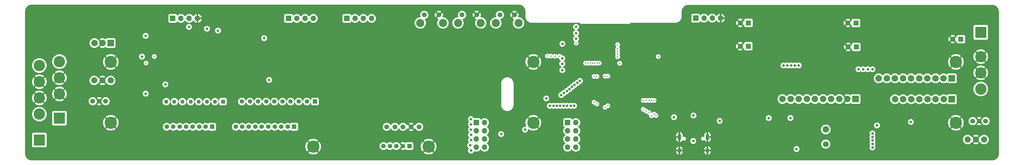
<source format=gbr>
%TF.GenerationSoftware,KiCad,Pcbnew,7.0.10*%
%TF.CreationDate,2024-02-02T23:20:54-05:00*%
%TF.ProjectId,ayab-esp32,61796162-2d65-4737-9033-322e6b696361,rev?*%
%TF.SameCoordinates,PX2be61f8PY9c01778*%
%TF.FileFunction,Copper,L3,Inr*%
%TF.FilePolarity,Positive*%
%FSLAX46Y46*%
G04 Gerber Fmt 4.6, Leading zero omitted, Abs format (unit mm)*
G04 Created by KiCad (PCBNEW 7.0.10) date 2024-02-02 23:20:54*
%MOMM*%
%LPD*%
G01*
G04 APERTURE LIST*
%TA.AperFunction,ComponentPad*%
%ADD10R,1.600000X1.600000*%
%TD*%
%TA.AperFunction,ComponentPad*%
%ADD11C,1.600000*%
%TD*%
%TA.AperFunction,ComponentPad*%
%ADD12R,2.000000X2.000000*%
%TD*%
%TA.AperFunction,ComponentPad*%
%ADD13C,2.000000*%
%TD*%
%TA.AperFunction,ComponentPad*%
%ADD14C,1.520000*%
%TD*%
%TA.AperFunction,ComponentPad*%
%ADD15C,2.500000*%
%TD*%
%TA.AperFunction,ComponentPad*%
%ADD16C,1.500000*%
%TD*%
%TA.AperFunction,ComponentPad*%
%ADD17R,1.400000X1.400000*%
%TD*%
%TA.AperFunction,ComponentPad*%
%ADD18C,1.400000*%
%TD*%
%TA.AperFunction,ComponentPad*%
%ADD19R,3.500000X3.500000*%
%TD*%
%TA.AperFunction,ComponentPad*%
%ADD20C,3.500000*%
%TD*%
%TA.AperFunction,ComponentPad*%
%ADD21C,1.800000*%
%TD*%
%TA.AperFunction,ComponentPad*%
%ADD22R,1.700000X1.700000*%
%TD*%
%TA.AperFunction,ComponentPad*%
%ADD23O,1.700000X1.700000*%
%TD*%
%TA.AperFunction,ComponentPad*%
%ADD24C,3.800000*%
%TD*%
%TA.AperFunction,ComponentPad*%
%ADD25O,1.000000X2.100000*%
%TD*%
%TA.AperFunction,ComponentPad*%
%ADD26O,1.000000X1.600000*%
%TD*%
%TA.AperFunction,ComponentPad*%
%ADD27R,1.350000X1.350000*%
%TD*%
%TA.AperFunction,ComponentPad*%
%ADD28C,1.350000*%
%TD*%
%TA.AperFunction,ComponentPad*%
%ADD29C,1.900000*%
%TD*%
%TA.AperFunction,ComponentPad*%
%ADD30R,1.275000X1.275000*%
%TD*%
%TA.AperFunction,ComponentPad*%
%ADD31C,1.275000*%
%TD*%
%TA.AperFunction,ViaPad*%
%ADD32C,0.450000*%
%TD*%
%TA.AperFunction,ViaPad*%
%ADD33C,0.800000*%
%TD*%
G04 APERTURE END LIST*
D10*
%TO.N,+5V*%
%TO.C,C609*%
X222258648Y41873864D03*
D11*
%TO.N,GND*%
X219758648Y41873864D03*
%TD*%
D12*
%TO.N,+5V*%
%TO.C,J405*%
X255238648Y18343864D03*
D13*
%TO.N,GND*%
X252738648Y18343864D03*
%TO.N,unconnected-(J405-Pin_3-Pad3)*%
X250238648Y18343864D03*
%TO.N,/BROTHER-CONNECTORS/ENC_V1*%
X247738648Y18343864D03*
%TO.N,/BROTHER-CONNECTORS/ENC_V2*%
X245238648Y18343864D03*
%TO.N,/BROTHER-CONNECTORS/ENC_BELTPHASE*%
X242738648Y18343864D03*
%TO.N,/BROTHER-CONNECTORS/EOL_R_S*%
X240238648Y18343864D03*
%TO.N,/BROTHER-CONNECTORS/EOL_R_N*%
X237738648Y18343864D03*
%TO.N,Net-(J405-Pin_9)*%
X235238648Y18343864D03*
%TO.N,Net-(J405-Pin_10)*%
X232738648Y18343864D03*
%TD*%
D14*
%TO.N,/ESP32/BOOT0*%
%TO.C,SW203*%
X145678648Y44353864D03*
%TO.N,GND*%
X150178648Y44353864D03*
D15*
%TO.N,N/C*%
X144428648Y41853864D03*
X151428648Y41853864D03*
%TD*%
D12*
%TO.N,/BROTHER-CONNECTORS/SOL_F*%
%TO.C,J404*%
X284918648Y18283864D03*
D13*
%TO.N,/BROTHER-CONNECTORS/SOL_E*%
X282418648Y18283864D03*
%TO.N,/BROTHER-CONNECTORS/SOL_D*%
X279918648Y18283864D03*
%TO.N,/BROTHER-CONNECTORS/SOL_C*%
X277418648Y18283864D03*
%TO.N,/BROTHER-CONNECTORS/SOL_B*%
X274918648Y18283864D03*
%TO.N,/BROTHER-CONNECTORS/SOL_A*%
X272418648Y18283864D03*
%TO.N,/BROTHER-CONNECTORS/SOL_9*%
X269918648Y18283864D03*
%TO.N,/BROTHER-CONNECTORS/SOL_8*%
X267418648Y18283864D03*
%TD*%
D16*
%TO.N,+5V*%
%TO.C,J412*%
X295327698Y11550054D03*
%TO.N,GND*%
X293327698Y11550054D03*
%TO.N,/BROTHER-CONNECTORS/EOL_R*%
X291327698Y11550054D03*
%TD*%
D17*
%TO.N,+5V*%
%TO.C,J413*%
X117808648Y3833864D03*
D18*
%TO.N,GND*%
X115808648Y3833864D03*
%TO.N,/BROTHER-CONNECTORS/ENC_V2*%
X113808648Y3833864D03*
%TO.N,/BROTHER-CONNECTORS/ENC_V1*%
X111808648Y3833864D03*
%TO.N,/BROTHER-CONNECTORS/ENC_BELTPHASE*%
X109808648Y3833864D03*
%TD*%
D19*
%TO.N,+12V*%
%TO.C,J603*%
X9998648Y12418864D03*
D20*
%TO.N,GND*%
X9998648Y19918864D03*
X9998648Y24918864D03*
%TO.N,+5V*%
X9998648Y29918864D03*
%TD*%
D21*
%TO.N,*%
%TO.C,J601*%
X246073648Y4449064D03*
D13*
X246073648Y8949064D03*
%TD*%
D22*
%TO.N,/ESP32/ENC_A*%
%TO.C,J701*%
X166556146Y11066464D03*
D23*
%TO.N,/ESP32/ENC_B*%
X169096146Y11066464D03*
%TO.N,/ESP32/ENC_BP*%
X166556146Y8526464D03*
%TO.N,/ESP32/EOL_L_P*%
X169096146Y8526464D03*
%TO.N,/ESP32/EOL_L_N*%
X166556146Y5986464D03*
%TO.N,/ESP32/EOL_R_P*%
X169096146Y5986464D03*
%TO.N,/ESP32/EOL_R_N*%
X166556146Y3446464D03*
%TO.N,Net-(J701-Pin_8)*%
X169096146Y3446464D03*
%TD*%
D24*
%TO.N,GND*%
%TO.C,H106*%
X286152698Y11025054D03*
%TD*%
D22*
%TO.N,/AUX-CONNECTORS/AYAB_RX*%
%TO.C,J801*%
X206018648Y43333864D03*
D23*
%TO.N,/AUX-CONNECTORS/AYAB_TX*%
X208558648Y43333864D03*
%TO.N,+3V3*%
X211098648Y43333864D03*
%TO.N,GND*%
X213638648Y43333864D03*
%TD*%
D19*
%TO.N,unconnected-(J602-Pin_1-Pad1)*%
%TO.C,J602*%
X3808648Y5693864D03*
D20*
%TO.N,+12V*%
X3808648Y13693864D03*
%TO.N,GND*%
X3808648Y18693864D03*
X3808648Y23693864D03*
%TO.N,+5V*%
X3808648Y28693864D03*
%TD*%
D16*
%TO.N,+5V*%
%TO.C,J410*%
X120828648Y9773864D03*
%TO.N,GND*%
X118328648Y9773864D03*
%TO.N,/BROTHER-CONNECTORS/ENC_V2*%
X115828648Y9773864D03*
%TO.N,/BROTHER-CONNECTORS/ENC_V1*%
X113328648Y9773864D03*
%TO.N,/BROTHER-CONNECTORS/ENC_BELTPHASE*%
X110828648Y9773864D03*
%TD*%
%TO.N,+5V*%
%TO.C,J411*%
X24229648Y17677864D03*
%TO.N,GND*%
X22229648Y17677864D03*
%TO.N,/BROTHER-CONNECTORS/EOL_L*%
X20229648Y17677864D03*
%TD*%
D24*
%TO.N,GND*%
%TO.C,H107*%
X123719698Y3659054D03*
%TD*%
%TO.N,GND*%
%TO.C,H104*%
X286152698Y29821054D03*
%TD*%
D22*
%TO.N,/BROTHER-CONNECTORS/ENC_V1*%
%TO.C,J702*%
X138428648Y11074798D03*
D23*
%TO.N,/BROTHER-CONNECTORS/ENC_V2*%
X140968648Y11074798D03*
%TO.N,/BROTHER-CONNECTORS/ENC_BELTPHASE*%
X138428648Y8534798D03*
%TO.N,/IO CONDITIONING/EOL_L_K*%
X140968648Y8534798D03*
%TO.N,/IO CONDITIONING/EOL_L_L*%
X138428648Y5994798D03*
%TO.N,/BROTHER-CONNECTORS/EOL_R_N*%
X140968648Y5994798D03*
%TO.N,/BROTHER-CONNECTORS/EOL_R_S*%
X138428648Y3454798D03*
%TO.N,Net-(J702-Pin_8)*%
X140968648Y3454798D03*
%TD*%
D10*
%TO.N,/PSU/3V3_SW*%
%TO.C,C613*%
X222228648Y34653864D03*
D11*
%TO.N,GND*%
X219728648Y34653864D03*
%TD*%
D12*
%TO.N,+5V*%
%TO.C,J408*%
X25768648Y35653864D03*
D13*
%TO.N,GND*%
X23268648Y35653864D03*
%TO.N,/BROTHER-CONNECTORS/EOL_L*%
X20768648Y35653864D03*
%TD*%
D17*
%TO.N,/BROTHER-CONNECTORS/SOL_F*%
%TO.C,J402*%
X57038648Y9798664D03*
D18*
%TO.N,/BROTHER-CONNECTORS/SOL_E*%
X55038648Y9798664D03*
%TO.N,/BROTHER-CONNECTORS/SOL_D*%
X53038648Y9798664D03*
%TO.N,/BROTHER-CONNECTORS/SOL_C*%
X51038648Y9798664D03*
%TO.N,/BROTHER-CONNECTORS/SOL_B*%
X49038648Y9798664D03*
%TO.N,/BROTHER-CONNECTORS/SOL_A*%
X47038648Y9798664D03*
%TO.N,/BROTHER-CONNECTORS/SOL_9*%
X45038648Y9798664D03*
%TO.N,/BROTHER-CONNECTORS/SOL_8*%
X43038648Y9798664D03*
%TD*%
D19*
%TO.N,+12V*%
%TO.C,J604*%
X293828648Y38953864D03*
D20*
%TO.N,GND*%
X293828648Y31453864D03*
X293828648Y26453864D03*
%TO.N,+5V*%
X293828648Y21453864D03*
%TD*%
D24*
%TO.N,GND*%
%TO.C,H102*%
X155977698Y29821054D03*
%TD*%
D14*
%TO.N,Net-(U201-SPIIO7{slash}GPIO36{slash}FSPICLK{slash}SUBSPICLK)*%
%TO.C,SW201*%
X122398648Y44353864D03*
%TO.N,GND*%
X126898648Y44353864D03*
D15*
%TO.N,N/C*%
X121148648Y41853864D03*
X128148648Y41853864D03*
%TD*%
D25*
%TO.N,GND*%
%TO.C,J501*%
X200998648Y6628864D03*
D26*
X200998648Y2448864D03*
D25*
X209638648Y6628864D03*
D26*
X209638648Y2448864D03*
%TD*%
D14*
%TO.N,/ESP32/nRST*%
%TO.C,SW202*%
X134038648Y44353864D03*
%TO.N,GND*%
X138538648Y44353864D03*
D15*
%TO.N,N/C*%
X132788648Y41853864D03*
X139788648Y41853864D03*
%TD*%
D22*
%TO.N,/ESP32/ESP14*%
%TO.C,J202*%
X80588648Y43283864D03*
D23*
%TO.N,/ESP32/ESP17*%
X83128648Y43283864D03*
%TO.N,/ESP32/ESP18*%
X85668648Y43283864D03*
%TO.N,/ESP32/ESP21*%
X88208648Y43283864D03*
%TD*%
D22*
%TO.N,/ESP32/ESP39*%
%TO.C,J201*%
X98518648Y43283864D03*
D23*
%TO.N,/ESP32/ESP40*%
X101058648Y43283864D03*
%TO.N,/ESP32/ESP41*%
X103598648Y43283864D03*
%TO.N,/ESP32/ESP42*%
X106138648Y43283864D03*
%TD*%
D17*
%TO.N,/BROTHER-CONNECTORS/SOL_7*%
%TO.C,J401*%
X82308648Y9798664D03*
D18*
%TO.N,/BROTHER-CONNECTORS/SOL_6*%
X80308648Y9798664D03*
%TO.N,/BROTHER-CONNECTORS/SOL_5*%
X78308648Y9798664D03*
%TO.N,/BROTHER-CONNECTORS/SOL_4*%
X76308648Y9798664D03*
%TO.N,/BROTHER-CONNECTORS/SOL_3*%
X74308648Y9798664D03*
%TO.N,/BROTHER-CONNECTORS/SOL_2*%
X72308648Y9798664D03*
%TO.N,/BROTHER-CONNECTORS/SOL_1*%
X70308648Y9798664D03*
%TO.N,/BROTHER-CONNECTORS/SOL_0*%
X68308648Y9798664D03*
%TO.N,+12V*%
X66308648Y9798664D03*
X64308648Y9798664D03*
%TD*%
D10*
%TO.N,+12V*%
%TO.C,C607*%
X287688648Y36843864D03*
D11*
%TO.N,GND*%
X285188648Y36843864D03*
%TD*%
D27*
%TO.N,/BROTHER-CONNECTORS/SOL_7*%
%TO.C,J406*%
X88711248Y17578864D03*
D28*
%TO.N,/BROTHER-CONNECTORS/SOL_6*%
X86211248Y17578864D03*
%TO.N,/BROTHER-CONNECTORS/SOL_5*%
X83711248Y17578864D03*
%TO.N,/BROTHER-CONNECTORS/SOL_4*%
X81211248Y17578864D03*
%TO.N,/BROTHER-CONNECTORS/SOL_3*%
X78711248Y17578864D03*
%TO.N,/BROTHER-CONNECTORS/SOL_2*%
X76211248Y17578864D03*
%TO.N,/BROTHER-CONNECTORS/SOL_1*%
X73711248Y17578864D03*
%TO.N,/BROTHER-CONNECTORS/SOL_0*%
X71211248Y17578864D03*
%TO.N,+12V*%
X68711248Y17578864D03*
X66211248Y17578864D03*
%TD*%
D24*
%TO.N,GND*%
%TO.C,H103*%
X155977698Y11025054D03*
%TD*%
D12*
%TO.N,/BROTHER-CONNECTORS/SOL_7*%
%TO.C,J403*%
X284878648Y24753864D03*
D13*
%TO.N,/BROTHER-CONNECTORS/SOL_6*%
X282378648Y24753864D03*
%TO.N,/BROTHER-CONNECTORS/SOL_5*%
X279878648Y24753864D03*
%TO.N,/BROTHER-CONNECTORS/SOL_4*%
X277378648Y24753864D03*
%TO.N,/BROTHER-CONNECTORS/SOL_3*%
X274878648Y24753864D03*
%TO.N,/BROTHER-CONNECTORS/SOL_2*%
X272378648Y24753864D03*
%TO.N,/BROTHER-CONNECTORS/SOL_1*%
X269878648Y24753864D03*
%TO.N,/BROTHER-CONNECTORS/SOL_0*%
X267378648Y24753864D03*
%TO.N,+12V*%
X264878648Y24753864D03*
X262378648Y24753864D03*
%TD*%
D29*
%TO.N,+5V*%
%TO.C,J409*%
X294853648Y5851364D03*
%TO.N,GND*%
X292313648Y5851364D03*
%TO.N,/BROTHER-CONNECTORS/EOL_R*%
X289773648Y5851364D03*
%TD*%
%TO.N,+5V*%
%TO.C,J414*%
X25768648Y24108864D03*
%TO.N,GND*%
X23228648Y24108864D03*
%TO.N,/BROTHER-CONNECTORS/EOL_L*%
X20688648Y24108864D03*
%TD*%
D10*
%TO.N,+12V*%
%TO.C,C606*%
X255396048Y41841664D03*
D11*
%TO.N,GND*%
X252896048Y41841664D03*
%TD*%
D24*
%TO.N,GND*%
%TO.C,H101*%
X25802698Y11025054D03*
%TD*%
%TO.N,GND*%
%TO.C,H105*%
X88159698Y3659054D03*
%TD*%
D22*
%TO.N,/AUX-CONNECTORS/MCP_SCL*%
%TO.C,J806*%
X44888648Y43273864D03*
D23*
%TO.N,/AUX-CONNECTORS/MCP_SDA*%
X47428648Y43273864D03*
%TO.N,/AUX-CONNECTORS/I2C_VBUS*%
X49968648Y43273864D03*
%TO.N,GND*%
X52508648Y43273864D03*
%TD*%
D10*
%TO.N,/PSU/5V_SW*%
%TO.C,C612*%
X255472248Y34450264D03*
D11*
%TO.N,GND*%
X252972248Y34450264D03*
%TD*%
D30*
%TO.N,/BROTHER-CONNECTORS/SOL_F*%
%TO.C,J407*%
X60394648Y17553464D03*
D31*
%TO.N,/BROTHER-CONNECTORS/SOL_E*%
X57894648Y17553464D03*
%TO.N,/BROTHER-CONNECTORS/SOL_D*%
X55394648Y17553464D03*
%TO.N,/BROTHER-CONNECTORS/SOL_C*%
X52894648Y17553464D03*
%TO.N,/BROTHER-CONNECTORS/SOL_B*%
X50394648Y17553464D03*
%TO.N,/BROTHER-CONNECTORS/SOL_A*%
X47894648Y17553464D03*
%TO.N,/BROTHER-CONNECTORS/SOL_9*%
X45394648Y17553464D03*
%TO.N,/BROTHER-CONNECTORS/SOL_8*%
X42894648Y17553464D03*
%TD*%
D24*
%TO.N,GND*%
%TO.C,H108*%
X25802698Y29821054D03*
%TD*%
D32*
%TO.N,/ESP32/USB_M*%
X178078648Y15803864D03*
X178078648Y25413864D03*
D33*
%TO.N,GND*%
X269868648Y30113864D03*
X247758648Y31503864D03*
X64538648Y38893864D03*
X178078648Y30933864D03*
X42538648Y21363864D03*
X224068648Y46563864D03*
X275373646Y44713864D03*
X101808648Y36653864D03*
X224188648Y12663864D03*
X298038648Y38833864D03*
X198558648Y26813864D03*
X211638648Y13723864D03*
X298008648Y42123864D03*
X59098648Y20043864D03*
X277475312Y44713864D03*
X264898648Y37273864D03*
X247758648Y36595296D03*
X247758648Y41686722D03*
X46508648Y28493864D03*
X268788648Y26473864D03*
X73478648Y28413864D03*
X93738648Y46453864D03*
X271170314Y44713864D03*
X281678648Y44713864D03*
X239561980Y44713864D03*
X129268648Y2433864D03*
X175768648Y36273864D03*
X233088648Y5793864D03*
X186688648Y26953864D03*
X179748648Y30953864D03*
X172438648Y39573864D03*
X202958648Y45823864D03*
X179743648Y36623864D03*
X269068648Y44713864D03*
X169538648Y26833864D03*
X243145312Y44713864D03*
X182141500Y39573864D03*
X198678648Y41323864D03*
X178907216Y39573864D03*
X176408648Y30903864D03*
X177290074Y39573864D03*
X247758648Y43383864D03*
X189378648Y27023864D03*
X259158648Y15563864D03*
X247758648Y33201012D03*
X64518648Y40193864D03*
X129568648Y12123864D03*
X59048648Y28363864D03*
X175672932Y39573864D03*
X243168648Y7523864D03*
X185028648Y5053864D03*
X241353646Y44713864D03*
X180524358Y39573864D03*
X235978648Y44713864D03*
X237770314Y44713864D03*
X265178648Y3423864D03*
X264608648Y18983864D03*
X191798648Y5013864D03*
X244936978Y44713864D03*
X60918648Y28393864D03*
X247758648Y34898154D03*
X248808648Y7473864D03*
X129548648Y7573864D03*
X246728648Y44713864D03*
X205318648Y10874364D03*
X247758648Y39989580D03*
D32*
X186868648Y29663864D03*
D33*
X183758648Y39573864D03*
X71608648Y28353864D03*
X71618648Y20043864D03*
X231998648Y37323864D03*
X42738648Y35193864D03*
X174055790Y39573864D03*
X250608648Y27773864D03*
X191788648Y41303864D03*
X273818648Y4933864D03*
X75108648Y46503864D03*
X48358648Y28493864D03*
X279576978Y44713864D03*
X267748648Y12983864D03*
X191788648Y35283864D03*
X247758648Y38292438D03*
X273271980Y44713864D03*
X45008648Y21313864D03*
X130148648Y5663864D03*
X215708648Y6443864D03*
X114208648Y46533864D03*
X178093648Y36643864D03*
X191788648Y38983864D03*
X42538648Y24473864D03*
X183418648Y35853864D03*
D32*
%TO.N,/ESP32/USB_P*%
X178938648Y25423864D03*
X178938648Y16273864D03*
D33*
%TO.N,+12V*%
X260458648Y7733864D03*
X260458648Y6651364D03*
X260458648Y5568864D03*
X260458648Y3403864D03*
X260458648Y4486364D03*
X74608648Y24263864D03*
%TO.N,+5V*%
X36548648Y20023864D03*
X261858648Y10213864D03*
X272288648Y11283864D03*
X136788648Y5673864D03*
X136778648Y7283864D03*
X136738648Y12143864D03*
X136529148Y4055407D03*
X136778648Y2423864D03*
X49888648Y40653864D03*
X36538648Y37873864D03*
X35428648Y31453864D03*
X237078648Y2923864D03*
X256138648Y27543864D03*
X257578648Y27543864D03*
X136738648Y8903864D03*
X259018648Y27543864D03*
X42608648Y22873864D03*
X146078648Y7523864D03*
X136738648Y10533864D03*
X213378648Y11613864D03*
X260458648Y27543864D03*
%TO.N,+3V3*%
X233046148Y28733864D03*
X234218648Y28733864D03*
X235188648Y12493864D03*
X235391148Y28733864D03*
X236563648Y28733864D03*
X169148648Y40643864D03*
X159978648Y18543864D03*
X58828648Y39493864D03*
X153443648Y8888864D03*
X169148648Y38723864D03*
X199308648Y12743864D03*
X55438648Y40073864D03*
X164893590Y29258922D03*
X237736148Y28733864D03*
X164948648Y35403864D03*
X164888648Y30933864D03*
X73068648Y37143864D03*
X164918648Y27273864D03*
X169148648Y37023864D03*
X228498648Y12473864D03*
%TO.N,/USB/USB_VBUS*%
X205318648Y13273864D03*
X205258648Y5393864D03*
D32*
%TO.N,/ESP32/BUZZER*%
X194448648Y31443864D03*
X193778648Y13273864D03*
%TO.N,/ESP32/BOOT0*%
X169178648Y35633864D03*
%TO.N,/ESP32/EOL_L_P*%
X173518648Y29453864D03*
%TO.N,/ESP32/EOL_L_N*%
X172768648Y29453864D03*
%TO.N,/ESP32/EOL_R_P*%
X160328648Y31653864D03*
%TO.N,/ESP32/EOL_R_N*%
X161458648Y31613864D03*
%TO.N,/ESP32/ENC_A*%
X162699387Y31585826D03*
%TO.N,/ESP32/ENC_B*%
X172068648Y29443864D03*
%TO.N,/ESP32/ENC_BP*%
X164068648Y31593864D03*
%TO.N,/ESP32/nRST*%
X181948648Y35173864D03*
%TO.N,Net-(U201-SPIIO7{slash}GPIO36{slash}FSPICLK{slash}SUBSPICLK)*%
X182588648Y29383864D03*
D33*
%TO.N,/BROTHER-CONNECTORS/SOL_7*%
X164588648Y19603864D03*
%TO.N,/BROTHER-CONNECTORS/SOL_6*%
X165421830Y20228864D03*
%TO.N,/BROTHER-CONNECTORS/SOL_5*%
X166308740Y20828864D03*
%TO.N,/BROTHER-CONNECTORS/SOL_4*%
X167144936Y21458864D03*
%TO.N,/BROTHER-CONNECTORS/SOL_3*%
X167898059Y22083864D03*
%TO.N,/BROTHER-CONNECTORS/SOL_2*%
X168670023Y22708864D03*
%TO.N,/BROTHER-CONNECTORS/SOL_1*%
X169534575Y23333864D03*
%TO.N,/BROTHER-CONNECTORS/SOL_0*%
X170346708Y23958864D03*
%TO.N,/BROTHER-CONNECTORS/SOL_F*%
X168538648Y16253864D03*
%TO.N,/BROTHER-CONNECTORS/SOL_E*%
X167488648Y16253864D03*
%TO.N,/BROTHER-CONNECTORS/SOL_D*%
X166378648Y16253864D03*
%TO.N,/BROTHER-CONNECTORS/SOL_C*%
X165288648Y16273864D03*
%TO.N,/BROTHER-CONNECTORS/SOL_B*%
X164268648Y16243864D03*
%TO.N,/BROTHER-CONNECTORS/SOL_A*%
X163248648Y16243864D03*
%TO.N,/BROTHER-CONNECTORS/SOL_9*%
X162168648Y16243864D03*
%TO.N,/BROTHER-CONNECTORS/SOL_8*%
X161058648Y16243864D03*
D32*
%TO.N,/BROTHER-CONNECTORS/EOL_L*%
X39236448Y31505864D03*
X36658648Y29473864D03*
%TO.N,/BROTHER-CONNECTORS/ENC_V2*%
X190698648Y17943864D03*
X190688648Y14653864D03*
%TO.N,/BROTHER-CONNECTORS/ENC_V1*%
X189838648Y17943864D03*
X189838648Y15173864D03*
%TO.N,/BROTHER-CONNECTORS/ENC_BELTPHASE*%
X191628648Y17933864D03*
X191628648Y14193864D03*
%TO.N,/BROTHER-CONNECTORS/EOL_R_N*%
X193188648Y13723864D03*
X193188648Y17933864D03*
%TO.N,/BROTHER-CONNECTORS/EOL_R_S*%
X192418648Y17953864D03*
X192398648Y13163864D03*
%TO.N,/AUX-CONNECTORS/I2C_SCL*%
X175578648Y25323864D03*
X175578648Y16813864D03*
%TO.N,/AUX-CONNECTORS/I2C_SDA*%
X174698648Y25323864D03*
X174698648Y17363864D03*
%TO.N,/ESP32/ESP39*%
X181948648Y31363864D03*
%TO.N,/ESP32/ESP40*%
X181938648Y32243864D03*
%TO.N,/ESP32/ESP41*%
X181948648Y33033864D03*
%TO.N,/ESP32/ESP42*%
X181948648Y33903864D03*
%TO.N,/ESP32/ESP14*%
X174258648Y29423864D03*
%TO.N,/ESP32/ESP17*%
X174938648Y29433864D03*
%TO.N,/ESP32/ESP18*%
X175638648Y29443864D03*
%TO.N,/ESP32/ESP21*%
X176268648Y29463864D03*
%TD*%
%TA.AperFunction,Conductor*%
%TO.N,GND*%
G36*
X151545363Y47520013D02*
G01*
X151623001Y47514926D01*
X151803238Y47502010D01*
X151818540Y47499948D01*
X151927375Y47478301D01*
X151929414Y47477876D01*
X152071924Y47446877D01*
X152085374Y47443145D01*
X152197715Y47405012D01*
X152201107Y47403803D01*
X152330518Y47355537D01*
X152342006Y47350578D01*
X152451062Y47296799D01*
X152455622Y47294430D01*
X152574230Y47229667D01*
X152583661Y47223958D01*
X152685937Y47155621D01*
X152691354Y47151788D01*
X152798479Y47071597D01*
X152805906Y47065576D01*
X152870095Y47009285D01*
X152898832Y46984084D01*
X152904754Y46978537D01*
X152999093Y46884200D01*
X153004640Y46878278D01*
X153084369Y46787366D01*
X153086115Y46785376D01*
X153092155Y46777927D01*
X153172343Y46670809D01*
X153176177Y46665390D01*
X153244513Y46563121D01*
X153250233Y46553675D01*
X153315002Y46435062D01*
X153317363Y46430515D01*
X153371137Y46321473D01*
X153376106Y46309964D01*
X153424367Y46180577D01*
X153425605Y46177101D01*
X153463703Y46064869D01*
X153467450Y46051370D01*
X153498445Y45908898D01*
X153498896Y45906730D01*
X153520517Y45798039D01*
X153522584Y45782694D01*
X153535826Y45597570D01*
X153535876Y45596834D01*
X153540553Y45525485D01*
X153540819Y45517374D01*
X153540819Y43956098D01*
X153540803Y43956044D01*
X153540805Y43773606D01*
X153540806Y43773596D01*
X153575040Y43513602D01*
X153642914Y43260311D01*
X153642916Y43260306D01*
X153642917Y43260303D01*
X153743274Y43018027D01*
X153874396Y42790922D01*
X153874398Y42790919D01*
X154034032Y42582883D01*
X154034040Y42582874D01*
X154219464Y42397450D01*
X154219471Y42397444D01*
X154367609Y42283774D01*
X154427519Y42237804D01*
X154654624Y42106684D01*
X154896901Y42006328D01*
X155150204Y41938453D01*
X155410199Y41904221D01*
X155516553Y41904221D01*
X155516557Y41904220D01*
X155541220Y41904220D01*
X155541319Y41904220D01*
X155541819Y41904220D01*
X170269648Y41904220D01*
X170336687Y41884535D01*
X170382442Y41831731D01*
X170393648Y41780220D01*
X170393648Y41608864D01*
X185793648Y41608864D01*
X185793648Y41780220D01*
X185813333Y41847259D01*
X185844034Y41873862D01*
X218453682Y41873862D01*
X218473506Y41647265D01*
X218473508Y41647254D01*
X218532378Y41427547D01*
X218532383Y41427533D01*
X218628511Y41221386D01*
X218679622Y41148392D01*
X219360694Y41829464D01*
X219373483Y41748716D01*
X219431007Y41635819D01*
X219520603Y41546223D01*
X219633500Y41488699D01*
X219714247Y41475911D01*
X219033174Y40794839D01*
X219106161Y40743732D01*
X219106169Y40743728D01*
X219312316Y40647600D01*
X219312330Y40647595D01*
X219532037Y40588725D01*
X219532048Y40588723D01*
X219758646Y40568898D01*
X219758650Y40568898D01*
X219985247Y40588723D01*
X219985258Y40588725D01*
X220204965Y40647595D01*
X220204979Y40647600D01*
X220411126Y40743728D01*
X220484119Y40794840D01*
X219803048Y41475911D01*
X219883796Y41488699D01*
X219996693Y41546223D01*
X220086289Y41635819D01*
X220143813Y41748716D01*
X220156601Y41829464D01*
X220842845Y41143220D01*
X220891840Y41133373D01*
X220942023Y41084758D01*
X220956697Y41029232D01*
X220957747Y41029288D01*
X220957794Y41029293D01*
X220957794Y41029291D01*
X220957972Y41029300D01*
X220958149Y41025988D01*
X220964556Y40966381D01*
X221014850Y40831536D01*
X221014854Y40831529D01*
X221101100Y40716320D01*
X221101103Y40716317D01*
X221216312Y40630071D01*
X221216319Y40630067D01*
X221351165Y40579773D01*
X221351164Y40579773D01*
X221358092Y40579029D01*
X221410775Y40573364D01*
X223106520Y40573365D01*
X223166131Y40579773D01*
X223300979Y40630068D01*
X223416194Y40716318D01*
X223502444Y40831533D01*
X223552739Y40966381D01*
X223559148Y41025991D01*
X223559148Y41841662D01*
X251591082Y41841662D01*
X251610906Y41615065D01*
X251610908Y41615054D01*
X251669778Y41395347D01*
X251669783Y41395333D01*
X251765911Y41189186D01*
X251817022Y41116192D01*
X252498094Y41797264D01*
X252510883Y41716516D01*
X252568407Y41603619D01*
X252658003Y41514023D01*
X252770900Y41456499D01*
X252851647Y41443711D01*
X252170574Y40762639D01*
X252243561Y40711532D01*
X252243569Y40711528D01*
X252449716Y40615400D01*
X252449730Y40615395D01*
X252669437Y40556525D01*
X252669448Y40556523D01*
X252896046Y40536698D01*
X252896050Y40536698D01*
X253122647Y40556523D01*
X253122658Y40556525D01*
X253342365Y40615395D01*
X253342379Y40615400D01*
X253548526Y40711528D01*
X253621519Y40762640D01*
X252940448Y41443711D01*
X253021196Y41456499D01*
X253134093Y41514023D01*
X253223689Y41603619D01*
X253281213Y41716516D01*
X253294001Y41797264D01*
X253980245Y41111020D01*
X254029240Y41101173D01*
X254079423Y41052558D01*
X254094097Y40997032D01*
X254095147Y40997088D01*
X254095194Y40997093D01*
X254095194Y40997091D01*
X254095372Y40997100D01*
X254095549Y40993788D01*
X254101956Y40934181D01*
X254152250Y40799336D01*
X254152254Y40799329D01*
X254238500Y40684120D01*
X254238503Y40684117D01*
X254353712Y40597871D01*
X254353719Y40597867D01*
X254488565Y40547573D01*
X254488564Y40547573D01*
X254495492Y40546829D01*
X254548175Y40541164D01*
X256243920Y40541165D01*
X256303531Y40547573D01*
X256438379Y40597868D01*
X256553594Y40684118D01*
X256639844Y40799333D01*
X256690139Y40934181D01*
X256696548Y40993791D01*
X256696547Y42689536D01*
X256690139Y42749147D01*
X256680920Y42773864D01*
X256639845Y42883993D01*
X256639841Y42884000D01*
X256553595Y42999209D01*
X256553592Y42999212D01*
X256438383Y43085458D01*
X256438376Y43085462D01*
X256303530Y43135756D01*
X256303531Y43135756D01*
X256243931Y43142163D01*
X256243929Y43142164D01*
X256243921Y43142164D01*
X256243912Y43142164D01*
X254548177Y43142164D01*
X254548171Y43142163D01*
X254488564Y43135756D01*
X254353719Y43085462D01*
X254353712Y43085458D01*
X254238503Y42999212D01*
X254238500Y42999209D01*
X254152254Y42884000D01*
X254152250Y42883993D01*
X254101956Y42749147D01*
X254096595Y42699277D01*
X254095549Y42689541D01*
X254095370Y42686212D01*
X254093895Y42686292D01*
X254075863Y42624880D01*
X254023059Y42579125D01*
X253979570Y42571635D01*
X253294001Y41886066D01*
X253281213Y41966812D01*
X253223689Y42079709D01*
X253134093Y42169305D01*
X253021196Y42226829D01*
X252940449Y42239618D01*
X253621520Y42920690D01*
X253548526Y42971801D01*
X253342379Y43067929D01*
X253342365Y43067934D01*
X253122658Y43126804D01*
X253122647Y43126806D01*
X252896050Y43146630D01*
X252896046Y43146630D01*
X252669448Y43126806D01*
X252669437Y43126804D01*
X252449730Y43067934D01*
X252449721Y43067930D01*
X252243564Y42971798D01*
X252243560Y42971796D01*
X252170574Y42920691D01*
X252170574Y42920690D01*
X252851647Y42239618D01*
X252770900Y42226829D01*
X252658003Y42169305D01*
X252568407Y42079709D01*
X252510883Y41966812D01*
X252498094Y41886066D01*
X251817022Y42567138D01*
X251817021Y42567138D01*
X251765916Y42494152D01*
X251765914Y42494148D01*
X251669782Y42287991D01*
X251669778Y42287982D01*
X251610908Y42068275D01*
X251610906Y42068264D01*
X251591082Y41841667D01*
X251591082Y41841662D01*
X223559148Y41841662D01*
X223559147Y42721736D01*
X223552739Y42781347D01*
X223541977Y42810201D01*
X223502445Y42916193D01*
X223502441Y42916200D01*
X223416195Y43031409D01*
X223416192Y43031412D01*
X223300983Y43117658D01*
X223300976Y43117662D01*
X223166130Y43167956D01*
X223166131Y43167956D01*
X223106531Y43174363D01*
X223106529Y43174364D01*
X223106521Y43174364D01*
X223106512Y43174364D01*
X221410777Y43174364D01*
X221410771Y43174363D01*
X221351164Y43167956D01*
X221216319Y43117662D01*
X221216312Y43117658D01*
X221101103Y43031412D01*
X221101100Y43031409D01*
X221014854Y42916200D01*
X221014850Y42916193D01*
X220964556Y42781347D01*
X220958149Y42721748D01*
X220958149Y42721741D01*
X220957970Y42718412D01*
X220956495Y42718492D01*
X220938463Y42657080D01*
X220885659Y42611325D01*
X220842170Y42603835D01*
X220156601Y41918266D01*
X220143813Y41999012D01*
X220086289Y42111909D01*
X219996693Y42201505D01*
X219883796Y42259029D01*
X219803049Y42271818D01*
X220484120Y42952890D01*
X220411126Y43004001D01*
X220204979Y43100129D01*
X220204965Y43100134D01*
X219985258Y43159004D01*
X219985247Y43159006D01*
X219758650Y43178830D01*
X219758646Y43178830D01*
X219532048Y43159006D01*
X219532037Y43159004D01*
X219312330Y43100134D01*
X219312321Y43100130D01*
X219106164Y43003998D01*
X219106160Y43003996D01*
X219033174Y42952891D01*
X219033174Y42952890D01*
X219714247Y42271818D01*
X219633500Y42259029D01*
X219520603Y42201505D01*
X219431007Y42111909D01*
X219373483Y41999012D01*
X219360694Y41918266D01*
X218679622Y42599338D01*
X218679621Y42599338D01*
X218628516Y42526352D01*
X218628514Y42526348D01*
X218532382Y42320191D01*
X218532378Y42320182D01*
X218473508Y42100475D01*
X218473506Y42100464D01*
X218453682Y41873867D01*
X218453682Y41873862D01*
X185844034Y41873862D01*
X185866137Y41893014D01*
X185917648Y41904220D01*
X199690653Y41904220D01*
X199691103Y41904264D01*
X199809767Y41904264D01*
X199861764Y41911110D01*
X200069758Y41938492D01*
X200323059Y42006363D01*
X200323071Y42006369D01*
X200323074Y42006369D01*
X200500134Y42079709D01*
X200565333Y42106715D01*
X200792437Y42237831D01*
X200797257Y42241529D01*
X200857808Y42287991D01*
X201000484Y42397468D01*
X201039011Y42435994D01*
X204668148Y42435994D01*
X204668149Y42435988D01*
X204674556Y42376381D01*
X204724850Y42241536D01*
X204724854Y42241529D01*
X204811100Y42126320D01*
X204811103Y42126317D01*
X204926312Y42040071D01*
X204926319Y42040067D01*
X205061165Y41989773D01*
X205061164Y41989773D01*
X205068092Y41989029D01*
X205120775Y41983364D01*
X206916520Y41983365D01*
X206976131Y41989773D01*
X207110979Y42040068D01*
X207226194Y42126318D01*
X207312444Y42241533D01*
X207361458Y42372948D01*
X207403329Y42428880D01*
X207468793Y42453298D01*
X207537066Y42438447D01*
X207565321Y42417295D01*
X207687247Y42295369D01*
X207769411Y42237837D01*
X207880813Y42159832D01*
X207880815Y42159831D01*
X207880818Y42159829D01*
X208094985Y42059961D01*
X208094991Y42059960D01*
X208094992Y42059959D01*
X208104431Y42057430D01*
X208323240Y41998801D01*
X208499682Y41983364D01*
X208558647Y41978205D01*
X208558648Y41978205D01*
X208558649Y41978205D01*
X208617614Y41983364D01*
X208794056Y41998801D01*
X209022311Y42059961D01*
X209236478Y42159829D01*
X209430049Y42295369D01*
X209597143Y42462463D01*
X209727073Y42648022D01*
X209781650Y42691647D01*
X209851148Y42698841D01*
X209913503Y42667318D01*
X209930223Y42648022D01*
X210059929Y42462782D01*
X210060153Y42462463D01*
X210227247Y42295369D01*
X210309411Y42237837D01*
X210420813Y42159832D01*
X210420815Y42159831D01*
X210420818Y42159829D01*
X210634985Y42059961D01*
X210634991Y42059960D01*
X210634992Y42059959D01*
X210644431Y42057430D01*
X210863240Y41998801D01*
X211039682Y41983364D01*
X211098647Y41978205D01*
X211098648Y41978205D01*
X211098649Y41978205D01*
X211157614Y41983364D01*
X211334056Y41998801D01*
X211562311Y42059961D01*
X211776478Y42159829D01*
X211970049Y42295369D01*
X212137143Y42462463D01*
X212267378Y42648459D01*
X212321955Y42692083D01*
X212391453Y42699277D01*
X212453808Y42667754D01*
X212470527Y42648459D01*
X212600538Y42462786D01*
X212767565Y42295759D01*
X212961069Y42160264D01*
X213175155Y42060435D01*
X213175164Y42060431D01*
X213388648Y42003230D01*
X213388648Y42898363D01*
X213496333Y42849184D01*
X213602885Y42833864D01*
X213674411Y42833864D01*
X213780963Y42849184D01*
X213888648Y42898363D01*
X213888648Y42003231D01*
X214102131Y42060431D01*
X214102140Y42060435D01*
X214316226Y42160264D01*
X214509730Y42295759D01*
X214676753Y42462782D01*
X214812248Y42656286D01*
X214912077Y42870372D01*
X214912080Y42870378D01*
X214969284Y43083864D01*
X214072334Y43083864D01*
X214098141Y43124020D01*
X214138648Y43261975D01*
X214138648Y43405753D01*
X214098141Y43543708D01*
X214072334Y43583864D01*
X214969284Y43583864D01*
X214969283Y43583865D01*
X214912080Y43797351D01*
X214912077Y43797357D01*
X214812248Y44011442D01*
X214812247Y44011444D01*
X214676761Y44204938D01*
X214676756Y44204944D01*
X214509730Y44371970D01*
X214316226Y44507465D01*
X214102140Y44607294D01*
X214102134Y44607297D01*
X213888648Y44664500D01*
X213888648Y43769366D01*
X213780963Y43818544D01*
X213674411Y43833864D01*
X213602885Y43833864D01*
X213496333Y43818544D01*
X213388648Y43769366D01*
X213388648Y44664500D01*
X213388647Y44664500D01*
X213175161Y44607297D01*
X213175155Y44607294D01*
X212961070Y44507465D01*
X212961068Y44507464D01*
X212767574Y44371978D01*
X212767568Y44371973D01*
X212600539Y44204944D01*
X212600538Y44204942D01*
X212470528Y44019269D01*
X212415951Y43975645D01*
X212346452Y43968452D01*
X212284098Y43999974D01*
X212267378Y44019270D01*
X212137142Y44205267D01*
X211970050Y44372358D01*
X211970043Y44372363D01*
X211964570Y44376195D01*
X211893166Y44426193D01*
X211776482Y44507897D01*
X211776478Y44507899D01*
X211776476Y44507900D01*
X211562311Y44607767D01*
X211562307Y44607768D01*
X211562303Y44607770D01*
X211334061Y44668926D01*
X211334051Y44668928D01*
X211098649Y44689523D01*
X211098647Y44689523D01*
X210863244Y44668928D01*
X210863234Y44668926D01*
X210634992Y44607770D01*
X210634983Y44607766D01*
X210420819Y44507900D01*
X210420817Y44507899D01*
X210227245Y44372359D01*
X210060153Y44205267D01*
X209930223Y44019706D01*
X209875646Y43976081D01*
X209806148Y43968887D01*
X209743793Y44000410D01*
X209727073Y44019706D01*
X209597142Y44205267D01*
X209430050Y44372358D01*
X209430043Y44372363D01*
X209424570Y44376195D01*
X209353166Y44426193D01*
X209236482Y44507897D01*
X209236478Y44507899D01*
X209236476Y44507900D01*
X209022311Y44607767D01*
X209022307Y44607768D01*
X209022303Y44607770D01*
X208794061Y44668926D01*
X208794051Y44668928D01*
X208558649Y44689523D01*
X208558647Y44689523D01*
X208323244Y44668928D01*
X208323234Y44668926D01*
X208094992Y44607770D01*
X208094983Y44607766D01*
X207880819Y44507900D01*
X207880817Y44507899D01*
X207687248Y44372361D01*
X207565321Y44250434D01*
X207503998Y44216950D01*
X207434306Y44221934D01*
X207378373Y44263806D01*
X207361458Y44294783D01*
X207312445Y44426193D01*
X207312441Y44426200D01*
X207226195Y44541409D01*
X207226192Y44541412D01*
X207110983Y44627658D01*
X207110976Y44627662D01*
X206976130Y44677956D01*
X206976131Y44677956D01*
X206916531Y44684363D01*
X206916529Y44684364D01*
X206916521Y44684364D01*
X206916512Y44684364D01*
X205120777Y44684364D01*
X205120771Y44684363D01*
X205061164Y44677956D01*
X204926319Y44627662D01*
X204926312Y44627658D01*
X204811103Y44541412D01*
X204811100Y44541409D01*
X204724854Y44426200D01*
X204724850Y44426193D01*
X204674556Y44291347D01*
X204668149Y44231748D01*
X204668148Y44231729D01*
X204668148Y42435994D01*
X201039011Y42435994D01*
X201185915Y42582895D01*
X201345556Y42790938D01*
X201411397Y42904975D01*
X201476672Y43018030D01*
X201476672Y43018032D01*
X201476677Y43018039D01*
X201577035Y43260312D01*
X201577035Y43260315D01*
X201577037Y43260317D01*
X201644910Y43513606D01*
X201651712Y43565258D01*
X201679145Y43773602D01*
X201679148Y43904720D01*
X201679148Y43905220D01*
X201679148Y45418954D01*
X201679414Y45427065D01*
X201680895Y45449661D01*
X201684785Y45508993D01*
X201697297Y45684259D01*
X201699359Y45699578D01*
X201722100Y45813893D01*
X201722493Y45815778D01*
X201752317Y45952864D01*
X201756056Y45966336D01*
X201795382Y46082178D01*
X201796558Y46085481D01*
X201843533Y46211420D01*
X201848491Y46222899D01*
X201903591Y46334627D01*
X201905926Y46339123D01*
X201969245Y46455080D01*
X201974944Y46464492D01*
X202044762Y46568980D01*
X202048530Y46574305D01*
X202127125Y46679292D01*
X202133132Y46686702D01*
X202216259Y46781487D01*
X202221765Y46787366D01*
X202314283Y46879882D01*
X202320153Y46885380D01*
X202414953Y46968515D01*
X202422344Y46974508D01*
X202527316Y47053088D01*
X202532678Y47056882D01*
X202637156Y47126690D01*
X202646567Y47132389D01*
X202762525Y47195705D01*
X202767067Y47198062D01*
X202769823Y47199421D01*
X202878754Y47253140D01*
X202890229Y47258095D01*
X203016213Y47305083D01*
X203019486Y47306249D01*
X203135326Y47345571D01*
X203148768Y47349302D01*
X203285880Y47379128D01*
X203287714Y47379511D01*
X203402109Y47402264D01*
X203417411Y47404325D01*
X203587471Y47416488D01*
X203675280Y47422244D01*
X203683381Y47422508D01*
X297410151Y47422508D01*
X297418258Y47422243D01*
X297494132Y47417272D01*
X297494311Y47417259D01*
X297676412Y47404188D01*
X297691673Y47402131D01*
X297798421Y47380900D01*
X297800317Y47380505D01*
X297945127Y47349006D01*
X297958572Y47345275D01*
X298069430Y47307646D01*
X298072888Y47306414D01*
X298089308Y47300290D01*
X298203742Y47257611D01*
X298215232Y47252650D01*
X298323200Y47199409D01*
X298327736Y47197054D01*
X298447466Y47131679D01*
X298456900Y47125967D01*
X298558309Y47058211D01*
X298563708Y47054390D01*
X298671713Y46973542D01*
X298679158Y46967507D01*
X298721579Y46930306D01*
X298771327Y46886680D01*
X298777249Y46881133D01*
X298872366Y46786020D01*
X298877913Y46780098D01*
X298958729Y46687949D01*
X298964766Y46680504D01*
X298986688Y46651221D01*
X299045620Y46572499D01*
X299049455Y46567080D01*
X299117205Y46465690D01*
X299122935Y46456226D01*
X299188281Y46336559D01*
X299190661Y46331976D01*
X299243901Y46224022D01*
X299248871Y46212511D01*
X299297666Y46081691D01*
X299298903Y46078218D01*
X299336526Y45967396D01*
X299340274Y45953895D01*
X299371747Y45809230D01*
X299372198Y45807062D01*
X299393388Y45700543D01*
X299395455Y45685199D01*
X299409137Y45493958D01*
X299409187Y45493223D01*
X299413448Y45428247D01*
X299413714Y45420133D01*
X299413714Y1418278D01*
X299413449Y1410169D01*
X299408308Y1331726D01*
X299408257Y1330985D01*
X299395487Y1152514D01*
X299393421Y1137175D01*
X299371461Y1026763D01*
X299371010Y1024596D01*
X299340396Y883855D01*
X299336649Y870355D01*
X299298185Y757037D01*
X299296948Y753562D01*
X299249098Y625263D01*
X299244128Y613751D01*
X299189960Y503906D01*
X299187580Y499323D01*
X299123284Y381571D01*
X299117554Y372108D01*
X299048789Y269191D01*
X299044953Y263770D01*
X298965269Y157324D01*
X298959231Y149876D01*
X298877260Y56404D01*
X298871713Y50481D01*
X298777944Y-43289D01*
X298772021Y-48836D01*
X298678546Y-130812D01*
X298671097Y-136851D01*
X298564664Y-216525D01*
X298559245Y-220360D01*
X298456318Y-289134D01*
X298446853Y-294865D01*
X298329091Y-359167D01*
X298324509Y-361546D01*
X298214677Y-415709D01*
X298203165Y-420679D01*
X298074868Y-468529D01*
X298071394Y-469767D01*
X297958081Y-508231D01*
X297944579Y-511978D01*
X297803812Y-542598D01*
X297801646Y-543049D01*
X297691257Y-565006D01*
X297675911Y-567072D01*
X297495662Y-579961D01*
X297494927Y-580012D01*
X297418498Y-585021D01*
X297410389Y-585286D01*
X1418269Y-585286D01*
X1410157Y-585020D01*
X1405287Y-584700D01*
X1326595Y-579541D01*
X1325896Y-579493D01*
X1153286Y-567195D01*
X1137905Y-565126D01*
X1021331Y-541936D01*
X1019163Y-541485D01*
X884708Y-512233D01*
X871208Y-508486D01*
X753850Y-468646D01*
X750376Y-467408D01*
X626179Y-421083D01*
X614675Y-416116D01*
X501773Y-360436D01*
X497216Y-358070D01*
X382538Y-295448D01*
X373079Y-289720D01*
X267673Y-219286D01*
X262254Y-215452D01*
X158345Y-137664D01*
X150903Y-131629D01*
X55300Y-47784D01*
X49384Y-42243D01*
X-42226Y49371D01*
X-47754Y55273D01*
X-131604Y150889D01*
X-137626Y158317D01*
X-215434Y262262D01*
X-219246Y267648D01*
X-289691Y373082D01*
X-295403Y382517D01*
X-358027Y497211D01*
X-360403Y501787D01*
X-373085Y527505D01*
X-416069Y614671D01*
X-421026Y626153D01*
X-467396Y750484D01*
X-468583Y753821D01*
X-508432Y871219D01*
X-512169Y884687D01*
X-541432Y1019223D01*
X-541851Y1021235D01*
X-565067Y1137967D01*
X-567131Y1153295D01*
X-578808Y1316609D01*
X-585021Y1411454D01*
X-585286Y1419559D01*
X-585286Y3895994D01*
X1558148Y3895994D01*
X1558149Y3895988D01*
X1564556Y3836381D01*
X1614850Y3701536D01*
X1614854Y3701529D01*
X1701100Y3586320D01*
X1701103Y3586317D01*
X1816312Y3500071D01*
X1816319Y3500067D01*
X1951165Y3449773D01*
X1951164Y3449773D01*
X1958092Y3449029D01*
X2010775Y3443364D01*
X5606520Y3443365D01*
X5666131Y3449773D01*
X5800979Y3500068D01*
X5916194Y3586318D01*
X5970640Y3659049D01*
X85754953Y3659049D01*
X85773913Y3357671D01*
X85773914Y3357664D01*
X85830503Y3061014D01*
X85923823Y2773807D01*
X85923825Y2773802D01*
X86052402Y2500563D01*
X86052405Y2500557D01*
X86214214Y2245585D01*
X86295009Y2147921D01*
X87223908Y3076820D01*
X87324592Y2935430D01*
X87476630Y2790462D01*
X87578920Y2724725D01*
X86646262Y1792067D01*
X86646263Y1792065D01*
X86871159Y1628669D01*
X86871177Y1628657D01*
X87135807Y1483176D01*
X87135815Y1483172D01*
X87416587Y1372007D01*
X87416590Y1372006D01*
X87709097Y1296904D01*
X88008693Y1259055D01*
X88008705Y1259054D01*
X88310691Y1259054D01*
X88310702Y1259055D01*
X88610298Y1296904D01*
X88902805Y1372006D01*
X88902808Y1372007D01*
X89183580Y1483172D01*
X89183588Y1483176D01*
X89448218Y1628657D01*
X89448228Y1628664D01*
X89673131Y1792067D01*
X89673132Y1792067D01*
X88743005Y2722195D01*
X88757108Y2729465D01*
X88922238Y2859325D01*
X89059808Y3018089D01*
X89094363Y3077942D01*
X90024385Y2147920D01*
X90105184Y2245590D01*
X90266990Y2500557D01*
X90266993Y2500563D01*
X90395570Y2773802D01*
X90395572Y2773807D01*
X90488892Y3061014D01*
X90545481Y3357664D01*
X90545482Y3357671D01*
X90564443Y3659049D01*
X90564443Y3659060D01*
X90553445Y3833864D01*
X108603005Y3833864D01*
X108623532Y3612329D01*
X108623533Y3612327D01*
X108684417Y3398341D01*
X108684423Y3398326D01*
X108783586Y3199181D01*
X108783591Y3199173D01*
X108917668Y3021626D01*
X109082085Y2871741D01*
X109082087Y2871739D01*
X109271243Y2754619D01*
X109271244Y2754619D01*
X109271247Y2754617D01*
X109478708Y2674246D01*
X109697405Y2633364D01*
X109697407Y2633364D01*
X109919889Y2633364D01*
X109919891Y2633364D01*
X110138588Y2674246D01*
X110346049Y2754617D01*
X110535210Y2871740D01*
X110699629Y3021628D01*
X110709694Y3034958D01*
X110765801Y3076593D01*
X110835513Y3081286D01*
X110896695Y3047545D01*
X110907596Y3034964D01*
X110917667Y3021628D01*
X110917670Y3021625D01*
X110917673Y3021622D01*
X111082085Y2871741D01*
X111082087Y2871739D01*
X111271243Y2754619D01*
X111271244Y2754619D01*
X111271247Y2754617D01*
X111478708Y2674246D01*
X111697405Y2633364D01*
X111697407Y2633364D01*
X111919889Y2633364D01*
X111919891Y2633364D01*
X112138588Y2674246D01*
X112346049Y2754617D01*
X112535210Y2871740D01*
X112699629Y3021628D01*
X112709694Y3034958D01*
X112765801Y3076593D01*
X112835513Y3081286D01*
X112896695Y3047545D01*
X112907596Y3034964D01*
X112917667Y3021628D01*
X112917670Y3021625D01*
X112917673Y3021622D01*
X113082085Y2871741D01*
X113082087Y2871739D01*
X113271243Y2754619D01*
X113271244Y2754619D01*
X113271247Y2754617D01*
X113478708Y2674246D01*
X113697405Y2633364D01*
X113697407Y2633364D01*
X113919889Y2633364D01*
X113919891Y2633364D01*
X114138588Y2674246D01*
X114346049Y2754617D01*
X114535210Y2871740D01*
X114695747Y3018089D01*
X114699628Y3021627D01*
X114699629Y3021628D01*
X114833706Y3199175D01*
X114837880Y3207559D01*
X114861201Y3239972D01*
X115364198Y3742968D01*
X115364975Y3732599D01*
X115414535Y3606323D01*
X115499113Y3500265D01*
X115611195Y3423848D01*
X115718946Y3390612D01*
X115155320Y2826985D01*
X115155320Y2826984D01*
X115271469Y2755067D01*
X115271470Y2755066D01*
X115478843Y2674730D01*
X115697455Y2633864D01*
X115919841Y2633864D01*
X116138452Y2674730D01*
X116345825Y2755066D01*
X116345826Y2755067D01*
X116537101Y2873500D01*
X116604461Y2892056D01*
X116671161Y2871248D01*
X116701642Y2842388D01*
X116751102Y2776318D01*
X116751103Y2776318D01*
X116751104Y2776316D01*
X116866312Y2690071D01*
X116866319Y2690067D01*
X117001165Y2639773D01*
X117001164Y2639773D01*
X117008092Y2639029D01*
X117060775Y2633364D01*
X118556520Y2633365D01*
X118616131Y2639773D01*
X118750979Y2690068D01*
X118866194Y2776318D01*
X118952444Y2891533D01*
X119002739Y3026381D01*
X119009148Y3085991D01*
X119009148Y3659049D01*
X121314953Y3659049D01*
X121333913Y3357671D01*
X121333914Y3357664D01*
X121390503Y3061014D01*
X121483823Y2773807D01*
X121483825Y2773802D01*
X121612402Y2500563D01*
X121612405Y2500557D01*
X121774214Y2245585D01*
X121855009Y2147921D01*
X122783908Y3076820D01*
X122884592Y2935430D01*
X123036630Y2790462D01*
X123138920Y2724725D01*
X122206262Y1792067D01*
X122206263Y1792065D01*
X122431159Y1628669D01*
X122431177Y1628657D01*
X122695807Y1483176D01*
X122695815Y1483172D01*
X122976587Y1372007D01*
X122976590Y1372006D01*
X123269097Y1296904D01*
X123568693Y1259055D01*
X123568705Y1259054D01*
X123870691Y1259054D01*
X123870702Y1259055D01*
X124170298Y1296904D01*
X124462805Y1372006D01*
X124462808Y1372007D01*
X124743580Y1483172D01*
X124743588Y1483176D01*
X125008218Y1628657D01*
X125008228Y1628664D01*
X125233131Y1792067D01*
X125233132Y1792067D01*
X124303005Y2722195D01*
X124317108Y2729465D01*
X124482238Y2859325D01*
X124619808Y3018089D01*
X124654363Y3077942D01*
X125584385Y2147920D01*
X125665184Y2245590D01*
X125826990Y2500557D01*
X125826993Y2500563D01*
X125955570Y2773802D01*
X125955572Y2773807D01*
X126048892Y3061014D01*
X126105481Y3357664D01*
X126105482Y3357671D01*
X126124443Y3659049D01*
X126124443Y3659060D01*
X126105482Y3960438D01*
X126105481Y3960445D01*
X126087366Y4055407D01*
X135623688Y4055407D01*
X135643474Y3867151D01*
X135643475Y3867148D01*
X135701966Y3687130D01*
X135701969Y3687123D01*
X135796615Y3523191D01*
X135909031Y3398341D01*
X135923277Y3382519D01*
X136076413Y3271259D01*
X136076414Y3271259D01*
X136076418Y3271256D01*
X136101447Y3260113D01*
X136154683Y3214865D01*
X136175005Y3148016D01*
X136155961Y3080792D01*
X136143162Y3063862D01*
X136046112Y2956077D01*
X135951469Y2792149D01*
X135951466Y2792142D01*
X135895442Y2619716D01*
X135892974Y2612120D01*
X135873188Y2423864D01*
X135892974Y2235608D01*
X135892975Y2235605D01*
X135951466Y2055587D01*
X135951469Y2055580D01*
X136046115Y1891648D01*
X136135780Y1792065D01*
X136172777Y1750976D01*
X136325913Y1639716D01*
X136325918Y1639713D01*
X136498840Y1562722D01*
X136498845Y1562720D01*
X136684002Y1523364D01*
X136684003Y1523364D01*
X136873292Y1523364D01*
X136873294Y1523364D01*
X137058451Y1562720D01*
X137231378Y1639713D01*
X137384519Y1750976D01*
X137511181Y1891648D01*
X137605827Y2055580D01*
X137645133Y2176554D01*
X137684570Y2234227D01*
X137748929Y2261426D01*
X137815467Y2250617D01*
X137964985Y2180895D01*
X138193240Y2119735D01*
X138381566Y2103259D01*
X138428647Y2099139D01*
X138428648Y2099139D01*
X138428649Y2099139D01*
X138467882Y2102572D01*
X138664056Y2119735D01*
X138892311Y2180895D01*
X139106478Y2280763D01*
X139300049Y2416303D01*
X139467143Y2583397D01*
X139596845Y2768630D01*
X139597073Y2768956D01*
X139651650Y2812581D01*
X139721148Y2819775D01*
X139783503Y2788252D01*
X139800223Y2768956D01*
X139930148Y2583403D01*
X139930153Y2583397D01*
X140097247Y2416303D01*
X140132458Y2391648D01*
X140290813Y2280766D01*
X140290815Y2280765D01*
X140290818Y2280763D01*
X140504985Y2180895D01*
X140733240Y2119735D01*
X140921566Y2103259D01*
X140968647Y2099139D01*
X140968648Y2099139D01*
X140968649Y2099139D01*
X141007882Y2102572D01*
X141204056Y2119735D01*
X141432311Y2180895D01*
X141646478Y2280763D01*
X141840049Y2416303D01*
X142007143Y2583397D01*
X142142683Y2776968D01*
X142242551Y2991135D01*
X142303711Y3219390D01*
X142323578Y3446464D01*
X165200487Y3446464D01*
X165221082Y3211061D01*
X165221084Y3211051D01*
X165282240Y2982809D01*
X165282242Y2982805D01*
X165282243Y2982801D01*
X165361618Y2812581D01*
X165382111Y2768634D01*
X165382113Y2768630D01*
X165476478Y2633864D01*
X165517651Y2575063D01*
X165684745Y2407969D01*
X165708051Y2391650D01*
X165878311Y2272432D01*
X165878313Y2272431D01*
X165878316Y2272429D01*
X166092483Y2172561D01*
X166320738Y2111401D01*
X166509064Y2094925D01*
X166556145Y2090805D01*
X166556146Y2090805D01*
X166556147Y2090805D01*
X166595380Y2094238D01*
X166791554Y2111401D01*
X167019809Y2172561D01*
X167233976Y2272429D01*
X167427547Y2407969D01*
X167594641Y2575063D01*
X167724571Y2760622D01*
X167779148Y2804247D01*
X167848646Y2811441D01*
X167911001Y2779918D01*
X167927721Y2760622D01*
X168057646Y2575069D01*
X168057651Y2575063D01*
X168224745Y2407969D01*
X168248051Y2391650D01*
X168418311Y2272432D01*
X168418313Y2272431D01*
X168418316Y2272429D01*
X168632483Y2172561D01*
X168860738Y2111401D01*
X169049064Y2094925D01*
X169096145Y2090805D01*
X169096146Y2090805D01*
X169096147Y2090805D01*
X169135380Y2094238D01*
X169180106Y2098151D01*
X199998648Y2098151D01*
X200014066Y1946526D01*
X200074947Y1752483D01*
X200074952Y1752473D01*
X200173653Y1574649D01*
X200173653Y1574648D01*
X200306126Y1420334D01*
X200306127Y1420333D01*
X200466952Y1295846D01*
X200649555Y1206275D01*
X200748648Y1180620D01*
X200748648Y1982754D01*
X200773105Y1943254D01*
X200862610Y1875663D01*
X200970488Y1844969D01*
X201082169Y1855318D01*
X201182570Y1905312D01*
X201248648Y1977795D01*
X201248648Y1175498D01*
X201250592Y1175795D01*
X201250593Y1175795D01*
X201441308Y1246428D01*
X201441312Y1246430D01*
X201613915Y1354014D01*
X201761316Y1494129D01*
X201761317Y1494131D01*
X201877504Y1661060D01*
X201957707Y1847957D01*
X201998648Y2047174D01*
X201998648Y2098151D01*
X208638648Y2098151D01*
X208654066Y1946526D01*
X208714947Y1752483D01*
X208714952Y1752473D01*
X208813653Y1574649D01*
X208813653Y1574648D01*
X208946126Y1420334D01*
X208946127Y1420333D01*
X209106952Y1295846D01*
X209289555Y1206275D01*
X209388648Y1180620D01*
X209388648Y1982754D01*
X209413105Y1943254D01*
X209502610Y1875663D01*
X209610488Y1844969D01*
X209722169Y1855318D01*
X209822570Y1905312D01*
X209888648Y1977795D01*
X209888648Y1175498D01*
X209890592Y1175795D01*
X209890593Y1175795D01*
X210081308Y1246428D01*
X210081312Y1246430D01*
X210253915Y1354014D01*
X210401316Y1494129D01*
X210401317Y1494131D01*
X210517504Y1661060D01*
X210597707Y1847957D01*
X210638648Y2047174D01*
X210638648Y2198864D01*
X209938648Y2198864D01*
X209938648Y2698864D01*
X210638648Y2698864D01*
X210638648Y2799578D01*
X210626009Y2923864D01*
X236173188Y2923864D01*
X236192974Y2735608D01*
X236192975Y2735605D01*
X236251466Y2555587D01*
X236251469Y2555580D01*
X236346115Y2391648D01*
X236397948Y2334082D01*
X236472777Y2250976D01*
X236625913Y2139716D01*
X236625918Y2139713D01*
X236798840Y2062722D01*
X236798845Y2062720D01*
X236984002Y2023364D01*
X236984003Y2023364D01*
X237173292Y2023364D01*
X237173294Y2023364D01*
X237358451Y2062720D01*
X237531378Y2139713D01*
X237684519Y2250976D01*
X237811181Y2391648D01*
X237905827Y2555580D01*
X237964322Y2735608D01*
X237984108Y2923864D01*
X237964322Y3112120D01*
X237905827Y3292148D01*
X237811181Y3456080D01*
X237684519Y3596752D01*
X237663082Y3612327D01*
X237531382Y3708013D01*
X237531377Y3708016D01*
X237358455Y3785007D01*
X237358450Y3785009D01*
X237211176Y3816312D01*
X237173294Y3824364D01*
X236984002Y3824364D01*
X236951545Y3817466D01*
X236798845Y3785009D01*
X236798840Y3785007D01*
X236625918Y3708016D01*
X236625913Y3708013D01*
X236472777Y3596753D01*
X236346114Y3456079D01*
X236251469Y3292149D01*
X236251466Y3292142D01*
X236192975Y3112124D01*
X236192974Y3112120D01*
X236173188Y2923864D01*
X210626009Y2923864D01*
X210623229Y2951203D01*
X210562348Y3145246D01*
X210562343Y3145256D01*
X210463642Y3323080D01*
X210463642Y3323081D01*
X210331169Y3477395D01*
X210331168Y3477396D01*
X210170343Y3601883D01*
X209987741Y3691453D01*
X209888648Y3717111D01*
X209888648Y2914975D01*
X209864191Y2954474D01*
X209774686Y3022065D01*
X209666808Y3052759D01*
X209555127Y3042410D01*
X209454726Y2992416D01*
X209388648Y2919934D01*
X209388648Y3722231D01*
X209386701Y3721933D01*
X209386695Y3721931D01*
X209195990Y3651302D01*
X209195983Y3651299D01*
X209023380Y3543715D01*
X208875979Y3403600D01*
X208875978Y3403598D01*
X208759791Y3236669D01*
X208679588Y3049772D01*
X208638648Y2850555D01*
X208638648Y2698864D01*
X209338648Y2698864D01*
X209338648Y2198864D01*
X208638648Y2198864D01*
X208638648Y2098151D01*
X201998648Y2098151D01*
X201998648Y2198864D01*
X201298648Y2198864D01*
X201298648Y2698864D01*
X201998648Y2698864D01*
X201998648Y2799578D01*
X201983229Y2951203D01*
X201922348Y3145246D01*
X201922343Y3145256D01*
X201823642Y3323080D01*
X201823642Y3323081D01*
X201691169Y3477395D01*
X201691168Y3477396D01*
X201530343Y3601883D01*
X201347741Y3691453D01*
X201248648Y3717111D01*
X201248648Y2914975D01*
X201224191Y2954474D01*
X201134686Y3022065D01*
X201026808Y3052759D01*
X200915127Y3042410D01*
X200814726Y2992416D01*
X200748648Y2919934D01*
X200748648Y3722231D01*
X200746701Y3721933D01*
X200746695Y3721931D01*
X200555990Y3651302D01*
X200555983Y3651299D01*
X200383380Y3543715D01*
X200235979Y3403600D01*
X200235978Y3403598D01*
X200119791Y3236669D01*
X200039588Y3049772D01*
X199998648Y2850555D01*
X199998648Y2698864D01*
X200698648Y2698864D01*
X200698648Y2198864D01*
X199998648Y2198864D01*
X199998648Y2098151D01*
X169180106Y2098151D01*
X169331554Y2111401D01*
X169559809Y2172561D01*
X169773976Y2272429D01*
X169967547Y2407969D01*
X170134641Y2575063D01*
X170270181Y2768634D01*
X170370049Y2982801D01*
X170431209Y3211056D01*
X170451805Y3446464D01*
X170451515Y3449773D01*
X170445978Y3513069D01*
X170431209Y3681872D01*
X170373839Y3895981D01*
X170370051Y3910120D01*
X170370050Y3910121D01*
X170370049Y3910127D01*
X170270181Y4124293D01*
X170268021Y4127379D01*
X170134640Y4317867D01*
X170003440Y4449066D01*
X244668348Y4449066D01*
X244675398Y4363966D01*
X244675709Y4358993D01*
X244679467Y4270541D01*
X244679468Y4270530D01*
X244683740Y4250709D01*
X244686099Y4234826D01*
X244687513Y4217763D01*
X244687513Y4217758D01*
X244709308Y4131692D01*
X244710318Y4127379D01*
X244729692Y4037489D01*
X244729694Y4037482D01*
X244735981Y4021836D01*
X244741125Y4006054D01*
X244744491Y3992764D01*
X244780741Y3910120D01*
X244781523Y3908339D01*
X244783018Y3904780D01*
X244786549Y3895994D01*
X244818582Y3816277D01*
X244818583Y3816276D01*
X244825629Y3804832D01*
X244833591Y3789636D01*
X244837724Y3780214D01*
X244890014Y3700178D01*
X244891795Y3697371D01*
X244943578Y3613270D01*
X244950191Y3605756D01*
X244960911Y3591662D01*
X244964667Y3585913D01*
X244964669Y3585911D01*
X245031765Y3513024D01*
X245033578Y3511010D01*
X245101084Y3434309D01*
X245106212Y3430169D01*
X245119530Y3417687D01*
X245121864Y3415151D01*
X245198523Y3355486D01*
X245202710Y3352227D01*
X245204443Y3350853D01*
X245286568Y3284541D01*
X245286570Y3284540D01*
X245289326Y3283000D01*
X245305008Y3272604D01*
X245305015Y3272599D01*
X245305019Y3272597D01*
X245305022Y3272594D01*
X245398155Y3222194D01*
X245399433Y3221491D01*
X245479317Y3176864D01*
X245494699Y3168271D01*
X245497497Y3167006D01*
X245504343Y3163967D01*
X245504442Y3164191D01*
X245509139Y3162131D01*
X245509145Y3162128D01*
X245612598Y3126613D01*
X245613205Y3126402D01*
X245719477Y3088853D01*
X245719491Y3088851D01*
X245721040Y3088447D01*
X245727140Y3087154D01*
X245728647Y3086773D01*
X245728667Y3086766D01*
X245839840Y3068215D01*
X245840256Y3068145D01*
X245865230Y3063862D01*
X245954440Y3048565D01*
X245954448Y3048564D01*
X246189692Y3048564D01*
X246189697Y3048564D01*
X246243661Y3057570D01*
X246253531Y3058812D01*
X246311189Y3063718D01*
X246360573Y3076577D01*
X246371408Y3078887D01*
X246418629Y3086766D01*
X246473611Y3105643D01*
X246482589Y3108348D01*
X246541897Y3123789D01*
X246585290Y3143405D01*
X246596084Y3147687D01*
X246638151Y3162128D01*
X246692259Y3191411D01*
X246700189Y3195343D01*
X246759134Y3221987D01*
X246795768Y3246748D01*
X246806151Y3253046D01*
X246842274Y3272594D01*
X246893526Y3312486D01*
X246900232Y3317354D01*
X246956651Y3355485D01*
X246986108Y3383719D01*
X246995723Y3392029D01*
X247010930Y3403864D01*
X259553188Y3403864D01*
X259572974Y3215608D01*
X259572975Y3215605D01*
X259631466Y3035587D01*
X259631469Y3035580D01*
X259726115Y2871648D01*
X259848606Y2735608D01*
X259852777Y2730976D01*
X260005913Y2619716D01*
X260005918Y2619713D01*
X260178840Y2542722D01*
X260178845Y2542720D01*
X260364002Y2503364D01*
X260364003Y2503364D01*
X260553292Y2503364D01*
X260553294Y2503364D01*
X260738451Y2542720D01*
X260911378Y2619713D01*
X261064519Y2730976D01*
X261191181Y2871648D01*
X261285827Y3035580D01*
X261344322Y3215608D01*
X261364108Y3403864D01*
X261344322Y3592120D01*
X261285827Y3772148D01*
X261221759Y3883117D01*
X261205287Y3951014D01*
X261221759Y4007111D01*
X261285827Y4118080D01*
X261344322Y4298108D01*
X261364108Y4486364D01*
X261344322Y4674620D01*
X261285827Y4854648D01*
X261221759Y4965617D01*
X261205287Y5033514D01*
X261221759Y5089611D01*
X261285827Y5200580D01*
X261344322Y5380608D01*
X261364108Y5568864D01*
X261344322Y5757120D01*
X261313702Y5851359D01*
X288318177Y5851359D01*
X288338027Y5611805D01*
X288397037Y5378775D01*
X288493599Y5158635D01*
X288614794Y4973134D01*
X288625077Y4957395D01*
X288787884Y4780539D01*
X288787887Y4780537D01*
X288787890Y4780534D01*
X288977572Y4632898D01*
X288977578Y4632894D01*
X288977581Y4632892D01*
X289072100Y4581741D01*
X289162682Y4532720D01*
X289188992Y4518482D01*
X289188995Y4518481D01*
X289416347Y4440431D01*
X289416349Y4440431D01*
X289416351Y4440430D01*
X289653456Y4400864D01*
X289653457Y4400864D01*
X289893839Y4400864D01*
X289893840Y4400864D01*
X290130945Y4440430D01*
X290358304Y4518482D01*
X290569715Y4632892D01*
X290570259Y4633315D01*
X290658888Y4702298D01*
X290759412Y4780539D01*
X290922219Y4957395D01*
X290940139Y4984825D01*
X290993283Y5030179D01*
X291062514Y5039603D01*
X291104987Y5019820D01*
X291126335Y5017606D01*
X291787708Y5678979D01*
X291790521Y5665445D01*
X291860080Y5531201D01*
X291963279Y5420702D01*
X292092462Y5342144D01*
X292143640Y5327805D01*
X291479220Y4663385D01*
X291517856Y4633313D01*
X291729192Y4518943D01*
X291729198Y4518941D01*
X291956471Y4440918D01*
X292193499Y4401364D01*
X292433797Y4401364D01*
X292670824Y4440918D01*
X292898097Y4518941D01*
X292898103Y4518943D01*
X293109442Y4633315D01*
X293109443Y4633316D01*
X293148074Y4663384D01*
X293148075Y4663385D01*
X292485225Y5326234D01*
X292602112Y5377005D01*
X292719396Y5472422D01*
X292806587Y5595944D01*
X292837012Y5681553D01*
X293500959Y5017606D01*
X293520301Y5019612D01*
X293532682Y5030178D01*
X293601912Y5039605D01*
X293665250Y5010106D01*
X293687152Y4984831D01*
X293705077Y4957395D01*
X293867884Y4780539D01*
X293867887Y4780537D01*
X293867890Y4780534D01*
X294057572Y4632898D01*
X294057578Y4632894D01*
X294057581Y4632892D01*
X294152100Y4581741D01*
X294242682Y4532720D01*
X294268992Y4518482D01*
X294268995Y4518481D01*
X294496347Y4440431D01*
X294496349Y4440431D01*
X294496351Y4440430D01*
X294733456Y4400864D01*
X294733457Y4400864D01*
X294973839Y4400864D01*
X294973840Y4400864D01*
X295210945Y4440430D01*
X295438304Y4518482D01*
X295649715Y4632892D01*
X295650259Y4633315D01*
X295738888Y4702298D01*
X295839412Y4780539D01*
X296002219Y4957395D01*
X296133697Y5158636D01*
X296230258Y5378773D01*
X296289268Y5611801D01*
X296300808Y5751061D01*
X296309119Y5851359D01*
X296309119Y5851370D01*
X296289268Y6090924D01*
X296289268Y6090927D01*
X296230258Y6323955D01*
X296133697Y6544092D01*
X296113144Y6575550D01*
X296032762Y6698584D01*
X296002219Y6745333D01*
X295839412Y6922189D01*
X295839407Y6922193D01*
X295839405Y6922195D01*
X295649723Y7069831D01*
X295649717Y7069835D01*
X295438305Y7184246D01*
X295438300Y7184248D01*
X295210948Y7262298D01*
X295033116Y7291973D01*
X294973840Y7301864D01*
X294733456Y7301864D01*
X294686035Y7293951D01*
X294496347Y7262298D01*
X294268995Y7184248D01*
X294268990Y7184246D01*
X294057578Y7069835D01*
X294057572Y7069831D01*
X293867890Y6922195D01*
X293867887Y6922192D01*
X293867884Y6922190D01*
X293867884Y6922189D01*
X293861800Y6915580D01*
X293705076Y6745333D01*
X293687157Y6717905D01*
X293634010Y6672549D01*
X293564778Y6663126D01*
X293522308Y6682910D01*
X293500958Y6685124D01*
X292839586Y6023752D01*
X292836775Y6037283D01*
X292767216Y6171527D01*
X292664017Y6282026D01*
X292534834Y6360584D01*
X292483655Y6374924D01*
X293148074Y7039345D01*
X293148074Y7039347D01*
X293109449Y7069410D01*
X293109443Y7069414D01*
X292898103Y7183786D01*
X292898097Y7183788D01*
X292670824Y7261811D01*
X292433797Y7301364D01*
X292193499Y7301364D01*
X291956471Y7261811D01*
X291729198Y7183788D01*
X291729192Y7183786D01*
X291517857Y7069416D01*
X291479219Y7039345D01*
X292142070Y6376495D01*
X292025184Y6325723D01*
X291907900Y6230306D01*
X291820709Y6106784D01*
X291790283Y6021176D01*
X291126335Y6685124D01*
X291106986Y6683117D01*
X291094601Y6672548D01*
X291025370Y6663128D01*
X290962035Y6692633D01*
X290940139Y6717905D01*
X290922219Y6745333D01*
X290759412Y6922189D01*
X290759407Y6922193D01*
X290759405Y6922195D01*
X290569723Y7069831D01*
X290569717Y7069835D01*
X290358305Y7184246D01*
X290358300Y7184248D01*
X290130948Y7262298D01*
X289953116Y7291973D01*
X289893840Y7301864D01*
X289653456Y7301864D01*
X289606035Y7293951D01*
X289416347Y7262298D01*
X289188995Y7184248D01*
X289188990Y7184246D01*
X288977578Y7069835D01*
X288977572Y7069831D01*
X288787890Y6922195D01*
X288787887Y6922192D01*
X288787884Y6922190D01*
X288787884Y6922189D01*
X288781800Y6915580D01*
X288625078Y6745335D01*
X288625075Y6745331D01*
X288493599Y6544094D01*
X288397037Y6323954D01*
X288338027Y6090924D01*
X288318177Y5851370D01*
X288318177Y5851359D01*
X261313702Y5851359D01*
X261285827Y5937148D01*
X261221759Y6048117D01*
X261205287Y6116014D01*
X261221759Y6172111D01*
X261285827Y6283080D01*
X261344322Y6463108D01*
X261364108Y6651364D01*
X261344322Y6839620D01*
X261285827Y7019648D01*
X261221759Y7130617D01*
X261205287Y7198514D01*
X261221759Y7254611D01*
X261285827Y7365580D01*
X261344322Y7545608D01*
X261364108Y7733864D01*
X261344322Y7922120D01*
X261285827Y8102148D01*
X261191181Y8266080D01*
X261064519Y8406752D01*
X261062987Y8407865D01*
X260911382Y8518013D01*
X260911377Y8518016D01*
X260738455Y8595007D01*
X260738450Y8595009D01*
X260592649Y8625999D01*
X260553294Y8634364D01*
X260364002Y8634364D01*
X260331545Y8627466D01*
X260178845Y8595009D01*
X260178840Y8595007D01*
X260005918Y8518016D01*
X260005913Y8518013D01*
X259852777Y8406753D01*
X259726114Y8266079D01*
X259631469Y8102149D01*
X259631466Y8102142D01*
X259580201Y7944363D01*
X259572974Y7922120D01*
X259553188Y7733864D01*
X259572974Y7545608D01*
X259572975Y7545605D01*
X259631466Y7365587D01*
X259631469Y7365580D01*
X259695535Y7254614D01*
X259712008Y7186713D01*
X259695535Y7130614D01*
X259631469Y7019649D01*
X259631466Y7019642D01*
X259572975Y6839624D01*
X259572974Y6839620D01*
X259553188Y6651364D01*
X259572974Y6463108D01*
X259572975Y6463105D01*
X259631466Y6283087D01*
X259631469Y6283080D01*
X259695535Y6172114D01*
X259712008Y6104213D01*
X259695535Y6048114D01*
X259631469Y5937149D01*
X259631466Y5937142D01*
X259573710Y5759385D01*
X259572974Y5757120D01*
X259553188Y5568864D01*
X259572974Y5380608D01*
X259572975Y5380605D01*
X259631466Y5200587D01*
X259631469Y5200580D01*
X259695535Y5089614D01*
X259712008Y5021713D01*
X259695535Y4965614D01*
X259631469Y4854649D01*
X259631466Y4854642D01*
X259574842Y4680369D01*
X259572974Y4674620D01*
X259553188Y4486364D01*
X259572974Y4298108D01*
X259572975Y4298105D01*
X259631466Y4118087D01*
X259631469Y4118080D01*
X259695535Y4007114D01*
X259712008Y3939213D01*
X259695535Y3883114D01*
X259631469Y3772149D01*
X259631466Y3772142D01*
X259576146Y3601883D01*
X259572974Y3592120D01*
X259553188Y3403864D01*
X247010930Y3403864D01*
X247025432Y3415151D01*
X247071718Y3465432D01*
X247077138Y3470964D01*
X247128766Y3520443D01*
X247150999Y3550507D01*
X247159447Y3560733D01*
X247182627Y3585911D01*
X247221871Y3645980D01*
X247225965Y3651868D01*
X247270527Y3712117D01*
X247285824Y3742460D01*
X247292722Y3754427D01*
X247309572Y3780215D01*
X247339778Y3849080D01*
X247342575Y3855019D01*
X247377855Y3924990D01*
X247386803Y3954210D01*
X247391801Y3967681D01*
X247402805Y3992764D01*
X247422098Y4068954D01*
X247423736Y4074809D01*
X247436990Y4118087D01*
X247447664Y4152941D01*
X247451108Y4179839D01*
X247453899Y4194529D01*
X247459780Y4217753D01*
X247459782Y4217759D01*
X247466551Y4299464D01*
X247467132Y4304969D01*
X247477946Y4389410D01*
X247476939Y4413103D01*
X247477250Y4428583D01*
X247478948Y4449064D01*
X247478480Y4454707D01*
X247475277Y4493364D01*
X247471896Y4534162D01*
X247471586Y4539121D01*
X247469482Y4588643D01*
X247467828Y4627596D01*
X247463554Y4647424D01*
X247461196Y4663300D01*
X247459782Y4680369D01*
X247437973Y4766487D01*
X247436984Y4770710D01*
X247417602Y4860645D01*
X247411313Y4876294D01*
X247406167Y4892084D01*
X247402805Y4905364D01*
X247365740Y4989862D01*
X247364269Y4993367D01*
X247361211Y5000976D01*
X247328712Y5081854D01*
X247321669Y5093293D01*
X247313701Y5108499D01*
X247309572Y5117913D01*
X247257287Y5197942D01*
X247255507Y5200749D01*
X247203722Y5284852D01*
X247203719Y5284855D01*
X247203717Y5284859D01*
X247197099Y5292378D01*
X247186375Y5306480D01*
X247182628Y5312216D01*
X247159448Y5337396D01*
X247115524Y5385111D01*
X247113716Y5387120D01*
X247046213Y5463818D01*
X247041087Y5467957D01*
X247027765Y5480443D01*
X247025433Y5482976D01*
X247025431Y5482978D01*
X246944584Y5545903D01*
X246942846Y5547281D01*
X246860728Y5613587D01*
X246860721Y5613592D01*
X246857959Y5615135D01*
X246842291Y5625522D01*
X246842282Y5625529D01*
X246842276Y5625532D01*
X246842274Y5625534D01*
X246749133Y5675939D01*
X246747742Y5676705D01*
X246652609Y5729851D01*
X246650029Y5731017D01*
X246642932Y5734166D01*
X246642836Y5733945D01*
X246638147Y5736002D01*
X246534926Y5771438D01*
X246533881Y5771802D01*
X246427820Y5809275D01*
X246426283Y5809675D01*
X246420197Y5810966D01*
X246418643Y5811360D01*
X246307420Y5829920D01*
X246306875Y5830013D01*
X246192858Y5849564D01*
X246192848Y5849564D01*
X246189697Y5849564D01*
X245957599Y5849564D01*
X245903641Y5840561D01*
X245893749Y5839317D01*
X245836118Y5834412D01*
X245836109Y5834411D01*
X245786725Y5821553D01*
X245775898Y5819245D01*
X245728660Y5811361D01*
X245673716Y5792498D01*
X245664699Y5789780D01*
X245605397Y5774339D01*
X245605391Y5774337D01*
X245562009Y5754727D01*
X245551201Y5750440D01*
X245509152Y5736004D01*
X245509146Y5736001D01*
X245455044Y5706723D01*
X245447108Y5702789D01*
X245388162Y5676142D01*
X245351531Y5651385D01*
X245341118Y5645070D01*
X245305027Y5625538D01*
X245305015Y5625531D01*
X245253774Y5585648D01*
X245247050Y5580767D01*
X245190649Y5542647D01*
X245190642Y5542641D01*
X245161194Y5514420D01*
X245151566Y5506097D01*
X245121865Y5482979D01*
X245121857Y5482971D01*
X245075573Y5432695D01*
X245070148Y5427159D01*
X245018530Y5377686D01*
X245018528Y5377684D01*
X244996305Y5347637D01*
X244987846Y5337396D01*
X244964669Y5312218D01*
X244925429Y5252158D01*
X244921319Y5246250D01*
X244876772Y5186017D01*
X244876767Y5186009D01*
X244861474Y5155680D01*
X244854566Y5143694D01*
X244837724Y5117915D01*
X244807535Y5049090D01*
X244804708Y5043089D01*
X244777837Y4989790D01*
X244769439Y4973134D01*
X244760495Y4943933D01*
X244755490Y4930444D01*
X244744493Y4905373D01*
X244744493Y4905372D01*
X244725200Y4829192D01*
X244723561Y4823329D01*
X244699632Y4745187D01*
X244699631Y4745185D01*
X244696186Y4718287D01*
X244693398Y4703610D01*
X244687515Y4680377D01*
X244687512Y4680358D01*
X244680745Y4598687D01*
X244680165Y4593177D01*
X244669350Y4508720D01*
X244669349Y4508719D01*
X244670355Y4485039D01*
X244670044Y4469544D01*
X244668348Y4449066D01*
X170003440Y4449066D01*
X169967548Y4484958D01*
X169967542Y4484963D01*
X169781988Y4614889D01*
X169738363Y4669466D01*
X169731169Y4738964D01*
X169762692Y4801319D01*
X169781988Y4818039D01*
X169814415Y4840745D01*
X169967547Y4947969D01*
X170134641Y5115063D01*
X170270181Y5308634D01*
X170370049Y5522801D01*
X170431209Y5751056D01*
X170451805Y5986464D01*
X170448765Y6021205D01*
X170448157Y6028151D01*
X199998648Y6028151D01*
X200014066Y5876526D01*
X200074947Y5682483D01*
X200074952Y5682473D01*
X200173653Y5504649D01*
X200173653Y5504648D01*
X200306126Y5350334D01*
X200306127Y5350333D01*
X200466952Y5225846D01*
X200649555Y5136275D01*
X200748648Y5110620D01*
X200748648Y5912754D01*
X200773105Y5873254D01*
X200862610Y5805663D01*
X200970488Y5774969D01*
X201082169Y5785318D01*
X201182570Y5835312D01*
X201248648Y5907795D01*
X201248648Y5105499D01*
X201250592Y5105795D01*
X201250593Y5105795D01*
X201441308Y5176428D01*
X201441312Y5176430D01*
X201613915Y5284014D01*
X201729477Y5393864D01*
X204353188Y5393864D01*
X204372974Y5205608D01*
X204372975Y5205605D01*
X204431466Y5025587D01*
X204431469Y5025580D01*
X204526115Y4861648D01*
X204646186Y4728296D01*
X204652777Y4720976D01*
X204805913Y4609716D01*
X204805918Y4609713D01*
X204978840Y4532722D01*
X204978845Y4532720D01*
X205164002Y4493364D01*
X205164003Y4493364D01*
X205353292Y4493364D01*
X205353294Y4493364D01*
X205538451Y4532720D01*
X205711378Y4609713D01*
X205864519Y4720976D01*
X205991181Y4861648D01*
X206085827Y5025580D01*
X206144322Y5205608D01*
X206164108Y5393864D01*
X206144322Y5582120D01*
X206085827Y5762148D01*
X205991181Y5926080D01*
X205864519Y6066752D01*
X205864518Y6066753D01*
X205820321Y6098864D01*
X207628182Y6098864D01*
X207647960Y5948630D01*
X207647961Y5948628D01*
X207705517Y5809675D01*
X207705950Y5808631D01*
X207798197Y5688413D01*
X207918415Y5596166D01*
X208058412Y5538177D01*
X208170928Y5523364D01*
X208170935Y5523364D01*
X208246361Y5523364D01*
X208246368Y5523364D01*
X208358884Y5538177D01*
X208498881Y5596166D01*
X208569904Y5650665D01*
X208635073Y5675858D01*
X208703517Y5661820D01*
X208753507Y5613006D01*
X208753809Y5612466D01*
X208813653Y5504649D01*
X208813653Y5504648D01*
X208946126Y5350334D01*
X208946127Y5350333D01*
X209106952Y5225846D01*
X209289555Y5136275D01*
X209388648Y5110620D01*
X209388648Y5912754D01*
X209413105Y5873254D01*
X209502610Y5805663D01*
X209610488Y5774969D01*
X209722169Y5785318D01*
X209822570Y5835312D01*
X209888648Y5907795D01*
X209888648Y5105498D01*
X209890592Y5105795D01*
X209890593Y5105795D01*
X210081308Y5176428D01*
X210081312Y5176430D01*
X210253915Y5284014D01*
X210401316Y5424129D01*
X210401317Y5424131D01*
X210517504Y5591060D01*
X210597707Y5777957D01*
X210638648Y5977174D01*
X210638648Y6378864D01*
X209938648Y6378864D01*
X209938648Y6878864D01*
X210638648Y6878864D01*
X210638648Y7229578D01*
X210623229Y7381203D01*
X210562348Y7575246D01*
X210562343Y7575256D01*
X210463642Y7753080D01*
X210463642Y7753081D01*
X210331169Y7907395D01*
X210331168Y7907396D01*
X210170343Y8031883D01*
X209987741Y8121453D01*
X209888648Y8147111D01*
X209888648Y7344975D01*
X209864191Y7384474D01*
X209774686Y7452065D01*
X209666808Y7482759D01*
X209555127Y7472410D01*
X209454726Y7422416D01*
X209388648Y7349934D01*
X209388648Y8152231D01*
X209386701Y8151933D01*
X209386695Y8151931D01*
X209195990Y8081302D01*
X209195983Y8081299D01*
X209023380Y7973715D01*
X208875979Y7833600D01*
X208875978Y7833598D01*
X208759791Y7666669D01*
X208679588Y7479772D01*
X208638648Y7280555D01*
X208638648Y6729249D01*
X208618963Y6662210D01*
X208566159Y6616455D01*
X208497001Y6606511D01*
X208467196Y6614688D01*
X208358887Y6659550D01*
X208358885Y6659551D01*
X208358884Y6659551D01*
X208338687Y6662210D01*
X208246375Y6674364D01*
X208246368Y6674364D01*
X208170928Y6674364D01*
X208170920Y6674364D01*
X208058412Y6659551D01*
X208058411Y6659551D01*
X207918418Y6601564D01*
X207798197Y6509315D01*
X207705948Y6389094D01*
X207647961Y6249101D01*
X207647960Y6249099D01*
X207628182Y6098865D01*
X207628182Y6098864D01*
X205820321Y6098864D01*
X205711382Y6178013D01*
X205711377Y6178016D01*
X205538455Y6255007D01*
X205538450Y6255009D01*
X205392649Y6285999D01*
X205353294Y6294364D01*
X205164002Y6294364D01*
X205131545Y6287466D01*
X204978845Y6255009D01*
X204978840Y6255007D01*
X204805918Y6178016D01*
X204805913Y6178013D01*
X204652777Y6066753D01*
X204526114Y5926079D01*
X204431469Y5762149D01*
X204431466Y5762142D01*
X204375878Y5591058D01*
X204372974Y5582120D01*
X204353188Y5393864D01*
X201729477Y5393864D01*
X201761316Y5424129D01*
X201761317Y5424131D01*
X201877503Y5591058D01*
X201880882Y5598933D01*
X201925406Y5652780D01*
X201991973Y5674007D01*
X202059449Y5655876D01*
X202070311Y5648424D01*
X202138415Y5596166D01*
X202278412Y5538177D01*
X202390928Y5523364D01*
X202390935Y5523364D01*
X202466361Y5523364D01*
X202466368Y5523364D01*
X202578884Y5538177D01*
X202718881Y5596166D01*
X202839099Y5688413D01*
X202931346Y5808631D01*
X202989335Y5948628D01*
X203009114Y6098864D01*
X202989335Y6249100D01*
X202931346Y6389097D01*
X202839099Y6509315D01*
X202718881Y6601562D01*
X202718877Y6601564D01*
X202629717Y6638495D01*
X202578884Y6659551D01*
X202558687Y6662210D01*
X202466375Y6674364D01*
X202466368Y6674364D01*
X202390928Y6674364D01*
X202390920Y6674364D01*
X202278412Y6659551D01*
X202278408Y6659550D01*
X202170100Y6614688D01*
X202100630Y6607219D01*
X202038151Y6638495D01*
X202002500Y6698584D01*
X201998648Y6729249D01*
X201998648Y7229578D01*
X201983229Y7381203D01*
X201922348Y7575246D01*
X201922343Y7575256D01*
X201823642Y7753080D01*
X201823642Y7753081D01*
X201691169Y7907395D01*
X201691168Y7907396D01*
X201530343Y8031883D01*
X201347741Y8121453D01*
X201248648Y8147111D01*
X201248648Y7344975D01*
X201224191Y7384474D01*
X201134686Y7452065D01*
X201026808Y7482759D01*
X200915127Y7472410D01*
X200814726Y7422416D01*
X200748648Y7349934D01*
X200748648Y8152231D01*
X200746701Y8151933D01*
X200746695Y8151931D01*
X200555990Y8081302D01*
X200555983Y8081299D01*
X200383380Y7973715D01*
X200235979Y7833600D01*
X200235978Y7833598D01*
X200119791Y7666669D01*
X200039588Y7479772D01*
X199998648Y7280555D01*
X199998648Y6878864D01*
X200698648Y6878864D01*
X200698648Y6378864D01*
X199998648Y6378864D01*
X199998648Y6028151D01*
X170448157Y6028151D01*
X170445454Y6059054D01*
X170431209Y6221872D01*
X170370049Y6450127D01*
X170270181Y6664293D01*
X170264571Y6672306D01*
X170134640Y6857867D01*
X169967548Y7024958D01*
X169967542Y7024963D01*
X169781988Y7154889D01*
X169738363Y7209466D01*
X169731169Y7278964D01*
X169762692Y7341319D01*
X169781988Y7358039D01*
X169819741Y7384474D01*
X169967547Y7487969D01*
X170134641Y7655063D01*
X170270181Y7848634D01*
X170370049Y8062801D01*
X170431209Y8291056D01*
X170451805Y8526464D01*
X170451007Y8535580D01*
X170440571Y8654868D01*
X170431209Y8761872D01*
X170381053Y8949060D01*
X244568005Y8949060D01*
X244572724Y8892116D01*
X244573148Y8881875D01*
X244573148Y8824728D01*
X244582553Y8768359D01*
X244583820Y8758193D01*
X244588539Y8701249D01*
X244588540Y8701240D01*
X244602566Y8645850D01*
X244604668Y8635826D01*
X244614077Y8579447D01*
X244627158Y8541346D01*
X244628424Y8537657D01*
X244632631Y8525405D01*
X244635555Y8515584D01*
X244649585Y8460182D01*
X244672541Y8407850D01*
X244676259Y8398319D01*
X244694820Y8344255D01*
X244694820Y8344253D01*
X244722024Y8293986D01*
X244726524Y8284781D01*
X244749475Y8232457D01*
X244780729Y8184618D01*
X244785968Y8175825D01*
X244813169Y8125562D01*
X244813174Y8125554D01*
X244848273Y8080459D01*
X244854226Y8072121D01*
X244885483Y8024280D01*
X244885484Y8024279D01*
X244918546Y7988364D01*
X244924186Y7982238D01*
X244930807Y7974420D01*
X244965910Y7929320D01*
X244965911Y7929319D01*
X244965913Y7929317D01*
X244965917Y7929313D01*
X244973727Y7922124D01*
X245007961Y7890609D01*
X245015191Y7883379D01*
X245027771Y7869714D01*
X245053896Y7841333D01*
X245053904Y7841326D01*
X245099006Y7806222D01*
X245106817Y7799606D01*
X245148863Y7760900D01*
X245190245Y7733864D01*
X245196698Y7729648D01*
X245205031Y7723699D01*
X245250139Y7688590D01*
X245300413Y7661384D01*
X245309201Y7656146D01*
X245315330Y7652142D01*
X245357041Y7624891D01*
X245409371Y7601938D01*
X245418566Y7597443D01*
X245435448Y7588307D01*
X245459580Y7575246D01*
X245468838Y7570236D01*
X245522900Y7551677D01*
X245532439Y7547955D01*
X245584767Y7525001D01*
X245584768Y7525001D01*
X245584770Y7525000D01*
X245584769Y7525000D01*
X245624264Y7515000D01*
X245640157Y7510975D01*
X245649963Y7508056D01*
X245704034Y7489493D01*
X245704038Y7489493D01*
X245704039Y7489492D01*
X245733606Y7484559D01*
X245760400Y7480088D01*
X245770416Y7477988D01*
X245825827Y7463956D01*
X245882787Y7459237D01*
X245892944Y7457971D01*
X245949313Y7448564D01*
X245949318Y7448564D01*
X246197978Y7448564D01*
X246197983Y7448564D01*
X246254353Y7457972D01*
X246264507Y7459237D01*
X246321469Y7463956D01*
X246376873Y7477987D01*
X246386885Y7480086D01*
X246443262Y7489493D01*
X246497338Y7508059D01*
X246507137Y7510975D01*
X246534335Y7517862D01*
X246562522Y7524999D01*
X246562523Y7525000D01*
X246562529Y7525001D01*
X246614868Y7547961D01*
X246624393Y7551677D01*
X246678458Y7570236D01*
X246728737Y7597447D01*
X246737923Y7601938D01*
X246790255Y7624891D01*
X246838103Y7656153D01*
X246846884Y7661385D01*
X246897157Y7688590D01*
X246942264Y7723699D01*
X246950585Y7729641D01*
X246998433Y7760900D01*
X247040483Y7799612D01*
X247048275Y7806212D01*
X247093392Y7841326D01*
X247132116Y7883393D01*
X247139319Y7890596D01*
X247181386Y7929320D01*
X247216500Y7974437D01*
X247223100Y7982229D01*
X247261812Y8024279D01*
X247293071Y8072127D01*
X247299013Y8080448D01*
X247315904Y8102149D01*
X247334122Y8125555D01*
X247361327Y8175828D01*
X247366559Y8184609D01*
X247397821Y8232457D01*
X247420774Y8284789D01*
X247425271Y8293986D01*
X247452476Y8344254D01*
X247471035Y8398319D01*
X247474754Y8407850D01*
X247497711Y8460183D01*
X247511740Y8515584D01*
X247514653Y8525374D01*
X247533219Y8579450D01*
X247542626Y8635827D01*
X247544727Y8645846D01*
X247547012Y8654867D01*
X247558756Y8701243D01*
X247563475Y8758205D01*
X247564742Y8768368D01*
X247565050Y8770212D01*
X247574148Y8824729D01*
X247574148Y8881875D01*
X247574572Y8892116D01*
X247579291Y8949060D01*
X247579291Y8949069D01*
X247574572Y9006014D01*
X247574148Y9016255D01*
X247574148Y9073395D01*
X247574148Y9073399D01*
X247564741Y9129772D01*
X247563474Y9139934D01*
X247562953Y9146227D01*
X247558756Y9196885D01*
X247544724Y9252296D01*
X247542624Y9262315D01*
X247533220Y9318673D01*
X247533219Y9318674D01*
X247533219Y9318678D01*
X247514656Y9372749D01*
X247511736Y9382559D01*
X247507860Y9397864D01*
X247497711Y9437945D01*
X247474756Y9490275D01*
X247471032Y9499819D01*
X247452476Y9553874D01*
X247446477Y9564958D01*
X247425271Y9604143D01*
X247420774Y9613342D01*
X247397821Y9665671D01*
X247397818Y9665676D01*
X247366566Y9713511D01*
X247361328Y9722300D01*
X247334122Y9772573D01*
X247299017Y9817676D01*
X247293064Y9826014D01*
X247271567Y9858918D01*
X247261812Y9873849D01*
X247223106Y9915895D01*
X247216490Y9923706D01*
X247181386Y9968808D01*
X247181379Y9968816D01*
X247152998Y9994941D01*
X247139333Y10007521D01*
X247132103Y10014751D01*
X247106202Y10042887D01*
X247093399Y10056795D01*
X247093395Y10056799D01*
X247093394Y10056800D01*
X247093392Y10056802D01*
X247048288Y10091908D01*
X247040474Y10098526D01*
X247032847Y10105547D01*
X246998433Y10137228D01*
X246998432Y10137229D01*
X246950591Y10168486D01*
X246942253Y10174439D01*
X246897158Y10209538D01*
X246897150Y10209543D01*
X246889165Y10213864D01*
X260953188Y10213864D01*
X260972974Y10025608D01*
X260972975Y10025605D01*
X261031466Y9845587D01*
X261031469Y9845580D01*
X261126115Y9681648D01*
X261234069Y9561753D01*
X261252777Y9540976D01*
X261405913Y9429716D01*
X261405918Y9429713D01*
X261578840Y9352722D01*
X261578845Y9352720D01*
X261764002Y9313364D01*
X261764003Y9313364D01*
X261953292Y9313364D01*
X261953294Y9313364D01*
X262138451Y9352720D01*
X262311378Y9429713D01*
X262464519Y9540976D01*
X262591181Y9681648D01*
X262685827Y9845580D01*
X262744322Y10025608D01*
X262764108Y10213864D01*
X262744322Y10402120D01*
X262689760Y10570041D01*
X262685829Y10582142D01*
X262685828Y10582143D01*
X262685827Y10582148D01*
X262591181Y10746080D01*
X262464519Y10886752D01*
X262464518Y10886753D01*
X262311382Y10998013D01*
X262311377Y10998016D01*
X262138455Y11075007D01*
X262138450Y11075009D01*
X261992649Y11105999D01*
X261953294Y11114364D01*
X261764002Y11114364D01*
X261731545Y11107466D01*
X261578845Y11075009D01*
X261578840Y11075007D01*
X261405918Y10998016D01*
X261405913Y10998013D01*
X261252777Y10886753D01*
X261126114Y10746079D01*
X261031469Y10582149D01*
X261031466Y10582142D01*
X260978148Y10418044D01*
X260972974Y10402120D01*
X260953188Y10213864D01*
X246889165Y10213864D01*
X246846887Y10236744D01*
X246838094Y10241983D01*
X246790255Y10273237D01*
X246790252Y10273239D01*
X246790251Y10273239D01*
X246737934Y10296187D01*
X246728726Y10300688D01*
X246678458Y10327892D01*
X246678449Y10327895D01*
X246624393Y10346453D01*
X246614869Y10350169D01*
X246590928Y10360670D01*
X246562530Y10373127D01*
X246507128Y10387157D01*
X246497316Y10390079D01*
X246477247Y10396968D01*
X246443265Y10408635D01*
X246386886Y10418044D01*
X246376862Y10420146D01*
X246321472Y10434172D01*
X246321463Y10434173D01*
X246264519Y10438892D01*
X246254353Y10440159D01*
X246197984Y10449564D01*
X246197983Y10449564D01*
X245949313Y10449564D01*
X245949310Y10449564D01*
X245892940Y10440159D01*
X245882775Y10438892D01*
X245825832Y10434173D01*
X245825824Y10434172D01*
X245770435Y10420146D01*
X245760410Y10418044D01*
X245704030Y10408635D01*
X245649967Y10390075D01*
X245640148Y10387152D01*
X245584770Y10373128D01*
X245584755Y10373123D01*
X245532437Y10350174D01*
X245522891Y10346449D01*
X245468845Y10327895D01*
X245468831Y10327889D01*
X245418576Y10300692D01*
X245409370Y10296191D01*
X245357042Y10273238D01*
X245357038Y10273236D01*
X245309210Y10241989D01*
X245300412Y10236746D01*
X245250134Y10209536D01*
X245205044Y10174441D01*
X245196707Y10168488D01*
X245148865Y10137231D01*
X245148863Y10137229D01*
X245106824Y10098529D01*
X245099006Y10091908D01*
X245053907Y10056806D01*
X245053905Y10056804D01*
X245035030Y10036300D01*
X245015202Y10014761D01*
X245015198Y10014757D01*
X245007960Y10007520D01*
X245001585Y10001650D01*
X244965908Y9968807D01*
X244965906Y9968805D01*
X244930804Y9923706D01*
X244924183Y9915888D01*
X244885483Y9873849D01*
X244885481Y9873847D01*
X244854224Y9826005D01*
X244848271Y9817668D01*
X244813176Y9772578D01*
X244785966Y9722300D01*
X244780723Y9713502D01*
X244749476Y9665674D01*
X244749474Y9665670D01*
X244726521Y9613342D01*
X244722020Y9604136D01*
X244694823Y9553881D01*
X244694817Y9553867D01*
X244676263Y9499821D01*
X244672538Y9490275D01*
X244649589Y9437957D01*
X244649584Y9437942D01*
X244635560Y9382564D01*
X244632637Y9372745D01*
X244614077Y9318682D01*
X244604668Y9262302D01*
X244602566Y9252277D01*
X244588540Y9196888D01*
X244588539Y9196880D01*
X244583820Y9139937D01*
X244582553Y9129772D01*
X244573148Y9073402D01*
X244573148Y9016255D01*
X244572724Y9006014D01*
X244568005Y8949069D01*
X244568005Y8949060D01*
X170381053Y8949060D01*
X170370049Y8990127D01*
X170270181Y9204293D01*
X170264571Y9212306D01*
X170134640Y9397867D01*
X169967548Y9564958D01*
X169967542Y9564963D01*
X169781988Y9694889D01*
X169738363Y9749466D01*
X169731169Y9818964D01*
X169762692Y9881319D01*
X169781988Y9898039D01*
X169825306Y9928371D01*
X169967547Y10027969D01*
X170134641Y10195063D01*
X170270181Y10388634D01*
X170370049Y10602801D01*
X170431209Y10831056D01*
X170451805Y11066464D01*
X170451057Y11075008D01*
X170436133Y11245587D01*
X170431209Y11301872D01*
X170370049Y11530127D01*
X170331002Y11613864D01*
X212473188Y11613864D01*
X212492974Y11425608D01*
X212492975Y11425605D01*
X212551466Y11245587D01*
X212551469Y11245580D01*
X212646115Y11081648D01*
X212711010Y11009575D01*
X212772777Y10940976D01*
X212925913Y10829716D01*
X212925918Y10829713D01*
X213098840Y10752722D01*
X213098845Y10752720D01*
X213284002Y10713364D01*
X213284003Y10713364D01*
X213473292Y10713364D01*
X213473294Y10713364D01*
X213658451Y10752720D01*
X213831378Y10829713D01*
X213984519Y10940976D01*
X214111181Y11081648D01*
X214205827Y11245580D01*
X214218266Y11283864D01*
X271383188Y11283864D01*
X271402974Y11095608D01*
X271402975Y11095605D01*
X271461466Y10915587D01*
X271461469Y10915580D01*
X271556115Y10751648D01*
X271673751Y10621000D01*
X271682777Y10610976D01*
X271835913Y10499716D01*
X271835918Y10499713D01*
X272008840Y10422722D01*
X272008845Y10422720D01*
X272194002Y10383364D01*
X272194003Y10383364D01*
X272383292Y10383364D01*
X272383294Y10383364D01*
X272568451Y10422720D01*
X272741378Y10499713D01*
X272894519Y10610976D01*
X273021181Y10751648D01*
X273115827Y10915580D01*
X273151396Y11025049D01*
X283747953Y11025049D01*
X283766913Y10723671D01*
X283766914Y10723664D01*
X283823503Y10427014D01*
X283916823Y10139807D01*
X283916825Y10139802D01*
X284045402Y9866563D01*
X284045405Y9866557D01*
X284207214Y9611585D01*
X284288009Y9513921D01*
X285216908Y10442820D01*
X285317592Y10301430D01*
X285469630Y10156462D01*
X285571920Y10090725D01*
X284639262Y9158067D01*
X284639263Y9158065D01*
X284864159Y8994669D01*
X284864177Y8994657D01*
X285128807Y8849176D01*
X285128815Y8849172D01*
X285409587Y8738007D01*
X285409590Y8738006D01*
X285702097Y8662904D01*
X286001693Y8625055D01*
X286001705Y8625054D01*
X286303691Y8625054D01*
X286303702Y8625055D01*
X286603298Y8662904D01*
X286895805Y8738006D01*
X286895808Y8738007D01*
X287176580Y8849172D01*
X287176588Y8849176D01*
X287441218Y8994657D01*
X287441228Y8994664D01*
X287666131Y9158067D01*
X287666132Y9158067D01*
X286736005Y10088195D01*
X286750108Y10095465D01*
X286915238Y10225325D01*
X287052808Y10384089D01*
X287087363Y10443942D01*
X288017385Y9513920D01*
X288098184Y9611590D01*
X288259990Y9866557D01*
X288259993Y9866563D01*
X288388570Y10139802D01*
X288388572Y10139807D01*
X288481892Y10427014D01*
X288538481Y10723664D01*
X288538482Y10723671D01*
X288557443Y11025049D01*
X288557443Y11025060D01*
X288538482Y11326438D01*
X288538481Y11326445D01*
X288495825Y11550054D01*
X290072421Y11550054D01*
X290090779Y11340211D01*
X290091491Y11332079D01*
X290091491Y11332075D01*
X290148120Y11120732D01*
X290148122Y11120728D01*
X290148123Y11120724D01*
X290190163Y11030568D01*
X290240595Y10922416D01*
X290240596Y10922415D01*
X290366100Y10743177D01*
X290520821Y10588456D01*
X290700059Y10462952D01*
X290898368Y10370479D01*
X291109721Y10313847D01*
X291288012Y10298249D01*
X291327696Y10294777D01*
X291327698Y10294777D01*
X291327700Y10294777D01*
X291355952Y10297249D01*
X291545675Y10313847D01*
X291757028Y10370479D01*
X291955337Y10462952D01*
X292134575Y10588456D01*
X292289296Y10743177D01*
X292414800Y10922415D01*
X292465235Y11030575D01*
X292489931Y11065843D01*
X292844621Y11420533D01*
X292868206Y11340211D01*
X292945938Y11219257D01*
X293054598Y11125102D01*
X293185383Y11065375D01*
X293195165Y11063969D01*
X292638125Y10506930D01*
X292700310Y10463388D01*
X292898538Y10370953D01*
X292898547Y10370949D01*
X293109803Y10314344D01*
X293109813Y10314342D01*
X293327697Y10295279D01*
X293327699Y10295279D01*
X293545582Y10314342D01*
X293545592Y10314344D01*
X293756848Y10370949D01*
X293756862Y10370954D01*
X293955081Y10463385D01*
X293955083Y10463386D01*
X294017269Y10506930D01*
X293460231Y11063969D01*
X293470013Y11065375D01*
X293600798Y11125102D01*
X293709458Y11219257D01*
X293787190Y11340211D01*
X293810774Y11420532D01*
X294165462Y11065844D01*
X294190163Y11030568D01*
X294240595Y10922416D01*
X294240596Y10922415D01*
X294366100Y10743177D01*
X294520821Y10588456D01*
X294700059Y10462952D01*
X294898368Y10370479D01*
X295109721Y10313847D01*
X295288012Y10298249D01*
X295327696Y10294777D01*
X295327698Y10294777D01*
X295327700Y10294777D01*
X295355952Y10297249D01*
X295545675Y10313847D01*
X295757028Y10370479D01*
X295955337Y10462952D01*
X296134575Y10588456D01*
X296289296Y10743177D01*
X296414800Y10922415D01*
X296507273Y11120724D01*
X296563905Y11332077D01*
X296582975Y11550054D01*
X296563905Y11768031D01*
X296518398Y11937865D01*
X296507275Y11979377D01*
X296507274Y11979378D01*
X296507273Y11979384D01*
X296414800Y12177692D01*
X296414798Y12177695D01*
X296414797Y12177697D01*
X296289297Y12356930D01*
X296212454Y12433773D01*
X296134575Y12511652D01*
X295985444Y12616075D01*
X295955336Y12637157D01*
X295856182Y12683393D01*
X295757028Y12729629D01*
X295757024Y12729630D01*
X295757020Y12729632D01*
X295545675Y12786261D01*
X295327700Y12805331D01*
X295327696Y12805331D01*
X295182380Y12792618D01*
X295109721Y12786261D01*
X295109718Y12786261D01*
X294898375Y12729632D01*
X294898366Y12729628D01*
X294700059Y12637156D01*
X294700055Y12637154D01*
X294520819Y12511652D01*
X294366100Y12356933D01*
X294240597Y12177695D01*
X294190164Y12069542D01*
X294165463Y12034267D01*
X293810773Y11679578D01*
X293787190Y11759897D01*
X293709458Y11880851D01*
X293600798Y11975006D01*
X293470013Y12034733D01*
X293460230Y12036140D01*
X294017269Y12593180D01*
X293955085Y12636721D01*
X293756857Y12729156D01*
X293756848Y12729160D01*
X293545592Y12785765D01*
X293545582Y12785767D01*
X293327699Y12804829D01*
X293327697Y12804829D01*
X293109813Y12785767D01*
X293109803Y12785765D01*
X292898547Y12729160D01*
X292898538Y12729156D01*
X292700311Y12636721D01*
X292638126Y12593180D01*
X293195166Y12036140D01*
X293185383Y12034733D01*
X293054598Y11975006D01*
X292945938Y11880851D01*
X292868206Y11759897D01*
X292844621Y11679577D01*
X292489932Y12034266D01*
X292465231Y12069542D01*
X292414800Y12177692D01*
X292300892Y12340370D01*
X292289297Y12356930D01*
X292212454Y12433773D01*
X292134575Y12511652D01*
X291985444Y12616075D01*
X291955336Y12637157D01*
X291856182Y12683393D01*
X291757028Y12729629D01*
X291757024Y12729630D01*
X291757020Y12729632D01*
X291545675Y12786261D01*
X291327700Y12805331D01*
X291327696Y12805331D01*
X291182380Y12792618D01*
X291109721Y12786261D01*
X291109718Y12786261D01*
X290898375Y12729632D01*
X290898366Y12729628D01*
X290700059Y12637156D01*
X290700055Y12637154D01*
X290520819Y12511652D01*
X290366100Y12356933D01*
X290240598Y12177697D01*
X290240596Y12177693D01*
X290148124Y11979386D01*
X290148120Y11979377D01*
X290091491Y11768034D01*
X290091491Y11768030D01*
X290077810Y11611648D01*
X290072421Y11550054D01*
X288495825Y11550054D01*
X288481892Y11623095D01*
X288388572Y11910302D01*
X288388570Y11910307D01*
X288259993Y12183546D01*
X288259990Y12183552D01*
X288098181Y12438524D01*
X288017384Y12536190D01*
X287088485Y11607291D01*
X286987804Y11748678D01*
X286835766Y11893646D01*
X286733474Y11959385D01*
X287666132Y12892043D01*
X287666131Y12892045D01*
X287441236Y13055440D01*
X287441218Y13055452D01*
X287176588Y13200933D01*
X287176580Y13200937D01*
X286895808Y13312102D01*
X286895805Y13312103D01*
X286603298Y13387205D01*
X286303702Y13425054D01*
X286001693Y13425054D01*
X285702097Y13387205D01*
X285409590Y13312103D01*
X285409587Y13312102D01*
X285128815Y13200937D01*
X285128807Y13200933D01*
X284864174Y13055450D01*
X284864169Y13055447D01*
X284639263Y12892044D01*
X284639262Y12892043D01*
X285569391Y11961914D01*
X285555288Y11954643D01*
X285390158Y11824783D01*
X285252588Y11666019D01*
X285218032Y11606167D01*
X284288009Y12536190D01*
X284207218Y12438529D01*
X284207216Y12438526D01*
X284045405Y12183552D01*
X284045402Y12183546D01*
X283916825Y11910307D01*
X283916823Y11910302D01*
X283823503Y11623095D01*
X283766914Y11326445D01*
X283766913Y11326438D01*
X283747953Y11025060D01*
X283747953Y11025049D01*
X273151396Y11025049D01*
X273174322Y11095608D01*
X273194108Y11283864D01*
X273174322Y11472120D01*
X273115827Y11652148D01*
X273021181Y11816080D01*
X272894519Y11956752D01*
X272890444Y11959713D01*
X272741382Y12068013D01*
X272741377Y12068016D01*
X272568455Y12145007D01*
X272568450Y12145009D01*
X272414688Y12177691D01*
X272383294Y12184364D01*
X272194002Y12184364D01*
X272190154Y12183546D01*
X272008845Y12145009D01*
X272008840Y12145007D01*
X271835918Y12068016D01*
X271835913Y12068013D01*
X271682777Y11956753D01*
X271556114Y11816079D01*
X271461469Y11652149D01*
X271461466Y11652142D01*
X271421819Y11530120D01*
X271402974Y11472120D01*
X271383188Y11283864D01*
X214218266Y11283864D01*
X214264322Y11425608D01*
X214284108Y11613864D01*
X214264322Y11802120D01*
X214205827Y11982148D01*
X214111181Y12146080D01*
X213984519Y12286752D01*
X213958566Y12305608D01*
X213831382Y12398013D01*
X213831377Y12398016D01*
X213661022Y12473864D01*
X227593188Y12473864D01*
X227612974Y12285608D01*
X227612975Y12285605D01*
X227671466Y12105587D01*
X227671469Y12105580D01*
X227766115Y11941648D01*
X227820857Y11880851D01*
X227892777Y11800976D01*
X228045913Y11689716D01*
X228045918Y11689713D01*
X228218840Y11612722D01*
X228218845Y11612720D01*
X228404002Y11573364D01*
X228404003Y11573364D01*
X228593292Y11573364D01*
X228593294Y11573364D01*
X228778451Y11612720D01*
X228951378Y11689713D01*
X229104519Y11800976D01*
X229231181Y11941648D01*
X229325827Y12105580D01*
X229384322Y12285608D01*
X229404108Y12473864D01*
X229402006Y12493864D01*
X234283188Y12493864D01*
X234302974Y12305608D01*
X234302975Y12305605D01*
X234361466Y12125587D01*
X234361469Y12125580D01*
X234456115Y11961648D01*
X234528865Y11880851D01*
X234582777Y11820976D01*
X234735913Y11709716D01*
X234735918Y11709713D01*
X234908840Y11632722D01*
X234908845Y11632720D01*
X235094002Y11593364D01*
X235094003Y11593364D01*
X235283292Y11593364D01*
X235283294Y11593364D01*
X235468451Y11632720D01*
X235641378Y11709713D01*
X235794519Y11820976D01*
X235921181Y11961648D01*
X236015827Y12125580D01*
X236074322Y12305608D01*
X236094108Y12493864D01*
X236074322Y12682120D01*
X236015827Y12862148D01*
X235921181Y13026080D01*
X235794519Y13166752D01*
X235747473Y13200933D01*
X235641382Y13278013D01*
X235641377Y13278016D01*
X235468455Y13355007D01*
X235468450Y13355009D01*
X235316975Y13387205D01*
X235283294Y13394364D01*
X235094002Y13394364D01*
X235061545Y13387466D01*
X234908845Y13355009D01*
X234908840Y13355007D01*
X234735918Y13278016D01*
X234735913Y13278013D01*
X234582777Y13166753D01*
X234456114Y13026079D01*
X234361469Y12862149D01*
X234361466Y12862142D01*
X234302975Y12682124D01*
X234302974Y12682120D01*
X234283188Y12493864D01*
X229402006Y12493864D01*
X229384322Y12662120D01*
X229325827Y12842148D01*
X229231181Y13006080D01*
X229104519Y13146752D01*
X229104518Y13146753D01*
X228951382Y13258013D01*
X228951377Y13258016D01*
X228778455Y13335007D01*
X228778450Y13335009D01*
X228632649Y13365999D01*
X228593294Y13374364D01*
X228404002Y13374364D01*
X228371545Y13367466D01*
X228218845Y13335009D01*
X228218840Y13335007D01*
X228045918Y13258016D01*
X228045913Y13258013D01*
X227892777Y13146753D01*
X227766114Y13006079D01*
X227671469Y12842149D01*
X227671466Y12842142D01*
X227612975Y12662124D01*
X227612974Y12662120D01*
X227593188Y12473864D01*
X213661022Y12473864D01*
X213658455Y12475007D01*
X213658450Y12475009D01*
X213512291Y12506075D01*
X213473294Y12514364D01*
X213284002Y12514364D01*
X213251545Y12507466D01*
X213098845Y12475009D01*
X213098840Y12475007D01*
X212925918Y12398016D01*
X212925913Y12398013D01*
X212772777Y12286753D01*
X212646114Y12146079D01*
X212551469Y11982149D01*
X212551466Y11982142D01*
X212492975Y11802124D01*
X212492974Y11802120D01*
X212473188Y11613864D01*
X170331002Y11613864D01*
X170270181Y11744293D01*
X170264346Y11752627D01*
X170134640Y11937867D01*
X169967548Y12104958D01*
X169967541Y12104963D01*
X169960220Y12110089D01*
X169890664Y12158793D01*
X169773980Y12240497D01*
X169773976Y12240499D01*
X169756104Y12248833D01*
X169559809Y12340367D01*
X169559805Y12340368D01*
X169559801Y12340370D01*
X169331559Y12401526D01*
X169331549Y12401528D01*
X169096147Y12422123D01*
X169096145Y12422123D01*
X168860742Y12401528D01*
X168860732Y12401526D01*
X168632490Y12340370D01*
X168632481Y12340366D01*
X168418317Y12240500D01*
X168418315Y12240499D01*
X168224746Y12104961D01*
X168102819Y11983034D01*
X168041496Y11949550D01*
X167971804Y11954534D01*
X167915871Y11996406D01*
X167898956Y12027383D01*
X167849943Y12158793D01*
X167849939Y12158800D01*
X167763693Y12274009D01*
X167763690Y12274012D01*
X167648481Y12360258D01*
X167648474Y12360262D01*
X167513628Y12410556D01*
X167513629Y12410556D01*
X167454029Y12416963D01*
X167454027Y12416964D01*
X167454019Y12416964D01*
X167454010Y12416964D01*
X165658275Y12416964D01*
X165658269Y12416963D01*
X165598662Y12410556D01*
X165463817Y12360262D01*
X165463810Y12360258D01*
X165348601Y12274012D01*
X165348598Y12274009D01*
X165262352Y12158800D01*
X165262348Y12158793D01*
X165212054Y12023947D01*
X165205647Y11964348D01*
X165205646Y11964329D01*
X165205646Y10168594D01*
X165205647Y10168588D01*
X165212054Y10108981D01*
X165262348Y9974136D01*
X165262352Y9974129D01*
X165348598Y9858920D01*
X165348601Y9858917D01*
X165463810Y9772671D01*
X165463817Y9772667D01*
X165595227Y9723654D01*
X165651161Y9681783D01*
X165675578Y9616319D01*
X165660726Y9548046D01*
X165639576Y9519791D01*
X165517649Y9397864D01*
X165382111Y9204295D01*
X165382110Y9204293D01*
X165292037Y9011131D01*
X165282735Y8991181D01*
X165282244Y8990129D01*
X165282240Y8990120D01*
X165221084Y8761878D01*
X165221082Y8761868D01*
X165200487Y8526465D01*
X165200487Y8526464D01*
X165221082Y8291061D01*
X165221084Y8291051D01*
X165282240Y8062809D01*
X165282242Y8062805D01*
X165282243Y8062801D01*
X165361618Y7892581D01*
X165382111Y7848634D01*
X165382113Y7848630D01*
X165469596Y7723693D01*
X165517647Y7655068D01*
X165517652Y7655062D01*
X165684743Y7487971D01*
X165684749Y7487966D01*
X165870304Y7358039D01*
X165913929Y7303462D01*
X165921123Y7233964D01*
X165889600Y7171609D01*
X165870304Y7154889D01*
X165684743Y7024959D01*
X165517651Y6857867D01*
X165382111Y6664295D01*
X165382110Y6664293D01*
X165282244Y6450129D01*
X165282240Y6450120D01*
X165221084Y6221878D01*
X165221082Y6221868D01*
X165200487Y5986465D01*
X165200487Y5986464D01*
X165221082Y5751061D01*
X165221084Y5751051D01*
X165282240Y5522809D01*
X165282242Y5522805D01*
X165282243Y5522801D01*
X165361618Y5352581D01*
X165382111Y5308634D01*
X165382113Y5308630D01*
X165467974Y5186009D01*
X165517647Y5115068D01*
X165517652Y5115062D01*
X165684743Y4947971D01*
X165684749Y4947966D01*
X165870304Y4818039D01*
X165913929Y4763462D01*
X165921123Y4693964D01*
X165889600Y4631609D01*
X165870304Y4614889D01*
X165684743Y4484959D01*
X165517651Y4317867D01*
X165382111Y4124295D01*
X165382110Y4124293D01*
X165282244Y3910129D01*
X165282240Y3910120D01*
X165221084Y3681878D01*
X165221082Y3681868D01*
X165200487Y3446465D01*
X165200487Y3446464D01*
X142323578Y3446464D01*
X142324307Y3454798D01*
X142303711Y3690206D01*
X142248572Y3895991D01*
X142242553Y3918454D01*
X142242552Y3918455D01*
X142242551Y3918461D01*
X142142683Y4132627D01*
X142137073Y4140640D01*
X142007142Y4326201D01*
X141840050Y4493292D01*
X141840044Y4493297D01*
X141654490Y4623223D01*
X141610865Y4677800D01*
X141603671Y4747298D01*
X141635194Y4809653D01*
X141654490Y4826373D01*
X141725777Y4876289D01*
X141840049Y4956303D01*
X142007143Y5123397D01*
X142142683Y5316968D01*
X142242551Y5531135D01*
X142303711Y5759390D01*
X142324307Y5994798D01*
X142321858Y6022784D01*
X142313702Y6116014D01*
X142303711Y6230206D01*
X142244784Y6450129D01*
X142242553Y6458454D01*
X142242552Y6458455D01*
X142242551Y6458461D01*
X142142683Y6672627D01*
X142137073Y6680640D01*
X142007142Y6866201D01*
X141840050Y7033292D01*
X141840044Y7033297D01*
X141654490Y7163223D01*
X141610865Y7217800D01*
X141603671Y7287298D01*
X141635194Y7349653D01*
X141654490Y7366373D01*
X141680341Y7384474D01*
X141840049Y7496303D01*
X141867610Y7523864D01*
X145173188Y7523864D01*
X145192974Y7335608D01*
X145192975Y7335605D01*
X145251466Y7155587D01*
X145251469Y7155580D01*
X145346115Y6991648D01*
X145459068Y6866201D01*
X145472777Y6850976D01*
X145625913Y6739716D01*
X145625918Y6739713D01*
X145798840Y6662722D01*
X145798845Y6662720D01*
X145984002Y6623364D01*
X145984003Y6623364D01*
X146173292Y6623364D01*
X146173294Y6623364D01*
X146358451Y6662720D01*
X146531378Y6739713D01*
X146684519Y6850976D01*
X146811181Y6991648D01*
X146905827Y7155580D01*
X146964322Y7335608D01*
X146984108Y7523864D01*
X146964322Y7712120D01*
X146908680Y7883368D01*
X146905829Y7892142D01*
X146905828Y7892143D01*
X146905827Y7892148D01*
X146811181Y8056080D01*
X146684519Y8196752D01*
X146684518Y8196753D01*
X146531382Y8308013D01*
X146531377Y8308016D01*
X146358455Y8385007D01*
X146358450Y8385009D01*
X146212649Y8415999D01*
X146173294Y8424364D01*
X145984002Y8424364D01*
X145951545Y8417466D01*
X145798845Y8385009D01*
X145798840Y8385007D01*
X145625918Y8308016D01*
X145625913Y8308013D01*
X145472777Y8196753D01*
X145346114Y8056079D01*
X145251469Y7892149D01*
X145251466Y7892142D01*
X145200039Y7733864D01*
X145192974Y7712120D01*
X145173188Y7523864D01*
X141867610Y7523864D01*
X142007143Y7663397D01*
X142142683Y7856968D01*
X142242551Y8071135D01*
X142303711Y8299390D01*
X142324307Y8534798D01*
X142303711Y8770206D01*
X142271917Y8888864D01*
X152538188Y8888864D01*
X152557974Y8700608D01*
X152557975Y8700605D01*
X152616466Y8520587D01*
X152616469Y8520580D01*
X152711115Y8356648D01*
X152792663Y8266080D01*
X152837777Y8215976D01*
X152990913Y8104716D01*
X152990918Y8104713D01*
X153163840Y8027722D01*
X153163845Y8027720D01*
X153349002Y7988364D01*
X153349003Y7988364D01*
X153538292Y7988364D01*
X153538294Y7988364D01*
X153723451Y8027720D01*
X153896378Y8104713D01*
X154049519Y8215976D01*
X154176181Y8356648D01*
X154270827Y8520580D01*
X154329322Y8700608D01*
X154349108Y8888864D01*
X154338065Y8993926D01*
X154350634Y9062651D01*
X154398366Y9113675D01*
X154466106Y9130793D01*
X154532348Y9108571D01*
X154534271Y9107201D01*
X154689159Y8994669D01*
X154689177Y8994657D01*
X154953807Y8849176D01*
X154953815Y8849172D01*
X155234587Y8738007D01*
X155234590Y8738006D01*
X155527097Y8662904D01*
X155826693Y8625055D01*
X155826705Y8625054D01*
X156128691Y8625054D01*
X156128702Y8625055D01*
X156428298Y8662904D01*
X156720805Y8738006D01*
X156720808Y8738007D01*
X157001580Y8849172D01*
X157001588Y8849176D01*
X157266218Y8994657D01*
X157266228Y8994664D01*
X157491131Y9158067D01*
X157491132Y9158067D01*
X156561004Y10088195D01*
X156575108Y10095465D01*
X156740238Y10225325D01*
X156877808Y10384089D01*
X156912363Y10443942D01*
X157842385Y9513920D01*
X157923184Y9611590D01*
X158084990Y9866557D01*
X158084993Y9866563D01*
X158213570Y10139802D01*
X158213572Y10139807D01*
X158306892Y10427014D01*
X158363481Y10723664D01*
X158363482Y10723671D01*
X158382443Y11025049D01*
X158382443Y11025060D01*
X158363482Y11326438D01*
X158363481Y11326445D01*
X158306892Y11623095D01*
X158213572Y11910302D01*
X158213570Y11910307D01*
X158084993Y12183546D01*
X158084990Y12183552D01*
X157923181Y12438524D01*
X157842384Y12536190D01*
X156913485Y11607291D01*
X156812804Y11748678D01*
X156660766Y11893646D01*
X156558474Y11959385D01*
X157491132Y12892043D01*
X157491131Y12892045D01*
X157266236Y13055440D01*
X157266218Y13055452D01*
X157001588Y13200933D01*
X157001580Y13200937D01*
X156720808Y13312102D01*
X156720805Y13312103D01*
X156428298Y13387205D01*
X156128702Y13425054D01*
X155826693Y13425054D01*
X155527097Y13387205D01*
X155234590Y13312103D01*
X155234587Y13312102D01*
X154953815Y13200937D01*
X154953807Y13200933D01*
X154689174Y13055450D01*
X154689169Y13055447D01*
X154464263Y12892044D01*
X154464262Y12892043D01*
X155394391Y11961914D01*
X155380288Y11954643D01*
X155215158Y11824783D01*
X155077588Y11666019D01*
X155043032Y11606167D01*
X154113009Y12536190D01*
X154032218Y12438529D01*
X154032216Y12438526D01*
X153870405Y12183552D01*
X153870402Y12183546D01*
X153741825Y11910307D01*
X153741823Y11910302D01*
X153648503Y11623095D01*
X153591914Y11326445D01*
X153591913Y11326438D01*
X153572953Y11025060D01*
X153572953Y11025049D01*
X153591913Y10723671D01*
X153591914Y10723664D01*
X153648503Y10427014D01*
X153741822Y10139811D01*
X153841318Y9928371D01*
X153852050Y9859330D01*
X153823753Y9795447D01*
X153765411Y9757004D01*
X153703339Y9754283D01*
X153538294Y9789364D01*
X153349002Y9789364D01*
X153316545Y9782466D01*
X153163845Y9750009D01*
X153163840Y9750007D01*
X152990918Y9673016D01*
X152990913Y9673013D01*
X152837777Y9561753D01*
X152711114Y9421079D01*
X152616469Y9257149D01*
X152616466Y9257142D01*
X152557975Y9077124D01*
X152557974Y9077120D01*
X152538188Y8888864D01*
X142271917Y8888864D01*
X142244501Y8991182D01*
X142242553Y8998454D01*
X142242552Y8998455D01*
X142242551Y8998461D01*
X142142683Y9212627D01*
X142137073Y9220640D01*
X142007142Y9406201D01*
X141840050Y9573292D01*
X141840044Y9573297D01*
X141654490Y9703223D01*
X141610865Y9757800D01*
X141603671Y9827298D01*
X141635194Y9889653D01*
X141654490Y9906373D01*
X141702541Y9940019D01*
X141840049Y10036303D01*
X142007143Y10203397D01*
X142142683Y10396968D01*
X142242551Y10611135D01*
X142303711Y10839390D01*
X142324307Y11074798D01*
X142303711Y11310206D01*
X142242551Y11538461D01*
X142142683Y11752627D01*
X142126612Y11775580D01*
X142007142Y11946201D01*
X141840050Y12113292D01*
X141840043Y12113297D01*
X141823252Y12125054D01*
X141793224Y12146080D01*
X141646482Y12248831D01*
X141646478Y12248833D01*
X141592486Y12274010D01*
X141432311Y12348701D01*
X141432307Y12348702D01*
X141432303Y12348704D01*
X141204061Y12409860D01*
X141204051Y12409862D01*
X140968649Y12430457D01*
X140968647Y12430457D01*
X140733244Y12409862D01*
X140733234Y12409860D01*
X140504992Y12348704D01*
X140504983Y12348700D01*
X140290819Y12248834D01*
X140290817Y12248833D01*
X140097248Y12113295D01*
X139975321Y11991368D01*
X139913998Y11957884D01*
X139844306Y11962868D01*
X139788373Y12004740D01*
X139771458Y12035717D01*
X139722445Y12167127D01*
X139722441Y12167134D01*
X139636195Y12282343D01*
X139636192Y12282346D01*
X139520983Y12368592D01*
X139520976Y12368596D01*
X139386130Y12418890D01*
X139386131Y12418890D01*
X139326531Y12425297D01*
X139326529Y12425298D01*
X139326521Y12425298D01*
X139326513Y12425298D01*
X137684137Y12425298D01*
X137617098Y12444983D01*
X137571343Y12497787D01*
X137566204Y12510987D01*
X137565988Y12511652D01*
X137565827Y12512148D01*
X137564548Y12514364D01*
X137471182Y12676079D01*
X137367749Y12790952D01*
X137344519Y12816752D01*
X137325206Y12830784D01*
X137191382Y12928013D01*
X137191377Y12928016D01*
X137018455Y13005007D01*
X137018450Y13005009D01*
X136872649Y13035999D01*
X136833294Y13044364D01*
X136644002Y13044364D01*
X136611545Y13037466D01*
X136458845Y13005009D01*
X136458840Y13005007D01*
X136285918Y12928016D01*
X136285913Y12928013D01*
X136132777Y12816753D01*
X136006114Y12676079D01*
X135911469Y12512149D01*
X135911466Y12512142D01*
X135855653Y12340366D01*
X135852974Y12332120D01*
X135833188Y12143864D01*
X135852974Y11955608D01*
X135852975Y11955605D01*
X135911466Y11775587D01*
X135911469Y11775580D01*
X136006115Y11611648D01*
X136132777Y11470976D01*
X136176538Y11439182D01*
X136219203Y11383852D01*
X136225182Y11314238D01*
X136192576Y11252443D01*
X136176538Y11238546D01*
X136132775Y11206751D01*
X136006114Y11066079D01*
X135911469Y10902149D01*
X135911466Y10902142D01*
X135852975Y10722124D01*
X135852974Y10722120D01*
X135833188Y10533864D01*
X135852974Y10345608D01*
X135852975Y10345605D01*
X135911466Y10165587D01*
X135911469Y10165580D01*
X136006115Y10001648D01*
X136132777Y9860976D01*
X136180911Y9826005D01*
X136190302Y9819182D01*
X136232967Y9763852D01*
X136238946Y9694239D01*
X136206340Y9632444D01*
X136190302Y9618546D01*
X136132775Y9576751D01*
X136006114Y9436079D01*
X135911469Y9272149D01*
X135911466Y9272142D01*
X135858319Y9108571D01*
X135852974Y9092120D01*
X135833188Y8903864D01*
X135852974Y8715608D01*
X135852975Y8715605D01*
X135911466Y8535587D01*
X135911469Y8535580D01*
X136006115Y8371648D01*
X136132777Y8230976D01*
X136196568Y8184629D01*
X136203419Y8179652D01*
X136246085Y8124323D01*
X136252064Y8054709D01*
X136219459Y7992914D01*
X136203421Y7979017D01*
X136172776Y7956752D01*
X136046114Y7816079D01*
X135951469Y7652149D01*
X135951466Y7652142D01*
X135893068Y7472410D01*
X135892974Y7472120D01*
X135873188Y7283864D01*
X135892974Y7095608D01*
X135892975Y7095605D01*
X135951466Y6915587D01*
X135951469Y6915580D01*
X136046115Y6751648D01*
X136147999Y6638495D01*
X136172777Y6610976D01*
X136221537Y6575550D01*
X136264203Y6520221D01*
X136270182Y6450607D01*
X136237577Y6388812D01*
X136221539Y6374915D01*
X136182776Y6346752D01*
X136056114Y6206079D01*
X135961469Y6042149D01*
X135961466Y6042142D01*
X135902975Y5862124D01*
X135902974Y5862120D01*
X135883188Y5673864D01*
X135902974Y5485608D01*
X135902975Y5485605D01*
X135961466Y5305587D01*
X135961469Y5305580D01*
X136056115Y5141648D01*
X136118353Y5072526D01*
X136141889Y5046387D01*
X136172119Y4983396D01*
X136163494Y4914061D01*
X136118753Y4860395D01*
X136100177Y4850137D01*
X136076420Y4839560D01*
X136076413Y4839556D01*
X135923277Y4728296D01*
X135796614Y4587622D01*
X135701969Y4423692D01*
X135701966Y4423685D01*
X135643475Y4243667D01*
X135643474Y4243663D01*
X135623688Y4055407D01*
X126087366Y4055407D01*
X126048892Y4257095D01*
X125955572Y4544302D01*
X125955570Y4544307D01*
X125826993Y4817546D01*
X125826990Y4817552D01*
X125665181Y5072524D01*
X125584384Y5170190D01*
X124655485Y4241291D01*
X124554804Y4382678D01*
X124402766Y4527646D01*
X124300474Y4593385D01*
X125233132Y5526043D01*
X125233131Y5526045D01*
X125008236Y5689440D01*
X125008218Y5689452D01*
X124743588Y5834933D01*
X124743580Y5834937D01*
X124462808Y5946102D01*
X124462805Y5946103D01*
X124170298Y6021205D01*
X123870702Y6059054D01*
X123568693Y6059054D01*
X123269097Y6021205D01*
X122976590Y5946103D01*
X122976587Y5946102D01*
X122695815Y5834937D01*
X122695807Y5834933D01*
X122431174Y5689450D01*
X122431169Y5689447D01*
X122206263Y5526044D01*
X122206262Y5526043D01*
X123136391Y4595914D01*
X123122288Y4588643D01*
X122957158Y4458783D01*
X122819588Y4300019D01*
X122785032Y4240167D01*
X121855009Y5170190D01*
X121774218Y5072529D01*
X121774216Y5072526D01*
X121612405Y4817552D01*
X121612402Y4817546D01*
X121483825Y4544307D01*
X121483823Y4544302D01*
X121390503Y4257095D01*
X121333914Y3960445D01*
X121333913Y3960438D01*
X121314953Y3659060D01*
X121314953Y3659049D01*
X119009148Y3659049D01*
X119009147Y4581736D01*
X119002739Y4641347D01*
X119000966Y4646100D01*
X118952445Y4776193D01*
X118952441Y4776200D01*
X118866195Y4891409D01*
X118866192Y4891412D01*
X118750983Y4977658D01*
X118750976Y4977662D01*
X118616130Y5027956D01*
X118616131Y5027956D01*
X118556531Y5034363D01*
X118556529Y5034364D01*
X118556521Y5034364D01*
X118556512Y5034364D01*
X117060777Y5034364D01*
X117060771Y5034363D01*
X117001164Y5027956D01*
X116866319Y4977662D01*
X116866312Y4977658D01*
X116751103Y4891412D01*
X116751100Y4891409D01*
X116701645Y4825345D01*
X116645711Y4783474D01*
X116576020Y4778490D01*
X116537101Y4794229D01*
X116345827Y4912662D01*
X116345825Y4912663D01*
X116138452Y4992999D01*
X115919841Y5033864D01*
X115697455Y5033864D01*
X115478843Y4992999D01*
X115271472Y4912664D01*
X115271471Y4912663D01*
X115155319Y4840745D01*
X115720416Y4275649D01*
X115674510Y4268729D01*
X115552291Y4209871D01*
X115452850Y4117604D01*
X115385023Y4000124D01*
X115367148Y3921811D01*
X114861201Y4427758D01*
X114837881Y4460169D01*
X114833708Y4468549D01*
X114833704Y4468556D01*
X114699627Y4646103D01*
X114535210Y4795988D01*
X114535208Y4795990D01*
X114346052Y4913110D01*
X114346046Y4913112D01*
X114138588Y4993482D01*
X113919891Y5034364D01*
X113697405Y5034364D01*
X113478708Y4993482D01*
X113361231Y4947971D01*
X113271249Y4913112D01*
X113271243Y4913110D01*
X113082087Y4795990D01*
X113082085Y4795988D01*
X112917667Y4646102D01*
X112907601Y4632771D01*
X112851492Y4591136D01*
X112781780Y4586445D01*
X112720598Y4620188D01*
X112709695Y4632771D01*
X112699628Y4646102D01*
X112535210Y4795988D01*
X112535208Y4795990D01*
X112346052Y4913110D01*
X112346046Y4913112D01*
X112138588Y4993482D01*
X111919891Y5034364D01*
X111697405Y5034364D01*
X111478708Y4993482D01*
X111361231Y4947971D01*
X111271249Y4913112D01*
X111271243Y4913110D01*
X111082087Y4795990D01*
X111082085Y4795988D01*
X110917667Y4646102D01*
X110907601Y4632771D01*
X110851492Y4591136D01*
X110781780Y4586445D01*
X110720598Y4620188D01*
X110709695Y4632771D01*
X110699628Y4646102D01*
X110535210Y4795988D01*
X110535208Y4795990D01*
X110346052Y4913110D01*
X110346046Y4913112D01*
X110138588Y4993482D01*
X109919891Y5034364D01*
X109697405Y5034364D01*
X109478708Y4993482D01*
X109361231Y4947971D01*
X109271249Y4913112D01*
X109271243Y4913110D01*
X109082087Y4795990D01*
X109082085Y4795988D01*
X108917668Y4646103D01*
X108783591Y4468556D01*
X108783586Y4468548D01*
X108684423Y4269403D01*
X108684417Y4269388D01*
X108623533Y4055402D01*
X108623532Y4055400D01*
X108603005Y3833865D01*
X108603005Y3833864D01*
X90553445Y3833864D01*
X90545482Y3960438D01*
X90545481Y3960445D01*
X90488892Y4257095D01*
X90395572Y4544302D01*
X90395570Y4544307D01*
X90266993Y4817546D01*
X90266990Y4817552D01*
X90105181Y5072524D01*
X90024384Y5170190D01*
X89095485Y4241291D01*
X88994804Y4382678D01*
X88842766Y4527646D01*
X88740474Y4593385D01*
X89673132Y5526043D01*
X89673131Y5526045D01*
X89448236Y5689440D01*
X89448218Y5689452D01*
X89183588Y5834933D01*
X89183580Y5834937D01*
X88902808Y5946102D01*
X88902805Y5946103D01*
X88610298Y6021205D01*
X88310702Y6059054D01*
X88008693Y6059054D01*
X87709097Y6021205D01*
X87416590Y5946103D01*
X87416587Y5946102D01*
X87135815Y5834937D01*
X87135807Y5834933D01*
X86871174Y5689450D01*
X86871169Y5689447D01*
X86646263Y5526044D01*
X86646262Y5526043D01*
X87576391Y4595914D01*
X87562288Y4588643D01*
X87397158Y4458783D01*
X87259588Y4300019D01*
X87225032Y4240167D01*
X86295009Y5170190D01*
X86214218Y5072529D01*
X86214216Y5072526D01*
X86052405Y4817552D01*
X86052402Y4817546D01*
X85923825Y4544307D01*
X85923823Y4544302D01*
X85830503Y4257095D01*
X85773914Y3960445D01*
X85773913Y3960438D01*
X85754953Y3659060D01*
X85754953Y3659049D01*
X5970640Y3659049D01*
X6002444Y3701533D01*
X6052739Y3836381D01*
X6059148Y3895991D01*
X6059147Y7491736D01*
X6052739Y7551347D01*
X6045694Y7570235D01*
X6002445Y7686193D01*
X6002441Y7686200D01*
X5916195Y7801409D01*
X5916192Y7801412D01*
X5800983Y7887658D01*
X5800976Y7887662D01*
X5666130Y7937956D01*
X5666131Y7937956D01*
X5606531Y7944363D01*
X5606529Y7944364D01*
X5606521Y7944364D01*
X5606512Y7944364D01*
X2010777Y7944364D01*
X2010771Y7944363D01*
X1951164Y7937956D01*
X1816319Y7887662D01*
X1816312Y7887658D01*
X1701103Y7801412D01*
X1701100Y7801409D01*
X1614854Y7686200D01*
X1614850Y7686193D01*
X1564556Y7551347D01*
X1558149Y7491748D01*
X1558149Y7491741D01*
X1558148Y7491729D01*
X1558148Y3895994D01*
X-585286Y3895994D01*
X-585286Y10620994D01*
X7748148Y10620994D01*
X7748149Y10620988D01*
X7754556Y10561381D01*
X7804850Y10426536D01*
X7804854Y10426529D01*
X7891100Y10311320D01*
X7891103Y10311317D01*
X8006312Y10225071D01*
X8006319Y10225067D01*
X8141165Y10174773D01*
X8141164Y10174773D01*
X8148092Y10174029D01*
X8200775Y10168364D01*
X11796520Y10168365D01*
X11856131Y10174773D01*
X11990979Y10225068D01*
X12106194Y10311318D01*
X12192444Y10426533D01*
X12242739Y10561381D01*
X12249148Y10620991D01*
X12249148Y11025049D01*
X23397953Y11025049D01*
X23416913Y10723671D01*
X23416914Y10723664D01*
X23473503Y10427014D01*
X23566823Y10139807D01*
X23566825Y10139802D01*
X23695402Y9866563D01*
X23695405Y9866557D01*
X23857214Y9611585D01*
X23938009Y9513921D01*
X24866908Y10442820D01*
X24967592Y10301430D01*
X25119630Y10156462D01*
X25221920Y10090725D01*
X24289262Y9158067D01*
X24289263Y9158065D01*
X24514159Y8994669D01*
X24514177Y8994657D01*
X24778807Y8849176D01*
X24778815Y8849172D01*
X25059587Y8738007D01*
X25059590Y8738006D01*
X25352097Y8662904D01*
X25651693Y8625055D01*
X25651705Y8625054D01*
X25953691Y8625054D01*
X25953702Y8625055D01*
X26253298Y8662904D01*
X26545805Y8738006D01*
X26545808Y8738007D01*
X26826580Y8849172D01*
X26826588Y8849176D01*
X27091218Y8994657D01*
X27091228Y8994664D01*
X27316131Y9158067D01*
X27316132Y9158067D01*
X26386005Y10088195D01*
X26400108Y10095465D01*
X26565238Y10225325D01*
X26702808Y10384089D01*
X26737363Y10443942D01*
X27667385Y9513920D01*
X27748184Y9611590D01*
X27866904Y9798664D01*
X41833005Y9798664D01*
X41853532Y9577129D01*
X41853533Y9577127D01*
X41914417Y9363141D01*
X41914423Y9363126D01*
X42013586Y9163981D01*
X42013591Y9163973D01*
X42147668Y8986426D01*
X42312085Y8836541D01*
X42312087Y8836539D01*
X42501243Y8719419D01*
X42501244Y8719419D01*
X42501247Y8719417D01*
X42708708Y8639046D01*
X42927405Y8598164D01*
X42927407Y8598164D01*
X43149889Y8598164D01*
X43149891Y8598164D01*
X43368588Y8639046D01*
X43576049Y8719417D01*
X43765210Y8836540D01*
X43929629Y8986428D01*
X43939694Y8999758D01*
X43995801Y9041393D01*
X44065513Y9046086D01*
X44126695Y9012345D01*
X44137596Y8999764D01*
X44147667Y8986428D01*
X44147670Y8986425D01*
X44147673Y8986422D01*
X44312085Y8836541D01*
X44312087Y8836539D01*
X44501243Y8719419D01*
X44501244Y8719419D01*
X44501247Y8719417D01*
X44708708Y8639046D01*
X44927405Y8598164D01*
X44927407Y8598164D01*
X45149889Y8598164D01*
X45149891Y8598164D01*
X45368588Y8639046D01*
X45576049Y8719417D01*
X45765210Y8836540D01*
X45929629Y8986428D01*
X45939694Y8999758D01*
X45995801Y9041393D01*
X46065513Y9046086D01*
X46126695Y9012345D01*
X46137596Y8999764D01*
X46147667Y8986428D01*
X46147670Y8986425D01*
X46147673Y8986422D01*
X46312085Y8836541D01*
X46312087Y8836539D01*
X46501243Y8719419D01*
X46501244Y8719419D01*
X46501247Y8719417D01*
X46708708Y8639046D01*
X46927405Y8598164D01*
X46927407Y8598164D01*
X47149889Y8598164D01*
X47149891Y8598164D01*
X47368588Y8639046D01*
X47576049Y8719417D01*
X47765210Y8836540D01*
X47929629Y8986428D01*
X47939694Y8999758D01*
X47995801Y9041393D01*
X48065513Y9046086D01*
X48126695Y9012345D01*
X48137596Y8999764D01*
X48147667Y8986428D01*
X48147670Y8986425D01*
X48147673Y8986422D01*
X48312085Y8836541D01*
X48312087Y8836539D01*
X48501243Y8719419D01*
X48501244Y8719419D01*
X48501247Y8719417D01*
X48708708Y8639046D01*
X48927405Y8598164D01*
X48927407Y8598164D01*
X49149889Y8598164D01*
X49149891Y8598164D01*
X49368588Y8639046D01*
X49576049Y8719417D01*
X49765210Y8836540D01*
X49929629Y8986428D01*
X49939694Y8999758D01*
X49995801Y9041393D01*
X50065513Y9046086D01*
X50126695Y9012345D01*
X50137596Y8999764D01*
X50147667Y8986428D01*
X50147670Y8986425D01*
X50147673Y8986422D01*
X50312085Y8836541D01*
X50312087Y8836539D01*
X50501243Y8719419D01*
X50501244Y8719419D01*
X50501247Y8719417D01*
X50708708Y8639046D01*
X50927405Y8598164D01*
X50927407Y8598164D01*
X51149889Y8598164D01*
X51149891Y8598164D01*
X51368588Y8639046D01*
X51576049Y8719417D01*
X51765210Y8836540D01*
X51929629Y8986428D01*
X51939694Y8999758D01*
X51995801Y9041393D01*
X52065513Y9046086D01*
X52126695Y9012345D01*
X52137596Y8999764D01*
X52147667Y8986428D01*
X52147670Y8986425D01*
X52147673Y8986422D01*
X52312085Y8836541D01*
X52312087Y8836539D01*
X52501243Y8719419D01*
X52501244Y8719419D01*
X52501247Y8719417D01*
X52708708Y8639046D01*
X52927405Y8598164D01*
X52927407Y8598164D01*
X53149889Y8598164D01*
X53149891Y8598164D01*
X53368588Y8639046D01*
X53576049Y8719417D01*
X53765210Y8836540D01*
X53929629Y8986428D01*
X53939694Y8999758D01*
X53995801Y9041393D01*
X54065513Y9046086D01*
X54126695Y9012345D01*
X54137596Y8999764D01*
X54147667Y8986428D01*
X54147670Y8986425D01*
X54147673Y8986422D01*
X54312085Y8836541D01*
X54312087Y8836539D01*
X54501243Y8719419D01*
X54501244Y8719419D01*
X54501247Y8719417D01*
X54708708Y8639046D01*
X54927405Y8598164D01*
X54927407Y8598164D01*
X55149889Y8598164D01*
X55149891Y8598164D01*
X55368588Y8639046D01*
X55576049Y8719417D01*
X55765210Y8836540D01*
X55765210Y8836541D01*
X55767403Y8837898D01*
X55834763Y8856453D01*
X55901463Y8835645D01*
X55931943Y8806786D01*
X55981102Y8741118D01*
X55981103Y8741118D01*
X55981104Y8741116D01*
X56096312Y8654871D01*
X56096319Y8654867D01*
X56231165Y8604573D01*
X56231164Y8604573D01*
X56238092Y8603829D01*
X56290775Y8598164D01*
X57786520Y8598165D01*
X57846131Y8604573D01*
X57980979Y8654868D01*
X58096194Y8741118D01*
X58182444Y8856333D01*
X58232739Y8991181D01*
X58239148Y9050791D01*
X58239147Y9798664D01*
X63103005Y9798664D01*
X63123532Y9577129D01*
X63123533Y9577127D01*
X63184417Y9363141D01*
X63184423Y9363126D01*
X63283586Y9163981D01*
X63283591Y9163973D01*
X63417668Y8986426D01*
X63582085Y8836541D01*
X63582087Y8836539D01*
X63771243Y8719419D01*
X63771244Y8719419D01*
X63771247Y8719417D01*
X63978708Y8639046D01*
X64197405Y8598164D01*
X64197407Y8598164D01*
X64419889Y8598164D01*
X64419891Y8598164D01*
X64638588Y8639046D01*
X64846049Y8719417D01*
X65035210Y8836540D01*
X65199629Y8986428D01*
X65209694Y8999758D01*
X65265801Y9041393D01*
X65335513Y9046086D01*
X65396695Y9012345D01*
X65407596Y8999764D01*
X65417667Y8986428D01*
X65417670Y8986425D01*
X65417673Y8986422D01*
X65582085Y8836541D01*
X65582087Y8836539D01*
X65771243Y8719419D01*
X65771244Y8719419D01*
X65771247Y8719417D01*
X65978708Y8639046D01*
X66197405Y8598164D01*
X66197407Y8598164D01*
X66419889Y8598164D01*
X66419891Y8598164D01*
X66638588Y8639046D01*
X66846049Y8719417D01*
X67035210Y8836540D01*
X67199629Y8986428D01*
X67209694Y8999758D01*
X67265801Y9041393D01*
X67335513Y9046086D01*
X67396695Y9012345D01*
X67407596Y8999764D01*
X67417667Y8986428D01*
X67417670Y8986425D01*
X67417673Y8986422D01*
X67582085Y8836541D01*
X67582087Y8836539D01*
X67771243Y8719419D01*
X67771244Y8719419D01*
X67771247Y8719417D01*
X67978708Y8639046D01*
X68197405Y8598164D01*
X68197407Y8598164D01*
X68419889Y8598164D01*
X68419891Y8598164D01*
X68638588Y8639046D01*
X68846049Y8719417D01*
X69035210Y8836540D01*
X69199629Y8986428D01*
X69209694Y8999758D01*
X69265801Y9041393D01*
X69335513Y9046086D01*
X69396695Y9012345D01*
X69407596Y8999764D01*
X69417667Y8986428D01*
X69417670Y8986425D01*
X69417673Y8986422D01*
X69582085Y8836541D01*
X69582087Y8836539D01*
X69771243Y8719419D01*
X69771244Y8719419D01*
X69771247Y8719417D01*
X69978708Y8639046D01*
X70197405Y8598164D01*
X70197407Y8598164D01*
X70419889Y8598164D01*
X70419891Y8598164D01*
X70638588Y8639046D01*
X70846049Y8719417D01*
X71035210Y8836540D01*
X71199629Y8986428D01*
X71209694Y8999758D01*
X71265801Y9041393D01*
X71335513Y9046086D01*
X71396695Y9012345D01*
X71407596Y8999764D01*
X71417667Y8986428D01*
X71417670Y8986425D01*
X71417673Y8986422D01*
X71582085Y8836541D01*
X71582087Y8836539D01*
X71771243Y8719419D01*
X71771244Y8719419D01*
X71771247Y8719417D01*
X71978708Y8639046D01*
X72197405Y8598164D01*
X72197407Y8598164D01*
X72419889Y8598164D01*
X72419891Y8598164D01*
X72638588Y8639046D01*
X72846049Y8719417D01*
X73035210Y8836540D01*
X73199629Y8986428D01*
X73209694Y8999758D01*
X73265801Y9041393D01*
X73335513Y9046086D01*
X73396695Y9012345D01*
X73407596Y8999764D01*
X73417667Y8986428D01*
X73417670Y8986425D01*
X73417673Y8986422D01*
X73582085Y8836541D01*
X73582087Y8836539D01*
X73771243Y8719419D01*
X73771244Y8719419D01*
X73771247Y8719417D01*
X73978708Y8639046D01*
X74197405Y8598164D01*
X74197407Y8598164D01*
X74419889Y8598164D01*
X74419891Y8598164D01*
X74638588Y8639046D01*
X74846049Y8719417D01*
X75035210Y8836540D01*
X75199629Y8986428D01*
X75209694Y8999758D01*
X75265801Y9041393D01*
X75335513Y9046086D01*
X75396695Y9012345D01*
X75407596Y8999764D01*
X75417667Y8986428D01*
X75417670Y8986425D01*
X75417673Y8986422D01*
X75582085Y8836541D01*
X75582087Y8836539D01*
X75771243Y8719419D01*
X75771244Y8719419D01*
X75771247Y8719417D01*
X75978708Y8639046D01*
X76197405Y8598164D01*
X76197407Y8598164D01*
X76419889Y8598164D01*
X76419891Y8598164D01*
X76638588Y8639046D01*
X76846049Y8719417D01*
X77035210Y8836540D01*
X77199629Y8986428D01*
X77209694Y8999758D01*
X77265801Y9041393D01*
X77335513Y9046086D01*
X77396695Y9012345D01*
X77407596Y8999764D01*
X77417667Y8986428D01*
X77417670Y8986425D01*
X77417673Y8986422D01*
X77582085Y8836541D01*
X77582087Y8836539D01*
X77771243Y8719419D01*
X77771244Y8719419D01*
X77771247Y8719417D01*
X77978708Y8639046D01*
X78197405Y8598164D01*
X78197407Y8598164D01*
X78419889Y8598164D01*
X78419891Y8598164D01*
X78638588Y8639046D01*
X78846049Y8719417D01*
X79035210Y8836540D01*
X79199629Y8986428D01*
X79209694Y8999758D01*
X79265801Y9041393D01*
X79335513Y9046086D01*
X79396695Y9012345D01*
X79407596Y8999764D01*
X79417667Y8986428D01*
X79417670Y8986425D01*
X79417673Y8986422D01*
X79582085Y8836541D01*
X79582087Y8836539D01*
X79771243Y8719419D01*
X79771244Y8719419D01*
X79771247Y8719417D01*
X79978708Y8639046D01*
X80197405Y8598164D01*
X80197407Y8598164D01*
X80419889Y8598164D01*
X80419891Y8598164D01*
X80638588Y8639046D01*
X80846049Y8719417D01*
X81035210Y8836540D01*
X81035210Y8836541D01*
X81037403Y8837898D01*
X81104763Y8856453D01*
X81171463Y8835645D01*
X81201943Y8806786D01*
X81251102Y8741118D01*
X81251103Y8741118D01*
X81251104Y8741116D01*
X81366312Y8654871D01*
X81366319Y8654867D01*
X81501165Y8604573D01*
X81501164Y8604573D01*
X81508092Y8603829D01*
X81560775Y8598164D01*
X83056520Y8598165D01*
X83116131Y8604573D01*
X83250979Y8654868D01*
X83366194Y8741118D01*
X83452444Y8856333D01*
X83502739Y8991181D01*
X83509148Y9050791D01*
X83509148Y9773862D01*
X109573371Y9773862D01*
X109579551Y9703223D01*
X109591647Y9564958D01*
X109592441Y9555889D01*
X109592441Y9555885D01*
X109649070Y9344542D01*
X109649072Y9344538D01*
X109649073Y9344534D01*
X109689773Y9257252D01*
X109741545Y9146226D01*
X109764338Y9113675D01*
X109867050Y8966987D01*
X110021771Y8812266D01*
X110201009Y8686762D01*
X110399318Y8594289D01*
X110610671Y8537657D01*
X110793574Y8521656D01*
X110828646Y8518587D01*
X110828648Y8518587D01*
X110828650Y8518587D01*
X110856902Y8521059D01*
X111046625Y8537657D01*
X111257978Y8594289D01*
X111456287Y8686762D01*
X111635525Y8812266D01*
X111790246Y8966987D01*
X111915750Y9146225D01*
X111966266Y9254558D01*
X112012438Y9306997D01*
X112079632Y9326149D01*
X112146513Y9305933D01*
X112191030Y9254557D01*
X112241427Y9146479D01*
X112241546Y9146225D01*
X112367050Y8966987D01*
X112521771Y8812266D01*
X112701009Y8686762D01*
X112899318Y8594289D01*
X113110671Y8537657D01*
X113293574Y8521656D01*
X113328646Y8518587D01*
X113328648Y8518587D01*
X113328650Y8518587D01*
X113356902Y8521059D01*
X113546625Y8537657D01*
X113757978Y8594289D01*
X113956287Y8686762D01*
X114135525Y8812266D01*
X114290246Y8966987D01*
X114415750Y9146225D01*
X114466266Y9254558D01*
X114512438Y9306997D01*
X114579632Y9326149D01*
X114646513Y9305933D01*
X114691030Y9254557D01*
X114741427Y9146479D01*
X114741546Y9146225D01*
X114867050Y8966987D01*
X115021771Y8812266D01*
X115201009Y8686762D01*
X115399318Y8594289D01*
X115610671Y8537657D01*
X115793574Y8521656D01*
X115828646Y8518587D01*
X115828648Y8518587D01*
X115828650Y8518587D01*
X115856902Y8521059D01*
X116046625Y8537657D01*
X116257978Y8594289D01*
X116456287Y8686762D01*
X116635525Y8812266D01*
X116790246Y8966987D01*
X116915750Y9146225D01*
X116966542Y9255150D01*
X117012714Y9307589D01*
X117079907Y9326741D01*
X117146789Y9306525D01*
X117191306Y9255149D01*
X117241979Y9146480D01*
X117241980Y9146478D01*
X117285522Y9084293D01*
X117908849Y9707620D01*
X117919417Y9640897D01*
X117980535Y9520945D01*
X118075729Y9425751D01*
X118195681Y9364633D01*
X118262402Y9354066D01*
X117639075Y8730740D01*
X117701260Y8687198D01*
X117899488Y8594763D01*
X117899497Y8594759D01*
X118110753Y8538154D01*
X118110763Y8538152D01*
X118328647Y8519089D01*
X118328649Y8519089D01*
X118546532Y8538152D01*
X118546542Y8538154D01*
X118757798Y8594759D01*
X118757812Y8594764D01*
X118956031Y8687195D01*
X118956033Y8687196D01*
X119018219Y8730740D01*
X118394894Y9354066D01*
X118461615Y9364633D01*
X118581567Y9425751D01*
X118676761Y9520945D01*
X118737879Y9640897D01*
X118748446Y9707619D01*
X119371772Y9084294D01*
X119415316Y9146479D01*
X119415317Y9146481D01*
X119465990Y9255149D01*
X119512162Y9307589D01*
X119579355Y9326741D01*
X119646236Y9306526D01*
X119690754Y9255149D01*
X119741427Y9146479D01*
X119741546Y9146225D01*
X119867050Y8966987D01*
X120021771Y8812266D01*
X120201009Y8686762D01*
X120399318Y8594289D01*
X120610671Y8537657D01*
X120793574Y8521656D01*
X120828646Y8518587D01*
X120828648Y8518587D01*
X120828650Y8518587D01*
X120856902Y8521059D01*
X121046625Y8537657D01*
X121257978Y8594289D01*
X121456287Y8686762D01*
X121635525Y8812266D01*
X121790246Y8966987D01*
X121915750Y9146225D01*
X122008223Y9344534D01*
X122064855Y9555887D01*
X122083812Y9772573D01*
X122083925Y9773862D01*
X122083925Y9773867D01*
X122076304Y9860976D01*
X122064855Y9991841D01*
X122025206Y10139811D01*
X122008225Y10203187D01*
X122008224Y10203188D01*
X122008223Y10203194D01*
X121915750Y10401502D01*
X121915747Y10401506D01*
X121915747Y10401507D01*
X121790247Y10580740D01*
X121749987Y10621000D01*
X121635525Y10735462D01*
X121463081Y10856209D01*
X121456286Y10860967D01*
X121324507Y10922416D01*
X121257978Y10953439D01*
X121257974Y10953440D01*
X121257970Y10953442D01*
X121046625Y11010071D01*
X120828650Y11029141D01*
X120828646Y11029141D01*
X120683330Y11016428D01*
X120610671Y11010071D01*
X120610668Y11010071D01*
X120399325Y10953442D01*
X120399316Y10953438D01*
X120201009Y10860966D01*
X120201005Y10860964D01*
X120021769Y10735462D01*
X119867050Y10580743D01*
X119741548Y10401507D01*
X119741548Y10401506D01*
X119741546Y10401503D01*
X119741546Y10401502D01*
X119734857Y10387157D01*
X119690753Y10292578D01*
X119644580Y10240139D01*
X119577386Y10220988D01*
X119510505Y10241204D01*
X119465989Y10292580D01*
X119415317Y10401246D01*
X119415314Y10401252D01*
X119371772Y10463436D01*
X119371772Y10463437D01*
X118748446Y9840111D01*
X118737879Y9906831D01*
X118676761Y10026783D01*
X118581567Y10121977D01*
X118461615Y10183095D01*
X118394893Y10193663D01*
X119018219Y10816990D01*
X118956035Y10860531D01*
X118757807Y10952966D01*
X118757798Y10952970D01*
X118546542Y11009575D01*
X118546532Y11009577D01*
X118328649Y11028639D01*
X118328647Y11028639D01*
X118110763Y11009577D01*
X118110753Y11009575D01*
X117899497Y10952970D01*
X117899488Y10952966D01*
X117701261Y10860531D01*
X117639076Y10816990D01*
X118262403Y10193663D01*
X118195681Y10183095D01*
X118075729Y10121977D01*
X117980535Y10026783D01*
X117919417Y9906831D01*
X117908849Y9840109D01*
X117285522Y10463436D01*
X117241981Y10401251D01*
X117191306Y10292579D01*
X117145133Y10240140D01*
X117077940Y10220988D01*
X117011059Y10241204D01*
X116966542Y10292579D01*
X116956624Y10313848D01*
X116915750Y10401502D01*
X116915747Y10401506D01*
X116915747Y10401507D01*
X116790247Y10580740D01*
X116749987Y10621000D01*
X116635525Y10735462D01*
X116463081Y10856209D01*
X116456286Y10860967D01*
X116324507Y10922416D01*
X116257978Y10953439D01*
X116257974Y10953440D01*
X116257970Y10953442D01*
X116046625Y11010071D01*
X115828650Y11029141D01*
X115828646Y11029141D01*
X115683330Y11016428D01*
X115610671Y11010071D01*
X115610668Y11010071D01*
X115399325Y10953442D01*
X115399316Y10953438D01*
X115201009Y10860966D01*
X115201005Y10860964D01*
X115021769Y10735462D01*
X114867050Y10580743D01*
X114741548Y10401507D01*
X114741546Y10401502D01*
X114691030Y10293171D01*
X114644857Y10240732D01*
X114577664Y10221580D01*
X114510783Y10241796D01*
X114466266Y10293171D01*
X114450075Y10327892D01*
X114415750Y10401502D01*
X114415747Y10401506D01*
X114415747Y10401507D01*
X114290247Y10580740D01*
X114249987Y10621000D01*
X114135525Y10735462D01*
X113963081Y10856209D01*
X113956286Y10860967D01*
X113824507Y10922416D01*
X113757978Y10953439D01*
X113757974Y10953440D01*
X113757970Y10953442D01*
X113546625Y11010071D01*
X113328650Y11029141D01*
X113328646Y11029141D01*
X113183330Y11016428D01*
X113110671Y11010071D01*
X113110668Y11010071D01*
X112899325Y10953442D01*
X112899316Y10953438D01*
X112701009Y10860966D01*
X112701005Y10860964D01*
X112521769Y10735462D01*
X112367050Y10580743D01*
X112241548Y10401507D01*
X112241546Y10401502D01*
X112191030Y10293171D01*
X112144857Y10240732D01*
X112077664Y10221580D01*
X112010783Y10241796D01*
X111966266Y10293171D01*
X111950075Y10327892D01*
X111915750Y10401502D01*
X111915747Y10401506D01*
X111915747Y10401507D01*
X111790247Y10580740D01*
X111749987Y10621000D01*
X111635525Y10735462D01*
X111463081Y10856209D01*
X111456286Y10860967D01*
X111324507Y10922416D01*
X111257978Y10953439D01*
X111257974Y10953440D01*
X111257970Y10953442D01*
X111046625Y11010071D01*
X110828650Y11029141D01*
X110828646Y11029141D01*
X110683330Y11016428D01*
X110610671Y11010071D01*
X110610668Y11010071D01*
X110399325Y10953442D01*
X110399316Y10953438D01*
X110201009Y10860966D01*
X110201005Y10860964D01*
X110021769Y10735462D01*
X109867050Y10580743D01*
X109741548Y10401507D01*
X109741546Y10401503D01*
X109681736Y10273239D01*
X109649171Y10203403D01*
X109649074Y10203196D01*
X109649070Y10203187D01*
X109592441Y9991844D01*
X109592441Y9991841D01*
X109590427Y9968816D01*
X109573371Y9773867D01*
X109573371Y9773862D01*
X83509148Y9773862D01*
X83509147Y10546536D01*
X83502739Y10606147D01*
X83500966Y10610900D01*
X83452445Y10740993D01*
X83452441Y10741000D01*
X83366195Y10856209D01*
X83366192Y10856212D01*
X83250983Y10942458D01*
X83250976Y10942462D01*
X83116130Y10992756D01*
X83116131Y10992756D01*
X83056531Y10999163D01*
X83056529Y10999164D01*
X83056521Y10999164D01*
X83056512Y10999164D01*
X81560777Y10999164D01*
X81560771Y10999163D01*
X81501164Y10992756D01*
X81366319Y10942462D01*
X81366312Y10942458D01*
X81251103Y10856212D01*
X81251100Y10856209D01*
X81201946Y10790547D01*
X81146012Y10748676D01*
X81076321Y10743692D01*
X81037403Y10759431D01*
X80846052Y10877910D01*
X80846046Y10877912D01*
X80638588Y10958282D01*
X80419891Y10999164D01*
X80197405Y10999164D01*
X79978708Y10958282D01*
X79886125Y10922415D01*
X79771249Y10877912D01*
X79771243Y10877910D01*
X79582087Y10760790D01*
X79582085Y10760788D01*
X79417667Y10610902D01*
X79407601Y10597571D01*
X79351492Y10555936D01*
X79281780Y10551245D01*
X79220598Y10584988D01*
X79209695Y10597571D01*
X79199628Y10610902D01*
X79035210Y10760788D01*
X79035208Y10760790D01*
X78846052Y10877910D01*
X78846046Y10877912D01*
X78638588Y10958282D01*
X78419891Y10999164D01*
X78197405Y10999164D01*
X77978708Y10958282D01*
X77886125Y10922415D01*
X77771249Y10877912D01*
X77771243Y10877910D01*
X77582087Y10760790D01*
X77582085Y10760788D01*
X77417667Y10610902D01*
X77407601Y10597571D01*
X77351492Y10555936D01*
X77281780Y10551245D01*
X77220598Y10584988D01*
X77209695Y10597571D01*
X77199628Y10610902D01*
X77035210Y10760788D01*
X77035208Y10760790D01*
X76846052Y10877910D01*
X76846046Y10877912D01*
X76638588Y10958282D01*
X76419891Y10999164D01*
X76197405Y10999164D01*
X75978708Y10958282D01*
X75886125Y10922415D01*
X75771249Y10877912D01*
X75771243Y10877910D01*
X75582087Y10760790D01*
X75582085Y10760788D01*
X75417667Y10610902D01*
X75407601Y10597571D01*
X75351492Y10555936D01*
X75281780Y10551245D01*
X75220598Y10584988D01*
X75209695Y10597571D01*
X75199628Y10610902D01*
X75035210Y10760788D01*
X75035208Y10760790D01*
X74846052Y10877910D01*
X74846046Y10877912D01*
X74638588Y10958282D01*
X74419891Y10999164D01*
X74197405Y10999164D01*
X73978708Y10958282D01*
X73886125Y10922415D01*
X73771249Y10877912D01*
X73771243Y10877910D01*
X73582087Y10760790D01*
X73582085Y10760788D01*
X73417667Y10610902D01*
X73407601Y10597571D01*
X73351492Y10555936D01*
X73281780Y10551245D01*
X73220598Y10584988D01*
X73209695Y10597571D01*
X73199628Y10610902D01*
X73035210Y10760788D01*
X73035208Y10760790D01*
X72846052Y10877910D01*
X72846046Y10877912D01*
X72638588Y10958282D01*
X72419891Y10999164D01*
X72197405Y10999164D01*
X71978708Y10958282D01*
X71886125Y10922415D01*
X71771249Y10877912D01*
X71771243Y10877910D01*
X71582087Y10760790D01*
X71582085Y10760788D01*
X71417667Y10610902D01*
X71407601Y10597571D01*
X71351492Y10555936D01*
X71281780Y10551245D01*
X71220598Y10584988D01*
X71209695Y10597571D01*
X71199628Y10610902D01*
X71035210Y10760788D01*
X71035208Y10760790D01*
X70846052Y10877910D01*
X70846046Y10877912D01*
X70638588Y10958282D01*
X70419891Y10999164D01*
X70197405Y10999164D01*
X69978708Y10958282D01*
X69886125Y10922415D01*
X69771249Y10877912D01*
X69771243Y10877910D01*
X69582087Y10760790D01*
X69582085Y10760788D01*
X69417667Y10610902D01*
X69407601Y10597571D01*
X69351492Y10555936D01*
X69281780Y10551245D01*
X69220598Y10584988D01*
X69209695Y10597571D01*
X69199628Y10610902D01*
X69035210Y10760788D01*
X69035208Y10760790D01*
X68846052Y10877910D01*
X68846046Y10877912D01*
X68638588Y10958282D01*
X68419891Y10999164D01*
X68197405Y10999164D01*
X67978708Y10958282D01*
X67886125Y10922415D01*
X67771249Y10877912D01*
X67771243Y10877910D01*
X67582087Y10760790D01*
X67582085Y10760788D01*
X67417667Y10610902D01*
X67407601Y10597571D01*
X67351492Y10555936D01*
X67281780Y10551245D01*
X67220598Y10584988D01*
X67209695Y10597571D01*
X67199628Y10610902D01*
X67035210Y10760788D01*
X67035208Y10760790D01*
X66846052Y10877910D01*
X66846046Y10877912D01*
X66638588Y10958282D01*
X66419891Y10999164D01*
X66197405Y10999164D01*
X65978708Y10958282D01*
X65886125Y10922415D01*
X65771249Y10877912D01*
X65771243Y10877910D01*
X65582087Y10760790D01*
X65582085Y10760788D01*
X65417667Y10610902D01*
X65407601Y10597571D01*
X65351492Y10555936D01*
X65281780Y10551245D01*
X65220598Y10584988D01*
X65209695Y10597571D01*
X65199628Y10610902D01*
X65035210Y10760788D01*
X65035208Y10760790D01*
X64846052Y10877910D01*
X64846046Y10877912D01*
X64638588Y10958282D01*
X64419891Y10999164D01*
X64197405Y10999164D01*
X63978708Y10958282D01*
X63886125Y10922415D01*
X63771249Y10877912D01*
X63771243Y10877910D01*
X63582087Y10760790D01*
X63582085Y10760788D01*
X63417668Y10610903D01*
X63283591Y10433356D01*
X63283586Y10433348D01*
X63184423Y10234203D01*
X63184417Y10234188D01*
X63123533Y10020202D01*
X63123532Y10020200D01*
X63103005Y9798665D01*
X63103005Y9798664D01*
X58239147Y9798664D01*
X58239147Y10546536D01*
X58232739Y10606147D01*
X58230966Y10610900D01*
X58182445Y10740993D01*
X58182441Y10741000D01*
X58096195Y10856209D01*
X58096192Y10856212D01*
X57980983Y10942458D01*
X57980976Y10942462D01*
X57846130Y10992756D01*
X57846131Y10992756D01*
X57786531Y10999163D01*
X57786529Y10999164D01*
X57786521Y10999164D01*
X57786512Y10999164D01*
X56290777Y10999164D01*
X56290771Y10999163D01*
X56231164Y10992756D01*
X56096319Y10942462D01*
X56096312Y10942458D01*
X55981103Y10856212D01*
X55981100Y10856209D01*
X55931946Y10790547D01*
X55876012Y10748676D01*
X55806321Y10743692D01*
X55767403Y10759431D01*
X55576052Y10877910D01*
X55576046Y10877912D01*
X55368588Y10958282D01*
X55149891Y10999164D01*
X54927405Y10999164D01*
X54708708Y10958282D01*
X54616125Y10922415D01*
X54501249Y10877912D01*
X54501243Y10877910D01*
X54312087Y10760790D01*
X54312085Y10760788D01*
X54147667Y10610902D01*
X54137601Y10597571D01*
X54081492Y10555936D01*
X54011780Y10551245D01*
X53950598Y10584988D01*
X53939695Y10597571D01*
X53929628Y10610902D01*
X53765210Y10760788D01*
X53765208Y10760790D01*
X53576052Y10877910D01*
X53576046Y10877912D01*
X53368588Y10958282D01*
X53149891Y10999164D01*
X52927405Y10999164D01*
X52708708Y10958282D01*
X52616125Y10922415D01*
X52501249Y10877912D01*
X52501243Y10877910D01*
X52312087Y10760790D01*
X52312085Y10760788D01*
X52147667Y10610902D01*
X52137601Y10597571D01*
X52081492Y10555936D01*
X52011780Y10551245D01*
X51950598Y10584988D01*
X51939695Y10597571D01*
X51929628Y10610902D01*
X51765210Y10760788D01*
X51765208Y10760790D01*
X51576052Y10877910D01*
X51576046Y10877912D01*
X51368588Y10958282D01*
X51149891Y10999164D01*
X50927405Y10999164D01*
X50708708Y10958282D01*
X50616125Y10922415D01*
X50501249Y10877912D01*
X50501243Y10877910D01*
X50312087Y10760790D01*
X50312085Y10760788D01*
X50147667Y10610902D01*
X50137601Y10597571D01*
X50081492Y10555936D01*
X50011780Y10551245D01*
X49950598Y10584988D01*
X49939695Y10597571D01*
X49929628Y10610902D01*
X49765210Y10760788D01*
X49765208Y10760790D01*
X49576052Y10877910D01*
X49576046Y10877912D01*
X49368588Y10958282D01*
X49149891Y10999164D01*
X48927405Y10999164D01*
X48708708Y10958282D01*
X48616125Y10922415D01*
X48501249Y10877912D01*
X48501243Y10877910D01*
X48312087Y10760790D01*
X48312085Y10760788D01*
X48147667Y10610902D01*
X48137601Y10597571D01*
X48081492Y10555936D01*
X48011780Y10551245D01*
X47950598Y10584988D01*
X47939695Y10597571D01*
X47929628Y10610902D01*
X47765210Y10760788D01*
X47765208Y10760790D01*
X47576052Y10877910D01*
X47576046Y10877912D01*
X47368588Y10958282D01*
X47149891Y10999164D01*
X46927405Y10999164D01*
X46708708Y10958282D01*
X46616125Y10922415D01*
X46501249Y10877912D01*
X46501243Y10877910D01*
X46312087Y10760790D01*
X46312085Y10760788D01*
X46147667Y10610902D01*
X46137601Y10597571D01*
X46081492Y10555936D01*
X46011780Y10551245D01*
X45950598Y10584988D01*
X45939695Y10597571D01*
X45929628Y10610902D01*
X45765210Y10760788D01*
X45765208Y10760790D01*
X45576052Y10877910D01*
X45576046Y10877912D01*
X45368588Y10958282D01*
X45149891Y10999164D01*
X44927405Y10999164D01*
X44708708Y10958282D01*
X44616125Y10922415D01*
X44501249Y10877912D01*
X44501243Y10877910D01*
X44312087Y10760790D01*
X44312085Y10760788D01*
X44147667Y10610902D01*
X44137601Y10597571D01*
X44081492Y10555936D01*
X44011780Y10551245D01*
X43950598Y10584988D01*
X43939695Y10597571D01*
X43929628Y10610902D01*
X43765210Y10760788D01*
X43765208Y10760790D01*
X43576052Y10877910D01*
X43576046Y10877912D01*
X43368588Y10958282D01*
X43149891Y10999164D01*
X42927405Y10999164D01*
X42708708Y10958282D01*
X42616125Y10922415D01*
X42501249Y10877912D01*
X42501243Y10877910D01*
X42312087Y10760790D01*
X42312085Y10760788D01*
X42147668Y10610903D01*
X42013591Y10433356D01*
X42013586Y10433348D01*
X41914423Y10234203D01*
X41914417Y10234188D01*
X41853533Y10020202D01*
X41853532Y10020200D01*
X41833005Y9798665D01*
X41833005Y9798664D01*
X27866904Y9798664D01*
X27909990Y9866557D01*
X27909993Y9866563D01*
X28038570Y10139802D01*
X28038572Y10139807D01*
X28131892Y10427014D01*
X28188481Y10723664D01*
X28188482Y10723671D01*
X28207443Y11025049D01*
X28207443Y11025060D01*
X28188482Y11326438D01*
X28188481Y11326445D01*
X28131892Y11623095D01*
X28038572Y11910302D01*
X28038570Y11910307D01*
X27909993Y12183546D01*
X27909990Y12183552D01*
X27748181Y12438524D01*
X27667384Y12536190D01*
X26738485Y11607291D01*
X26637804Y11748678D01*
X26485766Y11893646D01*
X26383474Y11959385D01*
X27316132Y12892043D01*
X27316131Y12892045D01*
X27091236Y13055440D01*
X27091218Y13055452D01*
X26826588Y13200933D01*
X26826580Y13200937D01*
X26545808Y13312102D01*
X26545805Y13312103D01*
X26253298Y13387205D01*
X25953702Y13425054D01*
X25651693Y13425054D01*
X25352097Y13387205D01*
X25059590Y13312103D01*
X25059587Y13312102D01*
X24778815Y13200937D01*
X24778807Y13200933D01*
X24514174Y13055450D01*
X24514169Y13055447D01*
X24289263Y12892044D01*
X24289262Y12892043D01*
X25219391Y11961914D01*
X25205288Y11954643D01*
X25040158Y11824783D01*
X24902588Y11666019D01*
X24868032Y11606167D01*
X23938009Y12536190D01*
X23857218Y12438529D01*
X23857216Y12438526D01*
X23695405Y12183552D01*
X23695402Y12183546D01*
X23566825Y11910307D01*
X23566823Y11910302D01*
X23473503Y11623095D01*
X23416914Y11326445D01*
X23416913Y11326438D01*
X23397953Y11025060D01*
X23397953Y11025049D01*
X12249148Y11025049D01*
X12249147Y14216736D01*
X12242739Y14276347D01*
X12235904Y14294672D01*
X12192445Y14411193D01*
X12192441Y14411200D01*
X12106195Y14526409D01*
X12106192Y14526412D01*
X11990983Y14612658D01*
X11990976Y14612662D01*
X11856130Y14662956D01*
X11856131Y14662956D01*
X11796531Y14669363D01*
X11796529Y14669364D01*
X11796521Y14669364D01*
X11796512Y14669364D01*
X8200777Y14669364D01*
X8200771Y14669363D01*
X8141164Y14662956D01*
X8006319Y14612662D01*
X8006312Y14612658D01*
X7891103Y14526412D01*
X7891100Y14526409D01*
X7804854Y14411200D01*
X7804850Y14411193D01*
X7754556Y14276347D01*
X7748149Y14216748D01*
X7748149Y14216741D01*
X7748148Y14216729D01*
X7748148Y10620994D01*
X-585286Y10620994D01*
X-585286Y13693857D01*
X1553319Y13693857D01*
X1572612Y13399501D01*
X1572613Y13399491D01*
X1572614Y13399484D01*
X1619480Y13163868D01*
X1630166Y13110148D01*
X1630169Y13110134D01*
X1724997Y12830784D01*
X1855473Y12566204D01*
X1855477Y12566197D01*
X2019373Y12320909D01*
X2213889Y12099106D01*
X2435692Y11904590D01*
X2590762Y11800976D01*
X2680983Y11740692D01*
X2945571Y11610212D01*
X3224926Y11515383D01*
X3514268Y11457830D01*
X3542536Y11455978D01*
X3808641Y11438535D01*
X3808648Y11438535D01*
X3808655Y11438535D01*
X4044323Y11453983D01*
X4103028Y11457830D01*
X4392370Y11515383D01*
X4671725Y11610212D01*
X4936313Y11740692D01*
X5181605Y11904591D01*
X5403406Y12099106D01*
X5597921Y12320907D01*
X5761820Y12566199D01*
X5892300Y12830787D01*
X5987129Y13110142D01*
X6044682Y13399484D01*
X6050096Y13482078D01*
X6063977Y13693857D01*
X6063977Y13693872D01*
X6044683Y13988228D01*
X6044682Y13988244D01*
X5987129Y14277586D01*
X5892300Y14556941D01*
X5761820Y14821528D01*
X5741493Y14851949D01*
X5666091Y14964797D01*
X5597921Y15066821D01*
X5504049Y15173861D01*
X5403406Y15288623D01*
X5181603Y15483139D01*
X4936315Y15647035D01*
X4936308Y15647039D01*
X4671728Y15777515D01*
X4392378Y15872343D01*
X4392372Y15872345D01*
X4392370Y15872345D01*
X4103028Y15929898D01*
X4103021Y15929899D01*
X4103011Y15929900D01*
X3808655Y15949193D01*
X3808641Y15949193D01*
X3514284Y15929900D01*
X3514272Y15929899D01*
X3514268Y15929898D01*
X3514260Y15929897D01*
X3514257Y15929896D01*
X3224931Y15872346D01*
X3224917Y15872343D01*
X2945567Y15777515D01*
X2680982Y15647036D01*
X2435689Y15483136D01*
X2213889Y15288623D01*
X2019376Y15066823D01*
X1855476Y14821530D01*
X1724997Y14556945D01*
X1630169Y14277595D01*
X1630166Y14277581D01*
X1572616Y13988255D01*
X1572612Y13988228D01*
X1553319Y13693872D01*
X1553319Y13693857D01*
X-585286Y13693857D01*
X-585286Y18693864D01*
X1553820Y18693864D01*
X1573110Y18399552D01*
X1573112Y18399540D01*
X1630649Y18110280D01*
X1630653Y18110265D01*
X1725460Y17830976D01*
X1855906Y17566458D01*
X1855913Y17566445D01*
X2019771Y17321215D01*
X2049053Y17287824D01*
X2946996Y18185768D01*
X3013794Y18078601D01*
X3153916Y17931193D01*
X3298733Y17830397D01*
X2402606Y16934271D01*
X2435998Y16904988D01*
X2681228Y16741130D01*
X2681241Y16741123D01*
X2945759Y16610677D01*
X3225048Y16515870D01*
X3225063Y16515866D01*
X3514323Y16458329D01*
X3514335Y16458327D01*
X3808648Y16439037D01*
X4102960Y16458327D01*
X4102972Y16458329D01*
X4392232Y16515866D01*
X4392247Y16515870D01*
X4671536Y16610677D01*
X4936054Y16741123D01*
X4936067Y16741130D01*
X5181296Y16904987D01*
X5214687Y16934271D01*
X4316773Y17832186D01*
X4382862Y17868868D01*
X4537179Y18001344D01*
X4661669Y18162172D01*
X4672273Y18183792D01*
X5568241Y17287825D01*
X5597525Y17321216D01*
X5761382Y17566445D01*
X5761389Y17566458D01*
X5891835Y17830976D01*
X5986642Y18110265D01*
X5986646Y18110280D01*
X6044183Y18399540D01*
X6044185Y18399552D01*
X6063475Y18693864D01*
X6044185Y18988177D01*
X6044183Y18988189D01*
X5986646Y19277449D01*
X5986642Y19277464D01*
X5891835Y19556753D01*
X5761389Y19821271D01*
X5761382Y19821284D01*
X5696181Y19918864D01*
X7743820Y19918864D01*
X7763110Y19624552D01*
X7763112Y19624540D01*
X7820649Y19335280D01*
X7820653Y19335265D01*
X7915460Y19055976D01*
X8045906Y18791458D01*
X8045913Y18791445D01*
X8209771Y18546215D01*
X8239053Y18512824D01*
X9136996Y19410768D01*
X9203794Y19303601D01*
X9343916Y19156193D01*
X9488733Y19055397D01*
X8592606Y18159271D01*
X8625998Y18129988D01*
X8871228Y17966130D01*
X8871241Y17966123D01*
X9135759Y17835677D01*
X9415048Y17740870D01*
X9415063Y17740866D01*
X9704323Y17683329D01*
X9704335Y17683327D01*
X9998648Y17664037D01*
X10209579Y17677862D01*
X18974371Y17677862D01*
X18979370Y17620718D01*
X18992729Y17468021D01*
X18993441Y17459889D01*
X18993441Y17459885D01*
X19050070Y17248542D01*
X19050072Y17248538D01*
X19050073Y17248534D01*
X19084659Y17174364D01*
X19142545Y17050226D01*
X19153955Y17033931D01*
X19268050Y16870987D01*
X19422771Y16716266D01*
X19602009Y16590762D01*
X19800318Y16498289D01*
X19800324Y16498288D01*
X19800325Y16498287D01*
X19804796Y16497089D01*
X20011671Y16441657D01*
X20194574Y16425656D01*
X20229646Y16422587D01*
X20229648Y16422587D01*
X20229650Y16422587D01*
X20257902Y16425059D01*
X20447625Y16441657D01*
X20658978Y16498289D01*
X20857287Y16590762D01*
X21036525Y16716266D01*
X21191246Y16870987D01*
X21316750Y17050225D01*
X21367185Y17158385D01*
X21391881Y17193653D01*
X21746571Y17548343D01*
X21770156Y17468021D01*
X21847888Y17347067D01*
X21956548Y17252912D01*
X22087333Y17193185D01*
X22097115Y17191779D01*
X21540075Y16634740D01*
X21602260Y16591198D01*
X21800488Y16498763D01*
X21800497Y16498759D01*
X22011753Y16442154D01*
X22011763Y16442152D01*
X22229647Y16423089D01*
X22229649Y16423089D01*
X22447532Y16442152D01*
X22447542Y16442154D01*
X22658798Y16498759D01*
X22658812Y16498764D01*
X22857031Y16591195D01*
X22857033Y16591196D01*
X22919219Y16634740D01*
X22362181Y17191779D01*
X22371963Y17193185D01*
X22502748Y17252912D01*
X22611408Y17347067D01*
X22689140Y17468021D01*
X22712724Y17548342D01*
X23067412Y17193654D01*
X23092113Y17158378D01*
X23142545Y17050226D01*
X23153955Y17033931D01*
X23268050Y16870987D01*
X23422771Y16716266D01*
X23602009Y16590762D01*
X23800318Y16498289D01*
X23800324Y16498288D01*
X23800325Y16498287D01*
X23804796Y16497089D01*
X24011671Y16441657D01*
X24194574Y16425656D01*
X24229646Y16422587D01*
X24229648Y16422587D01*
X24229650Y16422587D01*
X24257902Y16425059D01*
X24447625Y16441657D01*
X24658978Y16498289D01*
X24857287Y16590762D01*
X25036525Y16716266D01*
X25191246Y16870987D01*
X25316750Y17050225D01*
X25409223Y17248534D01*
X25465855Y17459887D01*
X25474042Y17553464D01*
X41751773Y17553464D01*
X41771232Y17343466D01*
X41771232Y17343464D01*
X41771233Y17343461D01*
X41825036Y17154364D01*
X41828950Y17140607D01*
X41922956Y16951818D01*
X42050054Y16783512D01*
X42205911Y16641431D01*
X42205913Y16641429D01*
X42385221Y16530406D01*
X42385222Y16530406D01*
X42385225Y16530404D01*
X42581885Y16454218D01*
X42789197Y16415464D01*
X42789199Y16415464D01*
X43000097Y16415464D01*
X43000099Y16415464D01*
X43207411Y16454218D01*
X43404071Y16530404D01*
X43583384Y16641430D01*
X43731088Y16776080D01*
X43739241Y16783512D01*
X43739264Y16783542D01*
X43866340Y16951818D01*
X43960347Y17140610D01*
X44018063Y17343461D01*
X44021177Y17377067D01*
X44046963Y17442004D01*
X44103764Y17482691D01*
X44173545Y17486211D01*
X44234151Y17451446D01*
X44266341Y17389433D01*
X44268119Y17377066D01*
X44271232Y17343466D01*
X44271232Y17343464D01*
X44271233Y17343461D01*
X44325036Y17154364D01*
X44328950Y17140607D01*
X44422956Y16951818D01*
X44550054Y16783512D01*
X44705911Y16641431D01*
X44705913Y16641429D01*
X44885221Y16530406D01*
X44885222Y16530406D01*
X44885225Y16530404D01*
X45081885Y16454218D01*
X45289197Y16415464D01*
X45289199Y16415464D01*
X45500097Y16415464D01*
X45500099Y16415464D01*
X45707411Y16454218D01*
X45904071Y16530404D01*
X46083384Y16641430D01*
X46231088Y16776080D01*
X46239241Y16783512D01*
X46239264Y16783542D01*
X46366340Y16951818D01*
X46460347Y17140610D01*
X46518063Y17343461D01*
X46521177Y17377067D01*
X46546963Y17442004D01*
X46603764Y17482691D01*
X46673545Y17486211D01*
X46734151Y17451446D01*
X46766341Y17389433D01*
X46768119Y17377066D01*
X46771232Y17343466D01*
X46771232Y17343464D01*
X46771233Y17343461D01*
X46825036Y17154364D01*
X46828950Y17140607D01*
X46922956Y16951818D01*
X47050054Y16783512D01*
X47205911Y16641431D01*
X47205913Y16641429D01*
X47385221Y16530406D01*
X47385222Y16530406D01*
X47385225Y16530404D01*
X47581885Y16454218D01*
X47789197Y16415464D01*
X47789199Y16415464D01*
X48000097Y16415464D01*
X48000099Y16415464D01*
X48207411Y16454218D01*
X48404071Y16530404D01*
X48583384Y16641430D01*
X48731088Y16776080D01*
X48739241Y16783512D01*
X48739264Y16783542D01*
X48866340Y16951818D01*
X48960347Y17140610D01*
X49018063Y17343461D01*
X49021177Y17377067D01*
X49046963Y17442004D01*
X49103764Y17482691D01*
X49173545Y17486211D01*
X49234151Y17451446D01*
X49266341Y17389433D01*
X49268119Y17377066D01*
X49271232Y17343466D01*
X49271232Y17343464D01*
X49271233Y17343461D01*
X49325036Y17154364D01*
X49328950Y17140607D01*
X49422956Y16951818D01*
X49550054Y16783512D01*
X49705911Y16641431D01*
X49705913Y16641429D01*
X49885221Y16530406D01*
X49885222Y16530406D01*
X49885225Y16530404D01*
X50081885Y16454218D01*
X50289197Y16415464D01*
X50289199Y16415464D01*
X50500097Y16415464D01*
X50500099Y16415464D01*
X50707411Y16454218D01*
X50904071Y16530404D01*
X51083384Y16641430D01*
X51231088Y16776080D01*
X51239241Y16783512D01*
X51239264Y16783542D01*
X51366340Y16951818D01*
X51460347Y17140610D01*
X51518063Y17343461D01*
X51521177Y17377067D01*
X51546963Y17442004D01*
X51603764Y17482691D01*
X51673545Y17486211D01*
X51734151Y17451446D01*
X51766341Y17389433D01*
X51768119Y17377066D01*
X51771232Y17343466D01*
X51771232Y17343464D01*
X51771233Y17343461D01*
X51825036Y17154364D01*
X51828950Y17140607D01*
X51922956Y16951818D01*
X52050054Y16783512D01*
X52205911Y16641431D01*
X52205913Y16641429D01*
X52385221Y16530406D01*
X52385222Y16530406D01*
X52385225Y16530404D01*
X52581885Y16454218D01*
X52789197Y16415464D01*
X52789199Y16415464D01*
X53000097Y16415464D01*
X53000099Y16415464D01*
X53207411Y16454218D01*
X53404071Y16530404D01*
X53583384Y16641430D01*
X53731088Y16776080D01*
X53739241Y16783512D01*
X53739264Y16783542D01*
X53866340Y16951818D01*
X53960347Y17140610D01*
X54018063Y17343461D01*
X54021177Y17377067D01*
X54046963Y17442004D01*
X54103764Y17482691D01*
X54173545Y17486211D01*
X54234151Y17451446D01*
X54266341Y17389433D01*
X54268119Y17377066D01*
X54271232Y17343466D01*
X54271232Y17343464D01*
X54271233Y17343461D01*
X54325036Y17154364D01*
X54328950Y17140607D01*
X54422956Y16951818D01*
X54550054Y16783512D01*
X54705911Y16641431D01*
X54705913Y16641429D01*
X54885221Y16530406D01*
X54885222Y16530406D01*
X54885225Y16530404D01*
X55081885Y16454218D01*
X55289197Y16415464D01*
X55289199Y16415464D01*
X55500097Y16415464D01*
X55500099Y16415464D01*
X55707411Y16454218D01*
X55904071Y16530404D01*
X56083384Y16641430D01*
X56231088Y16776080D01*
X56239241Y16783512D01*
X56239264Y16783542D01*
X56366340Y16951818D01*
X56460347Y17140610D01*
X56518063Y17343461D01*
X56521177Y17377067D01*
X56546963Y17442004D01*
X56603764Y17482691D01*
X56673545Y17486211D01*
X56734151Y17451446D01*
X56766341Y17389433D01*
X56768119Y17377066D01*
X56771232Y17343466D01*
X56771232Y17343464D01*
X56771233Y17343461D01*
X56825036Y17154364D01*
X56828950Y17140607D01*
X56922956Y16951818D01*
X57050054Y16783512D01*
X57205911Y16641431D01*
X57205913Y16641429D01*
X57385221Y16530406D01*
X57385222Y16530406D01*
X57385225Y16530404D01*
X57581885Y16454218D01*
X57789197Y16415464D01*
X57789199Y16415464D01*
X58000097Y16415464D01*
X58000099Y16415464D01*
X58207411Y16454218D01*
X58404071Y16530404D01*
X58583384Y16641430D01*
X58731088Y16776080D01*
X58739241Y16783512D01*
X58739264Y16783542D01*
X58866340Y16951818D01*
X58960347Y17140610D01*
X59013383Y17327014D01*
X59050660Y17386104D01*
X59113970Y17415662D01*
X59183209Y17406300D01*
X59236396Y17360991D01*
X59256644Y17294119D01*
X59256648Y17293077D01*
X59256648Y16868094D01*
X59256649Y16868088D01*
X59263056Y16808481D01*
X59313350Y16673636D01*
X59313354Y16673629D01*
X59399600Y16558420D01*
X59399603Y16558417D01*
X59514812Y16472171D01*
X59514819Y16472167D01*
X59649665Y16421873D01*
X59649664Y16421873D01*
X59656592Y16421129D01*
X59709275Y16415464D01*
X61080020Y16415465D01*
X61139631Y16421873D01*
X61274479Y16472168D01*
X61389694Y16558418D01*
X61475944Y16673633D01*
X61526239Y16808481D01*
X61532648Y16868091D01*
X61532647Y17578864D01*
X65030712Y17578864D01*
X65050812Y17361946D01*
X65050812Y17361944D01*
X65050813Y17361941D01*
X65109874Y17154364D01*
X65110432Y17152402D01*
X65207536Y16957392D01*
X65334115Y16789773D01*
X65338821Y16783542D01*
X65499816Y16636776D01*
X65499823Y16636772D01*
X65499824Y16636771D01*
X65685034Y16522094D01*
X65685040Y16522091D01*
X65707912Y16513231D01*
X65888179Y16443394D01*
X66102322Y16403364D01*
X66102324Y16403364D01*
X66320172Y16403364D01*
X66320174Y16403364D01*
X66534317Y16443394D01*
X66737458Y16522092D01*
X66922680Y16636776D01*
X67083675Y16783542D01*
X67088381Y16789773D01*
X67114449Y16824294D01*
X67214960Y16957392D01*
X67312065Y17152405D01*
X67341982Y17257553D01*
X67379261Y17316644D01*
X67442570Y17346202D01*
X67511810Y17336840D01*
X67564996Y17291531D01*
X67580513Y17257555D01*
X67609874Y17154364D01*
X67610432Y17152402D01*
X67707536Y16957392D01*
X67834115Y16789773D01*
X67838821Y16783542D01*
X67999816Y16636776D01*
X67999823Y16636772D01*
X67999824Y16636771D01*
X68185034Y16522094D01*
X68185040Y16522091D01*
X68207912Y16513231D01*
X68388179Y16443394D01*
X68602322Y16403364D01*
X68602324Y16403364D01*
X68820172Y16403364D01*
X68820174Y16403364D01*
X69034317Y16443394D01*
X69237458Y16522092D01*
X69422680Y16636776D01*
X69583675Y16783542D01*
X69588381Y16789773D01*
X69614449Y16824294D01*
X69714960Y16957392D01*
X69812065Y17152405D01*
X69841982Y17257553D01*
X69879261Y17316644D01*
X69942570Y17346202D01*
X70011810Y17336840D01*
X70064996Y17291531D01*
X70080513Y17257555D01*
X70109874Y17154364D01*
X70110432Y17152402D01*
X70207536Y16957392D01*
X70334115Y16789773D01*
X70338821Y16783542D01*
X70499816Y16636776D01*
X70499823Y16636772D01*
X70499824Y16636771D01*
X70685034Y16522094D01*
X70685040Y16522091D01*
X70707912Y16513231D01*
X70888179Y16443394D01*
X71102322Y16403364D01*
X71102324Y16403364D01*
X71320172Y16403364D01*
X71320174Y16403364D01*
X71534317Y16443394D01*
X71737458Y16522092D01*
X71922680Y16636776D01*
X72083675Y16783542D01*
X72088381Y16789773D01*
X72114449Y16824294D01*
X72214960Y16957392D01*
X72312065Y17152405D01*
X72341982Y17257553D01*
X72379261Y17316644D01*
X72442570Y17346202D01*
X72511810Y17336840D01*
X72564996Y17291531D01*
X72580513Y17257555D01*
X72609874Y17154364D01*
X72610432Y17152402D01*
X72707536Y16957392D01*
X72834115Y16789773D01*
X72838821Y16783542D01*
X72999816Y16636776D01*
X72999823Y16636772D01*
X72999824Y16636771D01*
X73185034Y16522094D01*
X73185040Y16522091D01*
X73207912Y16513231D01*
X73388179Y16443394D01*
X73602322Y16403364D01*
X73602324Y16403364D01*
X73820172Y16403364D01*
X73820174Y16403364D01*
X74034317Y16443394D01*
X74237458Y16522092D01*
X74422680Y16636776D01*
X74583675Y16783542D01*
X74588381Y16789773D01*
X74614449Y16824294D01*
X74714960Y16957392D01*
X74812065Y17152405D01*
X74841982Y17257553D01*
X74879261Y17316644D01*
X74942570Y17346202D01*
X75011810Y17336840D01*
X75064996Y17291531D01*
X75080513Y17257555D01*
X75109874Y17154364D01*
X75110432Y17152402D01*
X75207536Y16957392D01*
X75334115Y16789773D01*
X75338821Y16783542D01*
X75499816Y16636776D01*
X75499823Y16636772D01*
X75499824Y16636771D01*
X75685034Y16522094D01*
X75685040Y16522091D01*
X75707912Y16513231D01*
X75888179Y16443394D01*
X76102322Y16403364D01*
X76102324Y16403364D01*
X76320172Y16403364D01*
X76320174Y16403364D01*
X76534317Y16443394D01*
X76737458Y16522092D01*
X76922680Y16636776D01*
X77083675Y16783542D01*
X77088381Y16789773D01*
X77114449Y16824294D01*
X77214960Y16957392D01*
X77312065Y17152405D01*
X77341982Y17257553D01*
X77379261Y17316644D01*
X77442570Y17346202D01*
X77511810Y17336840D01*
X77564996Y17291531D01*
X77580513Y17257555D01*
X77609874Y17154364D01*
X77610432Y17152402D01*
X77707536Y16957392D01*
X77834115Y16789773D01*
X77838821Y16783542D01*
X77999816Y16636776D01*
X77999823Y16636772D01*
X77999824Y16636771D01*
X78185034Y16522094D01*
X78185040Y16522091D01*
X78207912Y16513231D01*
X78388179Y16443394D01*
X78602322Y16403364D01*
X78602324Y16403364D01*
X78820172Y16403364D01*
X78820174Y16403364D01*
X79034317Y16443394D01*
X79237458Y16522092D01*
X79422680Y16636776D01*
X79583675Y16783542D01*
X79588381Y16789773D01*
X79614449Y16824294D01*
X79714960Y16957392D01*
X79812065Y17152405D01*
X79841982Y17257553D01*
X79879261Y17316644D01*
X79942570Y17346202D01*
X80011810Y17336840D01*
X80064996Y17291531D01*
X80080513Y17257555D01*
X80109874Y17154364D01*
X80110432Y17152402D01*
X80207536Y16957392D01*
X80334115Y16789773D01*
X80338821Y16783542D01*
X80499816Y16636776D01*
X80499823Y16636772D01*
X80499824Y16636771D01*
X80685034Y16522094D01*
X80685040Y16522091D01*
X80707912Y16513231D01*
X80888179Y16443394D01*
X81102322Y16403364D01*
X81102324Y16403364D01*
X81320172Y16403364D01*
X81320174Y16403364D01*
X81534317Y16443394D01*
X81737458Y16522092D01*
X81922680Y16636776D01*
X82083675Y16783542D01*
X82088381Y16789773D01*
X82114449Y16824294D01*
X82214960Y16957392D01*
X82312065Y17152405D01*
X82341982Y17257553D01*
X82379261Y17316644D01*
X82442570Y17346202D01*
X82511810Y17336840D01*
X82564996Y17291531D01*
X82580513Y17257555D01*
X82609874Y17154364D01*
X82610432Y17152402D01*
X82707536Y16957392D01*
X82834115Y16789773D01*
X82838821Y16783542D01*
X82999816Y16636776D01*
X82999823Y16636772D01*
X82999824Y16636771D01*
X83185034Y16522094D01*
X83185040Y16522091D01*
X83207912Y16513231D01*
X83388179Y16443394D01*
X83602322Y16403364D01*
X83602324Y16403364D01*
X83820172Y16403364D01*
X83820174Y16403364D01*
X84034317Y16443394D01*
X84237458Y16522092D01*
X84422680Y16636776D01*
X84583675Y16783542D01*
X84588381Y16789773D01*
X84614449Y16824294D01*
X84714960Y16957392D01*
X84812065Y17152405D01*
X84841982Y17257553D01*
X84879261Y17316644D01*
X84942570Y17346202D01*
X85011810Y17336840D01*
X85064996Y17291531D01*
X85080513Y17257555D01*
X85109874Y17154364D01*
X85110432Y17152402D01*
X85207536Y16957392D01*
X85334115Y16789773D01*
X85338821Y16783542D01*
X85499816Y16636776D01*
X85499823Y16636772D01*
X85499824Y16636771D01*
X85685034Y16522094D01*
X85685040Y16522091D01*
X85707912Y16513231D01*
X85888179Y16443394D01*
X86102322Y16403364D01*
X86102324Y16403364D01*
X86320172Y16403364D01*
X86320174Y16403364D01*
X86534317Y16443394D01*
X86737458Y16522092D01*
X86922680Y16636776D01*
X87083675Y16783542D01*
X87088381Y16789773D01*
X87106576Y16813868D01*
X87214960Y16957392D01*
X87300748Y17129679D01*
X87348250Y17180915D01*
X87415913Y17198337D01*
X87482254Y17176412D01*
X87526209Y17122101D01*
X87535748Y17074408D01*
X87535748Y16855995D01*
X87535749Y16855988D01*
X87542156Y16796381D01*
X87592450Y16661536D01*
X87592454Y16661529D01*
X87678700Y16546320D01*
X87678703Y16546317D01*
X87793912Y16460071D01*
X87793919Y16460067D01*
X87928765Y16409773D01*
X87928764Y16409773D01*
X87935692Y16409029D01*
X87988375Y16403364D01*
X89434120Y16403365D01*
X89481786Y16408489D01*
X146080995Y16408489D01*
X146103733Y16243056D01*
X146116398Y16150916D01*
X146116399Y16150910D01*
X146186545Y15900557D01*
X146290121Y15662098D01*
X146425215Y15439946D01*
X146447365Y15412720D01*
X146589296Y15238264D01*
X146658255Y15173861D01*
X146779304Y15060808D01*
X146779306Y15060807D01*
X146779310Y15060803D01*
X146991717Y14910869D01*
X146991716Y14910869D01*
X146991718Y14910868D01*
X147222564Y14791254D01*
X147222567Y14791253D01*
X147467542Y14704188D01*
X147467544Y14704187D01*
X147467546Y14704187D01*
X147467548Y14704186D01*
X147722106Y14651289D01*
X147981495Y14633546D01*
X148240884Y14651289D01*
X148495442Y14704186D01*
X148740426Y14791254D01*
X148971272Y14910868D01*
X149183680Y15060803D01*
X149373694Y15238264D01*
X149537774Y15439945D01*
X149672864Y15662090D01*
X149672866Y15662095D01*
X149672868Y15662098D01*
X149764190Y15872345D01*
X149776446Y15900561D01*
X149846592Y16150915D01*
X149859368Y16243864D01*
X160153188Y16243864D01*
X160172974Y16055608D01*
X160172975Y16055605D01*
X160231466Y15875587D01*
X160231469Y15875580D01*
X160326115Y15711648D01*
X160384293Y15647035D01*
X160452777Y15570976D01*
X160605913Y15459716D01*
X160605918Y15459713D01*
X160778840Y15382722D01*
X160778845Y15382720D01*
X160964002Y15343364D01*
X160964003Y15343364D01*
X161153292Y15343364D01*
X161153294Y15343364D01*
X161338451Y15382720D01*
X161511378Y15459713D01*
X161540762Y15481063D01*
X161606569Y15504542D01*
X161674623Y15488717D01*
X161686534Y15481062D01*
X161715919Y15459712D01*
X161888840Y15382722D01*
X161888845Y15382720D01*
X162074002Y15343364D01*
X162074003Y15343364D01*
X162263292Y15343364D01*
X162263294Y15343364D01*
X162448451Y15382720D01*
X162621378Y15459713D01*
X162625452Y15462674D01*
X162635762Y15470163D01*
X162701568Y15493644D01*
X162769622Y15477819D01*
X162781534Y15470163D01*
X162795916Y15459714D01*
X162968840Y15382722D01*
X162968845Y15382720D01*
X163154002Y15343364D01*
X163154003Y15343364D01*
X163343292Y15343364D01*
X163343294Y15343364D01*
X163528451Y15382720D01*
X163701378Y15459713D01*
X163701378Y15459714D01*
X163707314Y15462356D01*
X163708437Y15459833D01*
X163764492Y15473458D01*
X163809094Y15460362D01*
X163809982Y15462356D01*
X163988840Y15382722D01*
X163988845Y15382720D01*
X164174002Y15343364D01*
X164174003Y15343364D01*
X164363292Y15343364D01*
X164363294Y15343364D01*
X164548451Y15382720D01*
X164721378Y15459713D01*
X164732580Y15467853D01*
X164798386Y15491334D01*
X164855901Y15480816D01*
X165008845Y15412720D01*
X165194002Y15373364D01*
X165194003Y15373364D01*
X165383292Y15373364D01*
X165383294Y15373364D01*
X165568451Y15412720D01*
X165741378Y15489713D01*
X165746995Y15493795D01*
X165812800Y15517276D01*
X165880855Y15501454D01*
X165892762Y15493802D01*
X165921446Y15472962D01*
X165925918Y15469713D01*
X166098840Y15392722D01*
X166098845Y15392720D01*
X166284002Y15353364D01*
X166284003Y15353364D01*
X166473292Y15353364D01*
X166473294Y15353364D01*
X166658451Y15392720D01*
X166808925Y15459716D01*
X166831376Y15469712D01*
X166831376Y15469713D01*
X166831378Y15469713D01*
X166860762Y15491063D01*
X166926569Y15514542D01*
X166994623Y15498717D01*
X167006532Y15491064D01*
X167012001Y15487090D01*
X167035919Y15469712D01*
X167208840Y15392722D01*
X167208845Y15392720D01*
X167394002Y15353364D01*
X167394003Y15353364D01*
X167583292Y15353364D01*
X167583294Y15353364D01*
X167768451Y15392720D01*
X167941378Y15469713D01*
X167941386Y15469720D01*
X167947005Y15472962D01*
X167947708Y15471744D01*
X168006567Y15492746D01*
X168074621Y15476922D01*
X168085128Y15470169D01*
X168085913Y15469717D01*
X168085918Y15469713D01*
X168189234Y15423713D01*
X168258840Y15392722D01*
X168258845Y15392720D01*
X168444002Y15353364D01*
X168444003Y15353364D01*
X168633292Y15353364D01*
X168633294Y15353364D01*
X168818451Y15392720D01*
X168991378Y15469713D01*
X169144519Y15580976D01*
X169271181Y15721648D01*
X169318647Y15803861D01*
X177348557Y15803861D01*
X177366860Y15641409D01*
X177420858Y15487090D01*
X177485663Y15383955D01*
X177507840Y15348660D01*
X177623444Y15233056D01*
X177761873Y15146075D01*
X177916187Y15092078D01*
X177916190Y15092078D01*
X177916192Y15092077D01*
X178078644Y15073773D01*
X178078648Y15073773D01*
X178078652Y15073773D01*
X178241103Y15092077D01*
X178241104Y15092078D01*
X178241109Y15092078D01*
X178395423Y15146075D01*
X178439644Y15173861D01*
X189108557Y15173861D01*
X189126860Y15011409D01*
X189180858Y14857090D01*
X189238929Y14764672D01*
X189267840Y14718660D01*
X189383444Y14603056D01*
X189521873Y14516075D01*
X189676187Y14462078D01*
X189676190Y14462078D01*
X189676192Y14462077D01*
X189838644Y14443773D01*
X189838648Y14443773D01*
X189838650Y14443773D01*
X189889388Y14449490D01*
X189958210Y14437436D01*
X190009589Y14390087D01*
X190020313Y14367227D01*
X190030860Y14337087D01*
X190106479Y14216741D01*
X190117840Y14198660D01*
X190233444Y14083056D01*
X190371873Y13996075D01*
X190526187Y13942078D01*
X190526190Y13942078D01*
X190526192Y13942077D01*
X190688644Y13923773D01*
X190688648Y13923773D01*
X190688651Y13923773D01*
X190847579Y13941680D01*
X190916401Y13929626D01*
X190967069Y13882933D01*
X190967154Y13882985D01*
X190967348Y13882676D01*
X190967781Y13882277D01*
X190968885Y13880229D01*
X191057840Y13738660D01*
X191173444Y13623056D01*
X191311873Y13536075D01*
X191466187Y13482078D01*
X191466190Y13482078D01*
X191466192Y13482077D01*
X191542935Y13473431D01*
X191578203Y13469457D01*
X191642617Y13442391D01*
X191682172Y13384797D01*
X191687540Y13332354D01*
X191668557Y13163868D01*
X191668557Y13163861D01*
X191686860Y13001409D01*
X191740858Y12847090D01*
X191805720Y12743864D01*
X191827840Y12708660D01*
X191943444Y12593056D01*
X192081873Y12506075D01*
X192236187Y12452078D01*
X192236190Y12452078D01*
X192236192Y12452077D01*
X192398644Y12433773D01*
X192398648Y12433773D01*
X192398652Y12433773D01*
X192561103Y12452077D01*
X192561104Y12452078D01*
X192561109Y12452078D01*
X192715423Y12506075D01*
X192853852Y12593056D01*
X192969456Y12708660D01*
X193021164Y12790954D01*
X193073497Y12837244D01*
X193142550Y12847893D01*
X193206399Y12819518D01*
X193213838Y12812662D01*
X193323444Y12703056D01*
X193461873Y12616075D01*
X193616187Y12562078D01*
X193616190Y12562078D01*
X193616192Y12562077D01*
X193778644Y12543773D01*
X193778648Y12543773D01*
X193778652Y12543773D01*
X193941103Y12562077D01*
X193941104Y12562078D01*
X193941109Y12562078D01*
X194095423Y12616075D01*
X194233852Y12703056D01*
X194274660Y12743864D01*
X198403188Y12743864D01*
X198422974Y12555608D01*
X198422975Y12555605D01*
X198481466Y12375587D01*
X198481469Y12375580D01*
X198576115Y12211648D01*
X198677449Y12099106D01*
X198702777Y12070976D01*
X198855913Y11959716D01*
X198855918Y11959713D01*
X199028840Y11882722D01*
X199028845Y11882720D01*
X199214002Y11843364D01*
X199214003Y11843364D01*
X199403292Y11843364D01*
X199403294Y11843364D01*
X199588451Y11882720D01*
X199761378Y11959713D01*
X199914519Y12070976D01*
X200041181Y12211648D01*
X200135827Y12375580D01*
X200194322Y12555608D01*
X200214108Y12743864D01*
X200194322Y12932120D01*
X200135827Y13112148D01*
X200042460Y13273864D01*
X204413188Y13273864D01*
X204432974Y13085608D01*
X204432975Y13085605D01*
X204491466Y12905587D01*
X204491469Y12905580D01*
X204586115Y12741648D01*
X204680200Y12637156D01*
X204712777Y12600976D01*
X204865913Y12489716D01*
X204865918Y12489713D01*
X205038840Y12412722D01*
X205038845Y12412720D01*
X205224002Y12373364D01*
X205224003Y12373364D01*
X205413292Y12373364D01*
X205413294Y12373364D01*
X205598451Y12412720D01*
X205771378Y12489713D01*
X205924519Y12600976D01*
X206051181Y12741648D01*
X206145827Y12905580D01*
X206204322Y13085608D01*
X206224108Y13273864D01*
X206204322Y13462120D01*
X206145827Y13642148D01*
X206051181Y13806080D01*
X205924519Y13946752D01*
X205924518Y13946753D01*
X205771382Y14058013D01*
X205771377Y14058016D01*
X205598455Y14135007D01*
X205598450Y14135009D01*
X205452649Y14165999D01*
X205413294Y14174364D01*
X205224002Y14174364D01*
X205191545Y14167466D01*
X205038845Y14135009D01*
X205038840Y14135007D01*
X204865918Y14058016D01*
X204865913Y14058013D01*
X204712777Y13946753D01*
X204586114Y13806079D01*
X204491469Y13642149D01*
X204491466Y13642142D01*
X204439458Y13482077D01*
X204432974Y13462120D01*
X204413188Y13273864D01*
X200042460Y13273864D01*
X200041181Y13276080D01*
X199914519Y13416752D01*
X199914518Y13416753D01*
X199761382Y13528013D01*
X199761377Y13528016D01*
X199588455Y13605007D01*
X199588450Y13605009D01*
X199442649Y13635999D01*
X199403294Y13644364D01*
X199214002Y13644364D01*
X199181545Y13637466D01*
X199028845Y13605009D01*
X199028840Y13605007D01*
X198855918Y13528016D01*
X198855913Y13528013D01*
X198702777Y13416753D01*
X198576114Y13276079D01*
X198481469Y13112149D01*
X198481466Y13112142D01*
X198431087Y12957090D01*
X198422974Y12932120D01*
X198403188Y12743864D01*
X194274660Y12743864D01*
X194349456Y12818660D01*
X194436437Y12957089D01*
X194490434Y13111403D01*
X194490435Y13111409D01*
X194508739Y13273861D01*
X194508739Y13273868D01*
X194490435Y13436320D01*
X194490434Y13436322D01*
X194490434Y13436325D01*
X194436437Y13590639D01*
X194349456Y13729068D01*
X194233852Y13844672D01*
X194172960Y13882933D01*
X194095422Y13931654D01*
X193941103Y13985652D01*
X193935746Y13986255D01*
X193871332Y14013322D01*
X193844637Y14043503D01*
X193835518Y14058015D01*
X193759456Y14179068D01*
X193643852Y14294672D01*
X193576346Y14337089D01*
X193505422Y14381654D01*
X193351103Y14435652D01*
X193188652Y14453955D01*
X193188644Y14453955D01*
X193026192Y14435652D01*
X192871873Y14381654D01*
X192733443Y14294672D01*
X192617840Y14179069D01*
X192617838Y14179066D01*
X192587732Y14131153D01*
X192535397Y14084862D01*
X192466343Y14074215D01*
X192402495Y14102591D01*
X192364124Y14160981D01*
X192360243Y14187027D01*
X192359519Y14186945D01*
X192340435Y14356320D01*
X192340434Y14356322D01*
X192340434Y14356325D01*
X192286437Y14510639D01*
X192199456Y14649068D01*
X192083852Y14764672D01*
X191993367Y14821528D01*
X191945422Y14851654D01*
X191791103Y14905652D01*
X191628652Y14923955D01*
X191628644Y14923955D01*
X191469715Y14906049D01*
X191400893Y14918104D01*
X191350226Y14964797D01*
X191350142Y14964743D01*
X191349946Y14965055D01*
X191349514Y14965453D01*
X191348412Y14967496D01*
X191289780Y15060808D01*
X191259456Y15109068D01*
X191143852Y15224672D01*
X191042075Y15288623D01*
X191005422Y15311654D01*
X190851103Y15365652D01*
X190688652Y15383955D01*
X190688649Y15383955D01*
X190688648Y15383955D01*
X190637905Y15378238D01*
X190569083Y15390294D01*
X190517704Y15437644D01*
X190506982Y15460504D01*
X190500923Y15477819D01*
X190496437Y15490639D01*
X190409456Y15629068D01*
X190293852Y15744672D01*
X190241581Y15777516D01*
X190155422Y15831654D01*
X190001103Y15885652D01*
X189838652Y15903955D01*
X189838644Y15903955D01*
X189676192Y15885652D01*
X189521873Y15831654D01*
X189383443Y15744672D01*
X189267840Y15629069D01*
X189180858Y15490639D01*
X189126860Y15336320D01*
X189108557Y15173868D01*
X189108557Y15173861D01*
X178439644Y15173861D01*
X178533852Y15233056D01*
X178649456Y15348660D01*
X178725802Y15470163D01*
X178740142Y15492985D01*
X178742224Y15491677D01*
X178781364Y15535044D01*
X178848787Y15553371D01*
X178860160Y15552617D01*
X178904655Y15547603D01*
X178938646Y15543773D01*
X178938648Y15543773D01*
X178938652Y15543773D01*
X179101103Y15562077D01*
X179101104Y15562078D01*
X179101109Y15562078D01*
X179255423Y15616075D01*
X179393852Y15703056D01*
X179509456Y15818660D01*
X179596437Y15957089D01*
X179650434Y16111403D01*
X179651475Y16120639D01*
X179668739Y16273861D01*
X179668739Y16273868D01*
X179650435Y16436320D01*
X179650434Y16436322D01*
X179650434Y16436325D01*
X179596437Y16590639D01*
X179509456Y16729068D01*
X179393852Y16844672D01*
X179356581Y16868091D01*
X179255422Y16931654D01*
X179101103Y16985652D01*
X178938652Y17003955D01*
X178938644Y17003955D01*
X178776192Y16985652D01*
X178621873Y16931654D01*
X178483443Y16844672D01*
X178367840Y16729069D01*
X178277154Y16584743D01*
X178275080Y16586046D01*
X178235878Y16542652D01*
X178168445Y16524360D01*
X178157129Y16525113D01*
X178078652Y16533955D01*
X178078644Y16533955D01*
X177916192Y16515652D01*
X177761873Y16461654D01*
X177623443Y16374672D01*
X177507840Y16259069D01*
X177420858Y16120639D01*
X177366860Y15966320D01*
X177348557Y15803868D01*
X177348557Y15803861D01*
X169318647Y15803861D01*
X169365827Y15885580D01*
X169424322Y16065608D01*
X169444108Y16253864D01*
X169424322Y16442120D01*
X169365827Y16622148D01*
X169271181Y16786080D01*
X169144519Y16926752D01*
X169144518Y16926753D01*
X168991382Y17038013D01*
X168991377Y17038016D01*
X168818455Y17115007D01*
X168818450Y17115009D01*
X168672649Y17145999D01*
X168633294Y17154364D01*
X168444002Y17154364D01*
X168411545Y17147466D01*
X168258845Y17115009D01*
X168258840Y17115007D01*
X168085918Y17038016D01*
X168080285Y17034763D01*
X168079582Y17035981D01*
X168020716Y17014983D01*
X167952664Y17030814D01*
X167942174Y17037556D01*
X167941377Y17038016D01*
X167768455Y17115007D01*
X167768450Y17115009D01*
X167622649Y17145999D01*
X167583294Y17154364D01*
X167394002Y17154364D01*
X167361545Y17147466D01*
X167208845Y17115009D01*
X167208840Y17115007D01*
X167035918Y17038016D01*
X167035914Y17038013D01*
X167006532Y17016666D01*
X166940725Y16993187D01*
X166872671Y17009014D01*
X166860764Y17016666D01*
X166831381Y17038013D01*
X166831377Y17038016D01*
X166658455Y17115007D01*
X166658450Y17115009D01*
X166512649Y17145999D01*
X166473294Y17154364D01*
X166284002Y17154364D01*
X166251545Y17147466D01*
X166098845Y17115009D01*
X166098840Y17115007D01*
X165925918Y17038016D01*
X165920291Y17033927D01*
X165854483Y17010452D01*
X165786430Y17026281D01*
X165774528Y17033931D01*
X165741381Y17058014D01*
X165741377Y17058016D01*
X165568455Y17135007D01*
X165568450Y17135009D01*
X165422649Y17165999D01*
X165383294Y17174364D01*
X165194002Y17174364D01*
X165163299Y17167838D01*
X165008845Y17135009D01*
X165008840Y17135007D01*
X164835917Y17058015D01*
X164824709Y17049872D01*
X164758902Y17026395D01*
X164701392Y17036914D01*
X164548455Y17105007D01*
X164548450Y17105009D01*
X164380969Y17140607D01*
X164363294Y17144364D01*
X164174002Y17144364D01*
X164156327Y17140607D01*
X163988845Y17105009D01*
X163988840Y17105007D01*
X163809982Y17025372D01*
X163808866Y17027879D01*
X163752700Y17014276D01*
X163708192Y17027345D01*
X163707314Y17025372D01*
X163528455Y17105007D01*
X163528450Y17105009D01*
X163360969Y17140607D01*
X163343294Y17144364D01*
X163154002Y17144364D01*
X163136327Y17140607D01*
X162968845Y17105009D01*
X162968840Y17105007D01*
X162795918Y17028016D01*
X162795915Y17028014D01*
X162781531Y17017563D01*
X162715724Y16994085D01*
X162647670Y17009912D01*
X162635765Y17017563D01*
X162621380Y17028014D01*
X162621377Y17028016D01*
X162448455Y17105007D01*
X162448450Y17105009D01*
X162280969Y17140607D01*
X162263294Y17144364D01*
X162074002Y17144364D01*
X162056327Y17140607D01*
X161888845Y17105009D01*
X161888840Y17105007D01*
X161715918Y17028016D01*
X161715914Y17028013D01*
X161686532Y17006666D01*
X161620725Y16983187D01*
X161552671Y16999014D01*
X161540764Y17006666D01*
X161511381Y17028013D01*
X161511377Y17028016D01*
X161338455Y17105007D01*
X161338450Y17105009D01*
X161170969Y17140607D01*
X161153294Y17144364D01*
X160964002Y17144364D01*
X160946327Y17140607D01*
X160778845Y17105009D01*
X160778840Y17105007D01*
X160605918Y17028016D01*
X160605913Y17028013D01*
X160452777Y16916753D01*
X160326114Y16776079D01*
X160231469Y16612149D01*
X160231466Y16612142D01*
X160172975Y16432124D01*
X160172974Y16432120D01*
X160153188Y16243864D01*
X149859368Y16243864D01*
X149881995Y16408489D01*
X149881995Y16538487D01*
X149881995Y16538987D01*
X149881995Y17363861D01*
X173968557Y17363861D01*
X173986860Y17201409D01*
X174040858Y17047090D01*
X174099532Y16953712D01*
X174127840Y16908660D01*
X174243444Y16793056D01*
X174381873Y16706075D01*
X174536187Y16652078D01*
X174536190Y16652078D01*
X174536192Y16652077D01*
X174698644Y16633773D01*
X174698648Y16633773D01*
X174698651Y16633773D01*
X174768151Y16641604D01*
X174836973Y16629550D01*
X174888353Y16582201D01*
X174899077Y16559338D01*
X174920858Y16497090D01*
X174997779Y16374672D01*
X175007840Y16358660D01*
X175123444Y16243056D01*
X175261873Y16156075D01*
X175416187Y16102078D01*
X175416190Y16102078D01*
X175416192Y16102077D01*
X175578644Y16083773D01*
X175578648Y16083773D01*
X175578652Y16083773D01*
X175741103Y16102077D01*
X175741104Y16102078D01*
X175741109Y16102078D01*
X175895423Y16156075D01*
X176033852Y16243056D01*
X176149456Y16358660D01*
X176236437Y16497089D01*
X176290434Y16651403D01*
X176290510Y16652078D01*
X176308739Y16813861D01*
X176308739Y16813868D01*
X176290435Y16976320D01*
X176290434Y16976322D01*
X176290434Y16976325D01*
X176236437Y17130639D01*
X176149456Y17269068D01*
X176033852Y17384672D01*
X175942609Y17442004D01*
X175895422Y17471654D01*
X175741103Y17525652D01*
X175578652Y17543955D01*
X175578643Y17543955D01*
X175509143Y17536125D01*
X175440322Y17548180D01*
X175388943Y17595530D01*
X175378220Y17618390D01*
X175356438Y17680637D01*
X175354748Y17683327D01*
X175269456Y17819068D01*
X175153852Y17934672D01*
X175139228Y17943861D01*
X189108557Y17943861D01*
X189126860Y17781409D01*
X189180858Y17627090D01*
X189245798Y17523739D01*
X189267840Y17488660D01*
X189383444Y17373056D01*
X189521873Y17286075D01*
X189676187Y17232078D01*
X189676190Y17232078D01*
X189676192Y17232077D01*
X189838644Y17213773D01*
X189838648Y17213773D01*
X189838652Y17213773D01*
X190001105Y17232077D01*
X190001107Y17232078D01*
X190001109Y17232078D01*
X190155423Y17286075D01*
X190202679Y17315769D01*
X190269911Y17334768D01*
X190334616Y17315769D01*
X190381873Y17286075D01*
X190489162Y17248533D01*
X190536190Y17232077D01*
X190698644Y17213773D01*
X190698648Y17213773D01*
X190698652Y17213773D01*
X190861103Y17232077D01*
X190861104Y17232078D01*
X190861109Y17232078D01*
X191015423Y17286075D01*
X191089720Y17332760D01*
X191156953Y17351759D01*
X191221663Y17332758D01*
X191295959Y17286074D01*
X191311873Y17276075D01*
X191466187Y17222078D01*
X191466190Y17222078D01*
X191466192Y17222077D01*
X191628644Y17203773D01*
X191628648Y17203773D01*
X191628652Y17203773D01*
X191791105Y17222077D01*
X191791107Y17222078D01*
X191791109Y17222078D01*
X191945423Y17276075D01*
X191973589Y17293774D01*
X192040823Y17312775D01*
X192094586Y17296993D01*
X192095600Y17299096D01*
X192101869Y17296078D01*
X192101873Y17296075D01*
X192237714Y17248542D01*
X192256190Y17242077D01*
X192418644Y17223773D01*
X192418648Y17223773D01*
X192418652Y17223773D01*
X192581105Y17242077D01*
X192581107Y17242078D01*
X192581109Y17242078D01*
X192735423Y17296075D01*
X192735423Y17296076D01*
X192741996Y17298375D01*
X192742664Y17296465D01*
X192801814Y17306219D01*
X192852677Y17288137D01*
X192871873Y17276075D01*
X193026187Y17222078D01*
X193026190Y17222078D01*
X193026192Y17222077D01*
X193188644Y17203773D01*
X193188648Y17203773D01*
X193188652Y17203773D01*
X193351103Y17222077D01*
X193351104Y17222078D01*
X193351109Y17222078D01*
X193505423Y17276075D01*
X193643852Y17363056D01*
X193759456Y17478660D01*
X193846437Y17617089D01*
X193900434Y17771403D01*
X193901561Y17781403D01*
X193918739Y17933861D01*
X193918739Y17933868D01*
X193900435Y18096320D01*
X193900434Y18096322D01*
X193900434Y18096325D01*
X193846437Y18250639D01*
X193787863Y18343859D01*
X231233005Y18343859D01*
X231253538Y18096052D01*
X231253540Y18096040D01*
X231314584Y17854983D01*
X231414474Y17627258D01*
X231550481Y17419082D01*
X231562248Y17406300D01*
X231718904Y17236126D01*
X231915139Y17083390D01*
X231915141Y17083389D01*
X232132980Y16965500D01*
X232133838Y16965036D01*
X232308609Y16905037D01*
X232367612Y16884781D01*
X232369034Y16884293D01*
X232614313Y16843364D01*
X232862983Y16843364D01*
X233108262Y16884293D01*
X233343458Y16965036D01*
X233562157Y17083390D01*
X233758392Y17236126D01*
X233897420Y17387152D01*
X233957305Y17423140D01*
X234027143Y17421040D01*
X234079874Y17387153D01*
X234218904Y17236126D01*
X234415139Y17083390D01*
X234415141Y17083389D01*
X234632980Y16965500D01*
X234633838Y16965036D01*
X234808609Y16905037D01*
X234867612Y16884781D01*
X234869034Y16884293D01*
X235114313Y16843364D01*
X235362983Y16843364D01*
X235608262Y16884293D01*
X235843458Y16965036D01*
X236062157Y17083390D01*
X236258392Y17236126D01*
X236397420Y17387152D01*
X236457305Y17423140D01*
X236527143Y17421040D01*
X236579874Y17387153D01*
X236718904Y17236126D01*
X236915139Y17083390D01*
X236915141Y17083389D01*
X237132980Y16965500D01*
X237133838Y16965036D01*
X237308609Y16905037D01*
X237367612Y16884781D01*
X237369034Y16884293D01*
X237614313Y16843364D01*
X237862983Y16843364D01*
X238108262Y16884293D01*
X238343458Y16965036D01*
X238562157Y17083390D01*
X238758392Y17236126D01*
X238897420Y17387152D01*
X238957305Y17423140D01*
X239027143Y17421040D01*
X239079874Y17387153D01*
X239218904Y17236126D01*
X239415139Y17083390D01*
X239415141Y17083389D01*
X239632980Y16965500D01*
X239633838Y16965036D01*
X239808609Y16905037D01*
X239867612Y16884781D01*
X239869034Y16884293D01*
X240114313Y16843364D01*
X240362983Y16843364D01*
X240608262Y16884293D01*
X240843458Y16965036D01*
X241062157Y17083390D01*
X241258392Y17236126D01*
X241397420Y17387152D01*
X241457305Y17423140D01*
X241527143Y17421040D01*
X241579874Y17387153D01*
X241718904Y17236126D01*
X241915139Y17083390D01*
X241915141Y17083389D01*
X242132980Y16965500D01*
X242133838Y16965036D01*
X242308609Y16905037D01*
X242367612Y16884781D01*
X242369034Y16884293D01*
X242614313Y16843364D01*
X242862983Y16843364D01*
X243108262Y16884293D01*
X243343458Y16965036D01*
X243562157Y17083390D01*
X243758392Y17236126D01*
X243897420Y17387152D01*
X243957305Y17423140D01*
X244027143Y17421040D01*
X244079874Y17387153D01*
X244218904Y17236126D01*
X244415139Y17083390D01*
X244415141Y17083389D01*
X244632980Y16965500D01*
X244633838Y16965036D01*
X244808609Y16905037D01*
X244867612Y16884781D01*
X244869034Y16884293D01*
X245114313Y16843364D01*
X245362983Y16843364D01*
X245608262Y16884293D01*
X245843458Y16965036D01*
X246062157Y17083390D01*
X246258392Y17236126D01*
X246397420Y17387152D01*
X246457305Y17423140D01*
X246527143Y17421040D01*
X246579874Y17387153D01*
X246718904Y17236126D01*
X246915139Y17083390D01*
X246915141Y17083389D01*
X247132980Y16965500D01*
X247133838Y16965036D01*
X247308609Y16905037D01*
X247367612Y16884781D01*
X247369034Y16884293D01*
X247614313Y16843364D01*
X247862983Y16843364D01*
X248108262Y16884293D01*
X248343458Y16965036D01*
X248562157Y17083390D01*
X248758392Y17236126D01*
X248897420Y17387152D01*
X248957305Y17423140D01*
X249027143Y17421040D01*
X249079874Y17387153D01*
X249218904Y17236126D01*
X249415139Y17083390D01*
X249415141Y17083389D01*
X249632980Y16965500D01*
X249633838Y16965036D01*
X249808609Y16905037D01*
X249867612Y16884781D01*
X249869034Y16884293D01*
X250114313Y16843364D01*
X250362983Y16843364D01*
X250608262Y16884293D01*
X250843458Y16965036D01*
X251062157Y17083390D01*
X251258392Y17236126D01*
X251426812Y17419079D01*
X251426817Y17419087D01*
X251429959Y17423123D01*
X251431698Y17421770D01*
X251477743Y17461100D01*
X251507026Y17465795D01*
X252212718Y18171488D01*
X252215532Y18157949D01*
X252285090Y18023708D01*
X252388286Y17913212D01*
X252517467Y17834655D01*
X252568649Y17820315D01*
X251868590Y17120255D01*
X251915416Y17083809D01*
X251915418Y17083808D01*
X252134033Y16965500D01*
X252134044Y16965495D01*
X252369154Y16884781D01*
X252614355Y16843864D01*
X252862941Y16843864D01*
X253108141Y16884781D01*
X253343251Y16965495D01*
X253343262Y16965500D01*
X253561878Y17083808D01*
X253561884Y17083813D01*
X253617755Y17127299D01*
X253682749Y17152943D01*
X253751289Y17139377D01*
X253793185Y17103759D01*
X253842403Y17038013D01*
X253881035Y16986407D01*
X253881103Y16986317D01*
X253996312Y16900071D01*
X253996319Y16900067D01*
X254131165Y16849773D01*
X254131164Y16849773D01*
X254138092Y16849029D01*
X254190775Y16843364D01*
X256286520Y16843365D01*
X256346131Y16849773D01*
X256480979Y16900068D01*
X256596194Y16986318D01*
X256682444Y17101533D01*
X256732739Y17236381D01*
X256739148Y17295991D01*
X256739148Y18283859D01*
X265913005Y18283859D01*
X265933538Y18036052D01*
X265933540Y18036040D01*
X265994584Y17794983D01*
X266094474Y17567258D01*
X266230481Y17359082D01*
X266241542Y17347067D01*
X266398904Y17176126D01*
X266595139Y17023390D01*
X266682117Y16976320D01*
X266773708Y16926753D01*
X266813838Y16905036D01*
X267049034Y16824293D01*
X267294313Y16783364D01*
X267542983Y16783364D01*
X267788262Y16824293D01*
X268023458Y16905036D01*
X268242157Y17023390D01*
X268438392Y17176126D01*
X268577420Y17327152D01*
X268637305Y17363140D01*
X268707143Y17361040D01*
X268759874Y17327153D01*
X268898904Y17176126D01*
X269095139Y17023390D01*
X269182117Y16976320D01*
X269273708Y16926753D01*
X269313838Y16905036D01*
X269549034Y16824293D01*
X269794313Y16783364D01*
X270042983Y16783364D01*
X270288262Y16824293D01*
X270523458Y16905036D01*
X270742157Y17023390D01*
X270938392Y17176126D01*
X271077420Y17327152D01*
X271137305Y17363140D01*
X271207143Y17361040D01*
X271259874Y17327153D01*
X271398904Y17176126D01*
X271595139Y17023390D01*
X271682117Y16976320D01*
X271773708Y16926753D01*
X271813838Y16905036D01*
X272049034Y16824293D01*
X272294313Y16783364D01*
X272542983Y16783364D01*
X272788262Y16824293D01*
X273023458Y16905036D01*
X273242157Y17023390D01*
X273438392Y17176126D01*
X273577420Y17327152D01*
X273637305Y17363140D01*
X273707143Y17361040D01*
X273759874Y17327153D01*
X273898904Y17176126D01*
X274095139Y17023390D01*
X274182117Y16976320D01*
X274273708Y16926753D01*
X274313838Y16905036D01*
X274549034Y16824293D01*
X274794313Y16783364D01*
X275042983Y16783364D01*
X275288262Y16824293D01*
X275523458Y16905036D01*
X275742157Y17023390D01*
X275938392Y17176126D01*
X276077420Y17327152D01*
X276137305Y17363140D01*
X276207143Y17361040D01*
X276259874Y17327153D01*
X276398904Y17176126D01*
X276595139Y17023390D01*
X276682117Y16976320D01*
X276773708Y16926753D01*
X276813838Y16905036D01*
X277049034Y16824293D01*
X277294313Y16783364D01*
X277542983Y16783364D01*
X277788262Y16824293D01*
X278023458Y16905036D01*
X278242157Y17023390D01*
X278438392Y17176126D01*
X278577420Y17327152D01*
X278637305Y17363140D01*
X278707143Y17361040D01*
X278759874Y17327153D01*
X278898904Y17176126D01*
X279095139Y17023390D01*
X279182117Y16976320D01*
X279273708Y16926753D01*
X279313838Y16905036D01*
X279549034Y16824293D01*
X279794313Y16783364D01*
X280042983Y16783364D01*
X280288262Y16824293D01*
X280523458Y16905036D01*
X280742157Y17023390D01*
X280938392Y17176126D01*
X281077420Y17327152D01*
X281137305Y17363140D01*
X281207143Y17361040D01*
X281259874Y17327153D01*
X281398904Y17176126D01*
X281595139Y17023390D01*
X281682117Y16976320D01*
X281773708Y16926753D01*
X281813838Y16905036D01*
X282049034Y16824293D01*
X282294313Y16783364D01*
X282542983Y16783364D01*
X282788262Y16824293D01*
X283023458Y16905036D01*
X283242157Y17023390D01*
X283298059Y17066901D01*
X283363049Y17092543D01*
X283431589Y17078977D01*
X283473485Y17043358D01*
X283561100Y16926320D01*
X283561103Y16926317D01*
X283676312Y16840071D01*
X283676319Y16840067D01*
X283811165Y16789773D01*
X283811164Y16789773D01*
X283818092Y16789029D01*
X283870775Y16783364D01*
X285966520Y16783365D01*
X286026131Y16789773D01*
X286160979Y16840068D01*
X286276194Y16926318D01*
X286362444Y17041533D01*
X286412739Y17176381D01*
X286419148Y17235991D01*
X286419147Y19331736D01*
X286412739Y19391347D01*
X286412594Y19391735D01*
X286362445Y19526193D01*
X286362441Y19526200D01*
X286276195Y19641409D01*
X286276192Y19641412D01*
X286160983Y19727658D01*
X286160976Y19727662D01*
X286026130Y19777956D01*
X286026131Y19777956D01*
X285966531Y19784363D01*
X285966529Y19784364D01*
X285966521Y19784364D01*
X285966512Y19784364D01*
X283870777Y19784364D01*
X283870771Y19784363D01*
X283811164Y19777956D01*
X283676319Y19727662D01*
X283676312Y19727658D01*
X283561103Y19641412D01*
X283473486Y19524371D01*
X283417552Y19482501D01*
X283347861Y19477517D01*
X283298058Y19500829D01*
X283242158Y19544337D01*
X283242157Y19544338D01*
X283132057Y19603921D01*
X283023459Y19662692D01*
X283023450Y19662695D01*
X282788264Y19743435D01*
X282542983Y19784364D01*
X282294313Y19784364D01*
X282049031Y19743435D01*
X281813845Y19662695D01*
X281813836Y19662692D01*
X281595141Y19544340D01*
X281398903Y19391602D01*
X281398900Y19391599D01*
X281259877Y19240580D01*
X281199990Y19204589D01*
X281130152Y19206690D01*
X281077419Y19240580D01*
X280938395Y19391599D01*
X280938392Y19391602D01*
X280829702Y19476199D01*
X280742157Y19544338D01*
X280742155Y19544339D01*
X280742154Y19544340D01*
X280523459Y19662692D01*
X280523450Y19662695D01*
X280288264Y19743435D01*
X280042983Y19784364D01*
X279794313Y19784364D01*
X279549031Y19743435D01*
X279313845Y19662695D01*
X279313836Y19662692D01*
X279095141Y19544340D01*
X278898903Y19391602D01*
X278898900Y19391599D01*
X278759877Y19240580D01*
X278699990Y19204589D01*
X278630152Y19206690D01*
X278577419Y19240580D01*
X278438395Y19391599D01*
X278438392Y19391602D01*
X278329702Y19476199D01*
X278242157Y19544338D01*
X278242155Y19544339D01*
X278242154Y19544340D01*
X278023459Y19662692D01*
X278023450Y19662695D01*
X277788264Y19743435D01*
X277542983Y19784364D01*
X277294313Y19784364D01*
X277049031Y19743435D01*
X276813845Y19662695D01*
X276813836Y19662692D01*
X276595141Y19544340D01*
X276398903Y19391602D01*
X276398900Y19391599D01*
X276259877Y19240580D01*
X276199990Y19204589D01*
X276130152Y19206690D01*
X276077419Y19240580D01*
X275938395Y19391599D01*
X275938392Y19391602D01*
X275829702Y19476199D01*
X275742157Y19544338D01*
X275742155Y19544339D01*
X275742154Y19544340D01*
X275523459Y19662692D01*
X275523450Y19662695D01*
X275288264Y19743435D01*
X275042983Y19784364D01*
X274794313Y19784364D01*
X274549031Y19743435D01*
X274313845Y19662695D01*
X274313836Y19662692D01*
X274095141Y19544340D01*
X273898903Y19391602D01*
X273898900Y19391599D01*
X273759877Y19240580D01*
X273699990Y19204589D01*
X273630152Y19206690D01*
X273577419Y19240580D01*
X273438395Y19391599D01*
X273438392Y19391602D01*
X273329702Y19476199D01*
X273242157Y19544338D01*
X273242155Y19544339D01*
X273242154Y19544340D01*
X273023459Y19662692D01*
X273023450Y19662695D01*
X272788264Y19743435D01*
X272542983Y19784364D01*
X272294313Y19784364D01*
X272049031Y19743435D01*
X271813845Y19662695D01*
X271813836Y19662692D01*
X271595141Y19544340D01*
X271398903Y19391602D01*
X271398900Y19391599D01*
X271259877Y19240580D01*
X271199990Y19204589D01*
X271130152Y19206690D01*
X271077419Y19240580D01*
X270938395Y19391599D01*
X270938392Y19391602D01*
X270829702Y19476199D01*
X270742157Y19544338D01*
X270742155Y19544339D01*
X270742154Y19544340D01*
X270523459Y19662692D01*
X270523450Y19662695D01*
X270288264Y19743435D01*
X270042983Y19784364D01*
X269794313Y19784364D01*
X269549031Y19743435D01*
X269313845Y19662695D01*
X269313836Y19662692D01*
X269095141Y19544340D01*
X268898903Y19391602D01*
X268898900Y19391599D01*
X268759877Y19240580D01*
X268699990Y19204589D01*
X268630152Y19206690D01*
X268577419Y19240580D01*
X268438395Y19391599D01*
X268438392Y19391602D01*
X268329702Y19476199D01*
X268242157Y19544338D01*
X268242155Y19544339D01*
X268242154Y19544340D01*
X268023459Y19662692D01*
X268023450Y19662695D01*
X267788264Y19743435D01*
X267542983Y19784364D01*
X267294313Y19784364D01*
X267049031Y19743435D01*
X266813845Y19662695D01*
X266813836Y19662692D01*
X266595141Y19544340D01*
X266399077Y19391737D01*
X266398904Y19391602D01*
X266388100Y19379867D01*
X266230481Y19208647D01*
X266094474Y19000471D01*
X265994584Y18772746D01*
X265933540Y18531689D01*
X265933538Y18531677D01*
X265913005Y18283870D01*
X265913005Y18283859D01*
X256739148Y18283859D01*
X256739147Y19391736D01*
X256732739Y19451347D01*
X256722978Y19477517D01*
X256682445Y19586193D01*
X256682441Y19586200D01*
X256596195Y19701409D01*
X256596192Y19701412D01*
X256480983Y19787658D01*
X256480976Y19787662D01*
X256346130Y19837956D01*
X256346131Y19837956D01*
X256286531Y19844363D01*
X256286529Y19844364D01*
X256286521Y19844364D01*
X256286512Y19844364D01*
X254190777Y19844364D01*
X254190771Y19844363D01*
X254131164Y19837956D01*
X253996319Y19787662D01*
X253996312Y19787658D01*
X253881103Y19701412D01*
X253793185Y19583970D01*
X253737251Y19542100D01*
X253667559Y19537116D01*
X253617757Y19560428D01*
X253561878Y19603921D01*
X253561876Y19603922D01*
X253343262Y19722229D01*
X253343251Y19722234D01*
X253108141Y19802948D01*
X252862941Y19843864D01*
X252614355Y19843864D01*
X252369154Y19802948D01*
X252134044Y19722234D01*
X252134038Y19722232D01*
X251915409Y19603915D01*
X251868590Y19567476D01*
X251868590Y19567474D01*
X252567079Y18868986D01*
X252450190Y18818213D01*
X252332909Y18722798D01*
X252245720Y18599279D01*
X252215293Y18513667D01*
X251506020Y19222940D01*
X251472533Y19229112D01*
X251431521Y19265811D01*
X251429965Y19264599D01*
X251426817Y19268644D01*
X251372161Y19328016D01*
X251258392Y19451602D01*
X251062157Y19604338D01*
X251062155Y19604339D01*
X251062154Y19604340D01*
X250843459Y19722692D01*
X250843450Y19722695D01*
X250608264Y19803435D01*
X250362983Y19844364D01*
X250114313Y19844364D01*
X249869031Y19803435D01*
X249633845Y19722695D01*
X249633836Y19722692D01*
X249415141Y19604340D01*
X249218903Y19451602D01*
X249218900Y19451599D01*
X249079877Y19300580D01*
X249019990Y19264589D01*
X248950152Y19266690D01*
X248897419Y19300580D01*
X248758395Y19451599D01*
X248758392Y19451602D01*
X248664898Y19524371D01*
X248562157Y19604338D01*
X248562155Y19604339D01*
X248562154Y19604340D01*
X248343459Y19722692D01*
X248343450Y19722695D01*
X248108264Y19803435D01*
X247862983Y19844364D01*
X247614313Y19844364D01*
X247369031Y19803435D01*
X247133845Y19722695D01*
X247133836Y19722692D01*
X246915141Y19604340D01*
X246718903Y19451602D01*
X246718900Y19451599D01*
X246579877Y19300580D01*
X246519990Y19264589D01*
X246450152Y19266690D01*
X246397419Y19300580D01*
X246258395Y19451599D01*
X246258392Y19451602D01*
X246164898Y19524371D01*
X246062157Y19604338D01*
X246062155Y19604339D01*
X246062154Y19604340D01*
X245843459Y19722692D01*
X245843450Y19722695D01*
X245608264Y19803435D01*
X245362983Y19844364D01*
X245114313Y19844364D01*
X244869031Y19803435D01*
X244633845Y19722695D01*
X244633836Y19722692D01*
X244415141Y19604340D01*
X244218903Y19451602D01*
X244218900Y19451599D01*
X244079877Y19300580D01*
X244019990Y19264589D01*
X243950152Y19266690D01*
X243897419Y19300580D01*
X243758395Y19451599D01*
X243758392Y19451602D01*
X243664898Y19524371D01*
X243562157Y19604338D01*
X243562155Y19604339D01*
X243562154Y19604340D01*
X243343459Y19722692D01*
X243343450Y19722695D01*
X243108264Y19803435D01*
X242862983Y19844364D01*
X242614313Y19844364D01*
X242369031Y19803435D01*
X242133845Y19722695D01*
X242133836Y19722692D01*
X241915141Y19604340D01*
X241718903Y19451602D01*
X241718900Y19451599D01*
X241579877Y19300580D01*
X241519990Y19264589D01*
X241450152Y19266690D01*
X241397419Y19300580D01*
X241258395Y19451599D01*
X241258392Y19451602D01*
X241164898Y19524371D01*
X241062157Y19604338D01*
X241062155Y19604339D01*
X241062154Y19604340D01*
X240843459Y19722692D01*
X240843450Y19722695D01*
X240608264Y19803435D01*
X240362983Y19844364D01*
X240114313Y19844364D01*
X239869031Y19803435D01*
X239633845Y19722695D01*
X239633836Y19722692D01*
X239415141Y19604340D01*
X239218903Y19451602D01*
X239218900Y19451599D01*
X239079877Y19300580D01*
X239019990Y19264589D01*
X238950152Y19266690D01*
X238897419Y19300580D01*
X238758395Y19451599D01*
X238758392Y19451602D01*
X238664898Y19524371D01*
X238562157Y19604338D01*
X238562155Y19604339D01*
X238562154Y19604340D01*
X238343459Y19722692D01*
X238343450Y19722695D01*
X238108264Y19803435D01*
X237862983Y19844364D01*
X237614313Y19844364D01*
X237369031Y19803435D01*
X237133845Y19722695D01*
X237133836Y19722692D01*
X236915141Y19604340D01*
X236718903Y19451602D01*
X236718900Y19451599D01*
X236579877Y19300580D01*
X236519990Y19264589D01*
X236450152Y19266690D01*
X236397419Y19300580D01*
X236258395Y19451599D01*
X236258392Y19451602D01*
X236164898Y19524371D01*
X236062157Y19604338D01*
X236062155Y19604339D01*
X236062154Y19604340D01*
X235843459Y19722692D01*
X235843450Y19722695D01*
X235608264Y19803435D01*
X235362983Y19844364D01*
X235114313Y19844364D01*
X234869031Y19803435D01*
X234633845Y19722695D01*
X234633836Y19722692D01*
X234415141Y19604340D01*
X234218903Y19451602D01*
X234218900Y19451599D01*
X234079877Y19300580D01*
X234019990Y19264589D01*
X233950152Y19266690D01*
X233897419Y19300580D01*
X233758395Y19451599D01*
X233758392Y19451602D01*
X233664898Y19524371D01*
X233562157Y19604338D01*
X233562155Y19604339D01*
X233562154Y19604340D01*
X233343459Y19722692D01*
X233343450Y19722695D01*
X233108264Y19803435D01*
X232862983Y19844364D01*
X232614313Y19844364D01*
X232369031Y19803435D01*
X232133845Y19722695D01*
X232133836Y19722692D01*
X231915141Y19604340D01*
X231718905Y19451603D01*
X231550481Y19268647D01*
X231414474Y19060471D01*
X231314584Y18832746D01*
X231253540Y18591689D01*
X231253538Y18591677D01*
X231233005Y18343870D01*
X231233005Y18343859D01*
X193787863Y18343859D01*
X193759456Y18389068D01*
X193643852Y18504672D01*
X193581479Y18543864D01*
X193505422Y18591654D01*
X193351103Y18645652D01*
X193188652Y18663955D01*
X193188644Y18663955D01*
X193026192Y18645652D01*
X192865300Y18589353D01*
X192864634Y18591257D01*
X192805429Y18581517D01*
X192754620Y18599592D01*
X192735424Y18611653D01*
X192609687Y18655650D01*
X192581109Y18665650D01*
X192581108Y18665651D01*
X192581103Y18665652D01*
X192418652Y18683955D01*
X192418644Y18683955D01*
X192256192Y18665652D01*
X192101871Y18611653D01*
X192073703Y18593954D01*
X192006466Y18574955D01*
X191952707Y18590734D01*
X191951696Y18588633D01*
X191945428Y18591652D01*
X191791103Y18645652D01*
X191628652Y18663955D01*
X191628644Y18663955D01*
X191466192Y18645652D01*
X191311873Y18591654D01*
X191237577Y18544970D01*
X191170340Y18525970D01*
X191105633Y18544970D01*
X191015422Y18601654D01*
X190861103Y18655652D01*
X190698652Y18673955D01*
X190698644Y18673955D01*
X190536192Y18655652D01*
X190381870Y18601653D01*
X190334619Y18571963D01*
X190267382Y18552963D01*
X190202677Y18571963D01*
X190155425Y18601653D01*
X190001103Y18655652D01*
X189838652Y18673955D01*
X189838644Y18673955D01*
X189676192Y18655652D01*
X189521873Y18601654D01*
X189383443Y18514672D01*
X189267840Y18399069D01*
X189180858Y18260639D01*
X189126860Y18106320D01*
X189108557Y17943868D01*
X189108557Y17943861D01*
X175139228Y17943861D01*
X175103488Y17966318D01*
X175015422Y18021654D01*
X174861103Y18075652D01*
X174698652Y18093955D01*
X174698644Y18093955D01*
X174536192Y18075652D01*
X174381873Y18021654D01*
X174243443Y17934672D01*
X174127840Y17819069D01*
X174040858Y17680639D01*
X173986860Y17526320D01*
X173968557Y17363868D01*
X173968557Y17363861D01*
X149881995Y17363861D01*
X149881995Y18543864D01*
X159073188Y18543864D01*
X159092974Y18355608D01*
X159092975Y18355605D01*
X159151466Y18175587D01*
X159151469Y18175580D01*
X159246115Y18011648D01*
X159350389Y17895840D01*
X159372777Y17870976D01*
X159525913Y17759716D01*
X159525918Y17759713D01*
X159698840Y17682722D01*
X159698845Y17682720D01*
X159884002Y17643364D01*
X159884003Y17643364D01*
X160073292Y17643364D01*
X160073294Y17643364D01*
X160258451Y17682720D01*
X160431378Y17759713D01*
X160584519Y17870976D01*
X160711181Y18011648D01*
X160805827Y18175580D01*
X160864322Y18355608D01*
X160884108Y18543864D01*
X160864322Y18732120D01*
X160805827Y18912148D01*
X160711181Y19076080D01*
X160584519Y19216752D01*
X160583037Y19217829D01*
X160431382Y19328013D01*
X160431377Y19328016D01*
X160258455Y19405007D01*
X160258450Y19405009D01*
X160112649Y19435999D01*
X160073294Y19444364D01*
X159884002Y19444364D01*
X159851545Y19437466D01*
X159698845Y19405009D01*
X159698840Y19405007D01*
X159525918Y19328016D01*
X159525913Y19328013D01*
X159372777Y19216753D01*
X159246114Y19076079D01*
X159151469Y18912149D01*
X159151466Y18912142D01*
X159096418Y18742720D01*
X159092974Y18732120D01*
X159073188Y18543864D01*
X149881995Y18543864D01*
X149881995Y19603864D01*
X163683188Y19603864D01*
X163702974Y19415608D01*
X163702975Y19415605D01*
X163761466Y19235587D01*
X163761469Y19235580D01*
X163856115Y19071648D01*
X163924979Y18995167D01*
X163982777Y18930976D01*
X164135913Y18819716D01*
X164135918Y18819713D01*
X164308840Y18742722D01*
X164308845Y18742720D01*
X164494002Y18703364D01*
X164494003Y18703364D01*
X164683292Y18703364D01*
X164683294Y18703364D01*
X164868451Y18742720D01*
X165041378Y18819713D01*
X165194519Y18930976D01*
X165321181Y19071648D01*
X165415827Y19235580D01*
X165418621Y19244179D01*
X165458055Y19301852D01*
X165510772Y19327152D01*
X165516474Y19328364D01*
X165516476Y19328364D01*
X165701633Y19367720D01*
X165874560Y19444713D01*
X166027701Y19555976D01*
X166154363Y19696648D01*
X166172528Y19728113D01*
X166252259Y19866208D01*
X166254904Y19864681D01*
X166291433Y19907870D01*
X166358232Y19928355D01*
X166359715Y19928364D01*
X166403384Y19928364D01*
X166403386Y19928364D01*
X166588543Y19967720D01*
X166761470Y20044713D01*
X166914611Y20155976D01*
X167041273Y20296648D01*
X167135919Y20460580D01*
X167140264Y20473956D01*
X167179700Y20531630D01*
X167233763Y20554479D01*
X167233225Y20557013D01*
X167239581Y20558364D01*
X167239582Y20558364D01*
X167424739Y20597720D01*
X167597666Y20674713D01*
X167750807Y20785976D01*
X167877469Y20926648D01*
X167972115Y21090580D01*
X167980848Y21117459D01*
X168020283Y21175134D01*
X168072994Y21200431D01*
X168177862Y21222720D01*
X168177866Y21222722D01*
X168177867Y21222722D01*
X168236117Y21248658D01*
X168350789Y21299713D01*
X168503930Y21410976D01*
X168542540Y21453857D01*
X291573319Y21453857D01*
X291592612Y21159501D01*
X291592613Y21159491D01*
X291592614Y21159484D01*
X291649825Y20871859D01*
X291650166Y20870148D01*
X291650169Y20870134D01*
X291744997Y20590784D01*
X291875473Y20326204D01*
X291875477Y20326197D01*
X292039373Y20080909D01*
X292233889Y19859106D01*
X292455692Y19664590D01*
X292646471Y19537116D01*
X292700983Y19500692D01*
X292965571Y19370212D01*
X293244926Y19275383D01*
X293534268Y19217830D01*
X293550700Y19216753D01*
X293828641Y19198535D01*
X293828648Y19198535D01*
X293828655Y19198535D01*
X294064323Y19213983D01*
X294123028Y19217830D01*
X294412370Y19275383D01*
X294691725Y19370212D01*
X294956313Y19500692D01*
X295201605Y19664591D01*
X295423406Y19859106D01*
X295617921Y20080907D01*
X295781820Y20326199D01*
X295912300Y20590787D01*
X296007129Y20870142D01*
X296064682Y21159484D01*
X296073873Y21299713D01*
X296083977Y21453857D01*
X296083977Y21453872D01*
X296064683Y21748228D01*
X296064682Y21748244D01*
X296007129Y22037586D01*
X295912300Y22316941D01*
X295781820Y22581528D01*
X295617921Y22826821D01*
X295526389Y22931193D01*
X295423406Y23048623D01*
X295201603Y23243139D01*
X294956315Y23407035D01*
X294956308Y23407039D01*
X294691728Y23537515D01*
X294412378Y23632343D01*
X294412372Y23632345D01*
X294412370Y23632345D01*
X294123028Y23689898D01*
X294123021Y23689899D01*
X294123011Y23689900D01*
X293828655Y23709193D01*
X293828641Y23709193D01*
X293534284Y23689900D01*
X293534272Y23689899D01*
X293534268Y23689898D01*
X293534260Y23689897D01*
X293534257Y23689896D01*
X293244931Y23632346D01*
X293244917Y23632343D01*
X292965567Y23537515D01*
X292700982Y23407036D01*
X292455689Y23243136D01*
X292233889Y23048623D01*
X292039376Y22826823D01*
X291875476Y22581530D01*
X291744997Y22316945D01*
X291650169Y22037595D01*
X291650166Y22037581D01*
X291592616Y21748255D01*
X291592612Y21748228D01*
X291573319Y21453872D01*
X291573319Y21453857D01*
X168542540Y21453857D01*
X168630592Y21551648D01*
X168725238Y21715580D01*
X168730156Y21730715D01*
X168732574Y21738157D01*
X168772010Y21795833D01*
X168824718Y21821128D01*
X168949826Y21847720D01*
X168949830Y21847722D01*
X168949831Y21847722D01*
X169078450Y21904988D01*
X169122753Y21924713D01*
X169275894Y22035976D01*
X169402556Y22176648D01*
X169497202Y22340580D01*
X169499510Y22347683D01*
X169538948Y22405358D01*
X169603307Y22432556D01*
X169617441Y22433364D01*
X169629219Y22433364D01*
X169629221Y22433364D01*
X169814378Y22472720D01*
X169987305Y22549713D01*
X170140446Y22660976D01*
X170267108Y22801648D01*
X170361754Y22965580D01*
X170361757Y22965589D01*
X170366110Y22978985D01*
X170405547Y23036661D01*
X170458259Y23061958D01*
X170626511Y23097720D01*
X170799438Y23174713D01*
X170952579Y23285976D01*
X171079241Y23426648D01*
X171173887Y23590580D01*
X171232382Y23770608D01*
X171252168Y23958864D01*
X171232382Y24147120D01*
X171173887Y24327148D01*
X171079241Y24491080D01*
X170952579Y24631752D01*
X170952578Y24631753D01*
X170799442Y24743013D01*
X170799437Y24743016D01*
X170626515Y24820007D01*
X170626510Y24820009D01*
X170471026Y24853057D01*
X170441354Y24859364D01*
X170252062Y24859364D01*
X170222390Y24853057D01*
X170066905Y24820009D01*
X170066900Y24820007D01*
X169893978Y24743016D01*
X169893973Y24743013D01*
X169740837Y24631753D01*
X169614174Y24491079D01*
X169519529Y24327149D01*
X169519525Y24327139D01*
X169515170Y24313737D01*
X169475730Y24256063D01*
X169423022Y24230771D01*
X169254772Y24195009D01*
X169254767Y24195007D01*
X169081845Y24118016D01*
X169081840Y24118013D01*
X168928704Y24006753D01*
X168802041Y23866079D01*
X168707396Y23702149D01*
X168707394Y23702145D01*
X168705088Y23695045D01*
X168665650Y23637370D01*
X168601291Y23610172D01*
X168587157Y23609364D01*
X168575377Y23609364D01*
X168542920Y23602466D01*
X168390220Y23570009D01*
X168390215Y23570007D01*
X168217293Y23493016D01*
X168217288Y23493013D01*
X168064152Y23381753D01*
X167937489Y23241079D01*
X167842844Y23077149D01*
X167842842Y23077143D01*
X167835506Y23054567D01*
X167796067Y22996893D01*
X167743357Y22971599D01*
X167618256Y22945009D01*
X167618251Y22945007D01*
X167445329Y22868016D01*
X167445324Y22868013D01*
X167292188Y22756753D01*
X167165525Y22616079D01*
X167070880Y22452149D01*
X167070879Y22452147D01*
X167062146Y22425268D01*
X167022707Y22367593D01*
X166969997Y22342298D01*
X166865132Y22320008D01*
X166865128Y22320007D01*
X166692206Y22243016D01*
X166692201Y22243013D01*
X166539065Y22131753D01*
X166412402Y21991079D01*
X166317757Y21827149D01*
X166317752Y21827137D01*
X166313408Y21813768D01*
X166273969Y21756094D01*
X166219911Y21733253D01*
X166220451Y21730715D01*
X166214095Y21729364D01*
X166214094Y21729364D01*
X166187140Y21723636D01*
X166028937Y21690009D01*
X166028932Y21690007D01*
X165856010Y21613016D01*
X165856005Y21613013D01*
X165702869Y21501753D01*
X165576205Y21361079D01*
X165478311Y21191520D01*
X165475665Y21193048D01*
X165439137Y21149858D01*
X165372338Y21129373D01*
X165370855Y21129364D01*
X165327184Y21129364D01*
X165294727Y21122466D01*
X165142027Y21090009D01*
X165142022Y21090007D01*
X164969100Y21013016D01*
X164969095Y21013013D01*
X164815959Y20901753D01*
X164689296Y20761079D01*
X164594651Y20597149D01*
X164594646Y20597137D01*
X164591854Y20588544D01*
X164552415Y20530870D01*
X164499706Y20505577D01*
X164308845Y20465009D01*
X164308840Y20465007D01*
X164135918Y20388016D01*
X164135913Y20388013D01*
X163982777Y20276753D01*
X163856114Y20136079D01*
X163761469Y19972149D01*
X163761466Y19972142D01*
X163706650Y19803435D01*
X163702974Y19792120D01*
X163683188Y19603864D01*
X149881995Y19603864D01*
X149881995Y23163586D01*
X149881995Y23293485D01*
X149881497Y23297105D01*
X149869863Y23381752D01*
X149846592Y23551059D01*
X149776446Y23801413D01*
X149764428Y23829082D01*
X149672868Y24039877D01*
X149672788Y24040008D01*
X149537774Y24262029D01*
X149373694Y24463710D01*
X149214831Y24612078D01*
X149183685Y24641167D01*
X149183682Y24641170D01*
X149183680Y24641171D01*
X148971272
... [146359 chars truncated]
</source>
